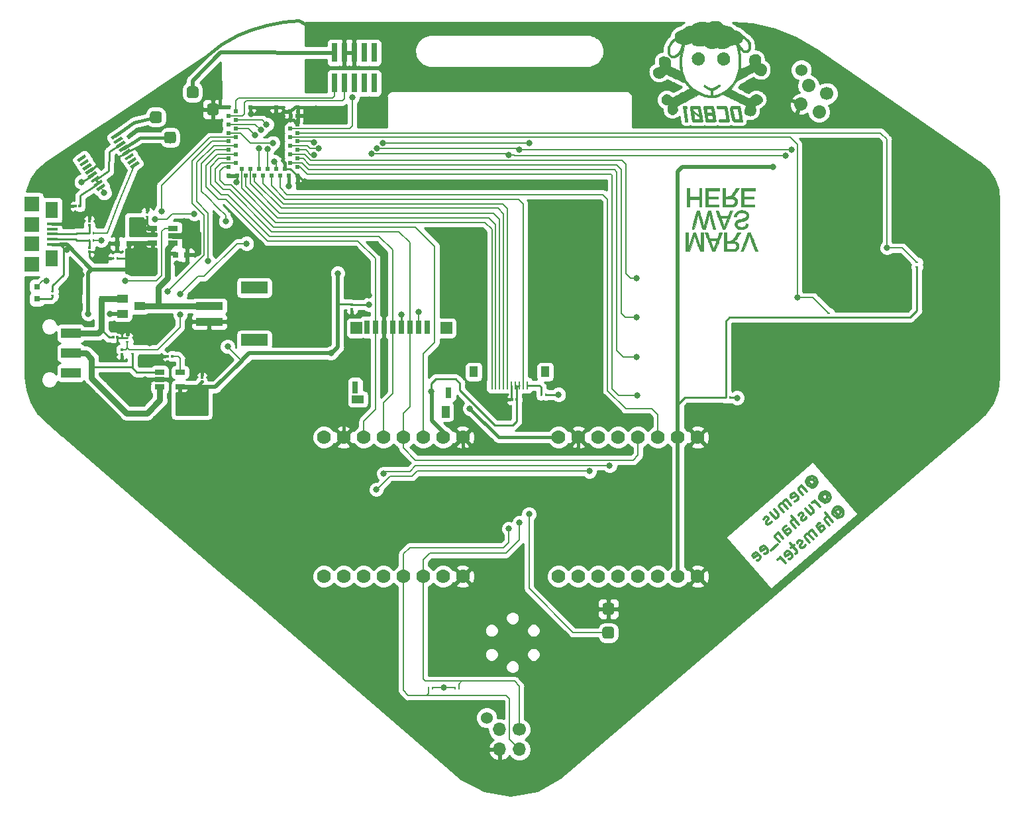
<source format=gbl>
G04 #@! TF.GenerationSoftware,KiCad,Pcbnew,(5.0.0-rc2-dev-321-g78161b592)*
G04 #@! TF.CreationDate,2018-06-20T02:06:45-06:00*
G04 #@! TF.ProjectId,dragon,647261676F6E2E6B696361645F706362,1.0*
G04 #@! TF.SameCoordinates,Original*
G04 #@! TF.FileFunction,Copper,L2,Bot,Signal*
G04 #@! TF.FilePolarity,Positive*
%FSLAX46Y46*%
G04 Gerber Fmt 4.6, Leading zero omitted, Abs format (unit mm)*
G04 Created by KiCad (PCBNEW (5.0.0-rc2-dev-321-g78161b592)) date 06/20/18 02:06:45*
%MOMM*%
%LPD*%
G01*
G04 APERTURE LIST*
%ADD10C,0.300000*%
%ADD11C,0.010000*%
%ADD12C,1.524000*%
%ADD13C,1.700000*%
%ADD14C,1.700000*%
%ADD15O,1.700000X1.700000*%
%ADD16C,1.778000*%
%ADD17R,0.350000X0.300000*%
%ADD18R,0.300000X0.350000*%
%ADD19R,0.800000X0.750000*%
%ADD20R,0.800000X0.800000*%
%ADD21R,0.600000X0.800000*%
%ADD22R,1.350000X0.400000*%
%ADD23R,1.900000X1.900000*%
%ADD24R,1.600000X2.100000*%
%ADD25R,0.700176X1.750440*%
%ADD26R,0.701191X1.752980*%
%ADD27R,0.700643X1.751610*%
%ADD28R,0.700871X1.752180*%
%ADD29R,0.700982X1.752460*%
%ADD30R,0.700174X1.750430*%
%ADD31R,0.700710X1.751770*%
%ADD32R,0.701055X1.752640*%
%ADD33R,1.500920X1.500920*%
%ADD34R,1.501800X1.501800*%
%ADD35R,0.800585X1.501100*%
%ADD36R,0.800364X1.400640*%
%ADD37R,1.500010X1.000010*%
%ADD38R,1.001290X1.501930*%
%ADD39R,3.400000X1.500000*%
%ADD40R,3.500000X1.000000*%
%ADD41R,0.740000X2.400000*%
%ADD42R,0.280000X0.430000*%
%ADD43R,0.430000X0.280000*%
%ADD44R,2.500000X1.250000*%
%ADD45C,0.400000*%
%ADD46C,0.100000*%
%ADD47R,1.220000X0.650000*%
%ADD48R,0.500000X0.500000*%
%ADD49R,0.254000X1.016000*%
%ADD50R,1.016000X1.346200*%
%ADD51C,1.500000*%
%ADD52R,1.400000X1.000000*%
%ADD53C,0.800000*%
%ADD54C,0.500000*%
%ADD55C,0.750000*%
%ADD56C,0.250000*%
%ADD57C,0.400000*%
%ADD58C,0.150000*%
%ADD59C,0.254000*%
G04 APERTURE END LIST*
D10*
X179286109Y-113819973D02*
X179293155Y-113719203D01*
X179354109Y-113571573D01*
X179461925Y-113477850D01*
X179616602Y-113438035D01*
X179717371Y-113445082D01*
X179865002Y-113506036D01*
X179958724Y-113613852D01*
X179998539Y-113768529D01*
X179991493Y-113869298D01*
X179930539Y-114016928D01*
X179822723Y-114110651D01*
X179668046Y-114150466D01*
X179567277Y-114143420D01*
X179192386Y-113712157D02*
X179567277Y-114143420D01*
X179560230Y-114244189D01*
X179506322Y-114291050D01*
X179351645Y-114330865D01*
X179204015Y-114269911D01*
X178969708Y-114000372D01*
X178936940Y-113744925D01*
X179004940Y-113496526D01*
X179173710Y-113255172D01*
X179436203Y-113121635D01*
X179691649Y-113088866D01*
X179940049Y-113156867D01*
X180181402Y-113325637D01*
X180314940Y-113588130D01*
X180347708Y-113843576D01*
X180279707Y-114091976D01*
X180110938Y-114333329D01*
X179848445Y-114466866D01*
X179592999Y-114499635D01*
X178343954Y-114260400D02*
X179000013Y-115015110D01*
X178437676Y-114368216D02*
X178336907Y-114361169D01*
X178182230Y-114400984D01*
X178020507Y-114541568D01*
X177959552Y-114689199D01*
X177999367Y-114843876D01*
X178514842Y-115436862D01*
X177497640Y-116226459D02*
X177652317Y-116186644D01*
X177867948Y-115999198D01*
X177928903Y-115851568D01*
X177889088Y-115696891D01*
X177514197Y-115265628D01*
X177366566Y-115204674D01*
X177211889Y-115244489D01*
X176996258Y-115431934D01*
X176935304Y-115579565D01*
X176975118Y-115734242D01*
X177068841Y-115842057D01*
X177701642Y-115481260D01*
X177005423Y-116748980D02*
X176349364Y-115994271D01*
X176443087Y-116102086D02*
X176342317Y-116095040D01*
X176187640Y-116134855D01*
X176025917Y-116275439D01*
X175964963Y-116423069D01*
X176004778Y-116577746D01*
X176520253Y-117170732D01*
X176004778Y-116577746D02*
X175857147Y-116516792D01*
X175702470Y-116556607D01*
X175540747Y-116697191D01*
X175479792Y-116844822D01*
X175519607Y-116999499D01*
X176035082Y-117592485D01*
X174354774Y-117728141D02*
X175010833Y-118482850D01*
X174839945Y-117306389D02*
X175355420Y-117899375D01*
X175395235Y-118054052D01*
X175334280Y-118201682D01*
X175172557Y-118342266D01*
X175017880Y-118382081D01*
X174917111Y-118375035D01*
X174478802Y-118850695D02*
X174417847Y-118998325D01*
X174202216Y-119185771D01*
X174047539Y-119225586D01*
X173899908Y-119164631D01*
X173853047Y-119110724D01*
X173813232Y-118956047D01*
X173874186Y-118808416D01*
X174035910Y-118667832D01*
X174096864Y-118520201D01*
X174057049Y-118365524D01*
X174010188Y-118311617D01*
X173862557Y-118250662D01*
X173707880Y-118290477D01*
X173546157Y-118431061D01*
X173485203Y-118578692D01*
X180959060Y-115744482D02*
X180966106Y-115643712D01*
X181027060Y-115496082D01*
X181134876Y-115402359D01*
X181289553Y-115362544D01*
X181390322Y-115369591D01*
X181537953Y-115430545D01*
X181631675Y-115538361D01*
X181671490Y-115693038D01*
X181664444Y-115793807D01*
X181603490Y-115941437D01*
X181495674Y-116035160D01*
X181340997Y-116074975D01*
X181240228Y-116067929D01*
X180865337Y-115636666D02*
X181240228Y-116067929D01*
X181233181Y-116168698D01*
X181179273Y-116215559D01*
X181024596Y-116255374D01*
X180876966Y-116194420D01*
X180642659Y-115924881D01*
X180609891Y-115669434D01*
X180677891Y-115421035D01*
X180846661Y-115179681D01*
X181109154Y-115046144D01*
X181364600Y-115013375D01*
X181613000Y-115081376D01*
X181854353Y-115250146D01*
X181987891Y-115512639D01*
X182020659Y-115768085D01*
X181952658Y-116016485D01*
X181783889Y-116257838D01*
X181521396Y-116391375D01*
X181265950Y-116424144D01*
X180672964Y-116939619D02*
X180016905Y-116184909D01*
X180204350Y-116400541D02*
X180056719Y-116339586D01*
X179955950Y-116332540D01*
X179801273Y-116372355D01*
X179693458Y-116466077D01*
X178830932Y-117215859D02*
X179486991Y-117970569D01*
X179316103Y-116794107D02*
X179831578Y-117387093D01*
X179871393Y-117541770D01*
X179810438Y-117689401D01*
X179648715Y-117829985D01*
X179494038Y-117869800D01*
X179393269Y-117862753D01*
X178954960Y-118338413D02*
X178894005Y-118486044D01*
X178678374Y-118673489D01*
X178523697Y-118713304D01*
X178376066Y-118652350D01*
X178329205Y-118598442D01*
X178289390Y-118443765D01*
X178350344Y-118296134D01*
X178512068Y-118155550D01*
X178573022Y-118007920D01*
X178533207Y-117853243D01*
X178486346Y-117799335D01*
X178338715Y-117738381D01*
X178184038Y-117778195D01*
X178022315Y-117918780D01*
X177961361Y-118066410D01*
X178031480Y-119235825D02*
X177047392Y-118103761D01*
X177546310Y-119657578D02*
X177030835Y-119064592D01*
X176991020Y-118909915D01*
X177051974Y-118762284D01*
X177213698Y-118621700D01*
X177368375Y-118581885D01*
X177469144Y-118588932D01*
X176522061Y-120547944D02*
X176006586Y-119954957D01*
X175966771Y-119800280D01*
X176027725Y-119652650D01*
X176243357Y-119465204D01*
X176398034Y-119425390D01*
X176475200Y-120494036D02*
X176629877Y-120454221D01*
X176899416Y-120219914D01*
X176960370Y-120072283D01*
X176920555Y-119917606D01*
X176826832Y-119809791D01*
X176679202Y-119748836D01*
X176524525Y-119788651D01*
X176254986Y-120022958D01*
X176100309Y-120062773D01*
X175326924Y-120261848D02*
X175982983Y-121016557D01*
X175420646Y-120369663D02*
X175319877Y-120362617D01*
X175165200Y-120402432D01*
X175003477Y-120543016D01*
X174942522Y-120690646D01*
X174982337Y-120845323D01*
X175497812Y-121438309D01*
X175321996Y-121780432D02*
X174459471Y-122530214D01*
X173618085Y-122977688D02*
X173772762Y-122937873D01*
X173988393Y-122750427D01*
X174049347Y-122602797D01*
X174009532Y-122448120D01*
X173634642Y-122016857D01*
X173487011Y-121955903D01*
X173332334Y-121995718D01*
X173116703Y-122183163D01*
X173055748Y-122330794D01*
X173095563Y-122485471D01*
X173189286Y-122593286D01*
X173822087Y-122232489D01*
X172647744Y-123821192D02*
X172802421Y-123781377D01*
X173018052Y-123593932D01*
X173079006Y-123446301D01*
X173039192Y-123291624D01*
X172664301Y-122860362D01*
X172516670Y-122799407D01*
X172361993Y-122839222D01*
X172146362Y-123026668D01*
X172085407Y-123174298D01*
X172125222Y-123328975D01*
X172218945Y-123436791D01*
X172851746Y-123075993D01*
X182632011Y-117668991D02*
X182639057Y-117568221D01*
X182700011Y-117420591D01*
X182807827Y-117326868D01*
X182962504Y-117287053D01*
X183063273Y-117294100D01*
X183210904Y-117355054D01*
X183304626Y-117462870D01*
X183344441Y-117617547D01*
X183337395Y-117718316D01*
X183276441Y-117865946D01*
X183168625Y-117959669D01*
X183013948Y-117999484D01*
X182913179Y-117992438D01*
X182538288Y-117561175D02*
X182913179Y-117992438D01*
X182906132Y-118093207D01*
X182852224Y-118140068D01*
X182697547Y-118179883D01*
X182549917Y-118118929D01*
X182315610Y-117849390D01*
X182282842Y-117593943D01*
X182350842Y-117345544D01*
X182519612Y-117104190D01*
X182782105Y-116970653D01*
X183037551Y-116937884D01*
X183285951Y-117005885D01*
X183527304Y-117174655D01*
X183660842Y-117437148D01*
X183693610Y-117692594D01*
X183625609Y-117940994D01*
X183456840Y-118182347D01*
X183194347Y-118315884D01*
X182938901Y-118348653D01*
X182345915Y-118864128D02*
X181361826Y-117732063D01*
X181860744Y-119285880D02*
X181345269Y-118692894D01*
X181305454Y-118538217D01*
X181366409Y-118390586D01*
X181528132Y-118250002D01*
X181682809Y-118210187D01*
X181783578Y-118217234D01*
X180836495Y-120176246D02*
X180321020Y-119583260D01*
X180281206Y-119428583D01*
X180342160Y-119280952D01*
X180557791Y-119093507D01*
X180712468Y-119053692D01*
X180789634Y-120122338D02*
X180944311Y-120082523D01*
X181213850Y-119848216D01*
X181274805Y-119700586D01*
X181234990Y-119545909D01*
X181141267Y-119438093D01*
X180993636Y-119377139D01*
X180838959Y-119416954D01*
X180569420Y-119651261D01*
X180414743Y-119691075D01*
X180297417Y-120644860D02*
X179641358Y-119890150D01*
X179735081Y-119997966D02*
X179634312Y-119990919D01*
X179479635Y-120030734D01*
X179317911Y-120171318D01*
X179256957Y-120318949D01*
X179296772Y-120473626D01*
X179812247Y-121066612D01*
X179296772Y-120473626D02*
X179149141Y-120412671D01*
X178994464Y-120452486D01*
X178832741Y-120593070D01*
X178771786Y-120740701D01*
X178811601Y-120895378D01*
X179327076Y-121488364D01*
X178795044Y-121856208D02*
X178734090Y-122003839D01*
X178518459Y-122191284D01*
X178363782Y-122231099D01*
X178216151Y-122170145D01*
X178169290Y-122116237D01*
X178129475Y-121961560D01*
X178190429Y-121813930D01*
X178352153Y-121673345D01*
X178413107Y-121525715D01*
X178373292Y-121371038D01*
X178326431Y-121317130D01*
X178178800Y-121256176D01*
X178024123Y-121295991D01*
X177862400Y-121436575D01*
X177801446Y-121584205D01*
X177377229Y-121858327D02*
X176945967Y-122233218D01*
X176887476Y-121621556D02*
X177730981Y-122591897D01*
X177770796Y-122746574D01*
X177709841Y-122894205D01*
X177602026Y-122987927D01*
X176746547Y-123636940D02*
X176901224Y-123597125D01*
X177116855Y-123409680D01*
X177177810Y-123262049D01*
X177137995Y-123107372D01*
X176763104Y-122676110D01*
X176615473Y-122615155D01*
X176460796Y-122654970D01*
X176245165Y-122842416D01*
X176184211Y-122990046D01*
X176224026Y-123144723D01*
X176317748Y-123252539D01*
X176950549Y-122891741D01*
X176254330Y-124159461D02*
X175598271Y-123404752D01*
X175785717Y-123620383D02*
X175638086Y-123559429D01*
X175537317Y-123552382D01*
X175382640Y-123592197D01*
X175274824Y-123685920D01*
D11*
G36*
X164957399Y-58880837D02*
X164812407Y-58923181D01*
X164681224Y-58990232D01*
X164566222Y-59079111D01*
X164469772Y-59186938D01*
X164394244Y-59310832D01*
X164342011Y-59447912D01*
X164315442Y-59595298D01*
X164316909Y-59750110D01*
X164327363Y-59821510D01*
X164369253Y-59961769D01*
X164437854Y-60092839D01*
X164529096Y-60210111D01*
X164638910Y-60308977D01*
X164763227Y-60384825D01*
X164857395Y-60421971D01*
X164940146Y-60442311D01*
X165032428Y-60456782D01*
X165121923Y-60464013D01*
X165196311Y-60462636D01*
X165209199Y-60461076D01*
X165365073Y-60423386D01*
X165505967Y-60360184D01*
X165629635Y-60274416D01*
X165733831Y-60169027D01*
X165816311Y-60046964D01*
X165874828Y-59911173D01*
X165907138Y-59764601D01*
X165910996Y-59610194D01*
X165904365Y-59548913D01*
X165870109Y-59401670D01*
X165811310Y-59271181D01*
X165725022Y-59151605D01*
X165679409Y-59102764D01*
X165559133Y-59000139D01*
X165431651Y-58927567D01*
X165293281Y-58883506D01*
X165140342Y-58866417D01*
X165113829Y-58866083D01*
X164957399Y-58880837D01*
X164957399Y-58880837D01*
G37*
X164957399Y-58880837D02*
X164812407Y-58923181D01*
X164681224Y-58990232D01*
X164566222Y-59079111D01*
X164469772Y-59186938D01*
X164394244Y-59310832D01*
X164342011Y-59447912D01*
X164315442Y-59595298D01*
X164316909Y-59750110D01*
X164327363Y-59821510D01*
X164369253Y-59961769D01*
X164437854Y-60092839D01*
X164529096Y-60210111D01*
X164638910Y-60308977D01*
X164763227Y-60384825D01*
X164857395Y-60421971D01*
X164940146Y-60442311D01*
X165032428Y-60456782D01*
X165121923Y-60464013D01*
X165196311Y-60462636D01*
X165209199Y-60461076D01*
X165365073Y-60423386D01*
X165505967Y-60360184D01*
X165629635Y-60274416D01*
X165733831Y-60169027D01*
X165816311Y-60046964D01*
X165874828Y-59911173D01*
X165907138Y-59764601D01*
X165910996Y-59610194D01*
X165904365Y-59548913D01*
X165870109Y-59401670D01*
X165811310Y-59271181D01*
X165725022Y-59151605D01*
X165679409Y-59102764D01*
X165559133Y-59000139D01*
X165431651Y-58927567D01*
X165293281Y-58883506D01*
X165140342Y-58866417D01*
X165113829Y-58866083D01*
X164957399Y-58880837D01*
G36*
X168190076Y-58878890D02*
X168048020Y-58918254D01*
X167918014Y-58985840D01*
X167796442Y-59083123D01*
X167782156Y-59096953D01*
X167684600Y-59214108D01*
X167612024Y-59345801D01*
X167565046Y-59487410D01*
X167544282Y-59634313D01*
X167550348Y-59781885D01*
X167583861Y-59925506D01*
X167645438Y-60060551D01*
X167652133Y-60071726D01*
X167702018Y-60140460D01*
X167768388Y-60214696D01*
X167840904Y-60283868D01*
X167909230Y-60337411D01*
X167917179Y-60342618D01*
X168038492Y-60403152D01*
X168176514Y-60443554D01*
X168321948Y-60461983D01*
X168465501Y-60456595D01*
X168481077Y-60454424D01*
X168599890Y-60423379D01*
X168721077Y-60368108D01*
X168834875Y-60293770D01*
X168910459Y-60227644D01*
X169007909Y-60109115D01*
X169078570Y-59978784D01*
X169122993Y-59840482D01*
X169141726Y-59698045D01*
X169135319Y-59555306D01*
X169104322Y-59416098D01*
X169049284Y-59284254D01*
X168970755Y-59163610D01*
X168869284Y-59057997D01*
X168745421Y-58971250D01*
X168729073Y-58962287D01*
X168606407Y-58907222D01*
X168485644Y-58876376D01*
X168353052Y-58866291D01*
X168347801Y-58866272D01*
X168190076Y-58878890D01*
X168190076Y-58878890D01*
G37*
X168190076Y-58878890D02*
X168048020Y-58918254D01*
X167918014Y-58985840D01*
X167796442Y-59083123D01*
X167782156Y-59096953D01*
X167684600Y-59214108D01*
X167612024Y-59345801D01*
X167565046Y-59487410D01*
X167544282Y-59634313D01*
X167550348Y-59781885D01*
X167583861Y-59925506D01*
X167645438Y-60060551D01*
X167652133Y-60071726D01*
X167702018Y-60140460D01*
X167768388Y-60214696D01*
X167840904Y-60283868D01*
X167909230Y-60337411D01*
X167917179Y-60342618D01*
X168038492Y-60403152D01*
X168176514Y-60443554D01*
X168321948Y-60461983D01*
X168465501Y-60456595D01*
X168481077Y-60454424D01*
X168599890Y-60423379D01*
X168721077Y-60368108D01*
X168834875Y-60293770D01*
X168910459Y-60227644D01*
X169007909Y-60109115D01*
X169078570Y-59978784D01*
X169122993Y-59840482D01*
X169141726Y-59698045D01*
X169135319Y-59555306D01*
X169104322Y-59416098D01*
X169049284Y-59284254D01*
X168970755Y-59163610D01*
X168869284Y-59057997D01*
X168745421Y-58971250D01*
X168729073Y-58962287D01*
X168606407Y-58907222D01*
X168485644Y-58876376D01*
X168353052Y-58866291D01*
X168347801Y-58866272D01*
X168190076Y-58878890D01*
G36*
X167125462Y-54849521D02*
X166919497Y-54879388D01*
X166714385Y-54934671D01*
X166515466Y-55014527D01*
X166475979Y-55033835D01*
X166376217Y-55084195D01*
X166225983Y-55036071D01*
X165984753Y-54974779D01*
X165743530Y-54944980D01*
X165503689Y-54946404D01*
X165266606Y-54978784D01*
X165033657Y-55041851D01*
X164806218Y-55135337D01*
X164585665Y-55258974D01*
X164398560Y-55392349D01*
X164367539Y-55414874D01*
X164336739Y-55430733D01*
X164298425Y-55442149D01*
X164244862Y-55451341D01*
X164168316Y-55460531D01*
X164156664Y-55461799D01*
X163934093Y-55500879D01*
X163722677Y-55568129D01*
X163525142Y-55662294D01*
X163344208Y-55782121D01*
X163212322Y-55896517D01*
X163162824Y-55940257D01*
X163117195Y-55966588D01*
X163060257Y-55983547D01*
X163040068Y-55987741D01*
X162838929Y-56039563D01*
X162658012Y-56111483D01*
X162499541Y-56202429D01*
X162365739Y-56311327D01*
X162362130Y-56314859D01*
X162260798Y-56429170D01*
X162188479Y-56546509D01*
X162142554Y-56673086D01*
X162120407Y-56815106D01*
X162117426Y-56895119D01*
X162116827Y-57030226D01*
X162033789Y-57085804D01*
X161971078Y-57133760D01*
X161895131Y-57201139D01*
X161811786Y-57281931D01*
X161726883Y-57370129D01*
X161646259Y-57459725D01*
X161575753Y-57544708D01*
X161534675Y-57599464D01*
X161446188Y-57737053D01*
X161363509Y-57888995D01*
X161292326Y-58043840D01*
X161238322Y-58190136D01*
X161233304Y-58206446D01*
X161216329Y-58266118D01*
X161204434Y-58318526D01*
X161196703Y-58371784D01*
X161192223Y-58434008D01*
X161190079Y-58513311D01*
X161189427Y-58595870D01*
X161191153Y-58728172D01*
X161198510Y-58837480D01*
X161213108Y-58932335D01*
X161236560Y-59021279D01*
X161270477Y-59112852D01*
X161299510Y-59179167D01*
X161373983Y-59308110D01*
X161466746Y-59411560D01*
X161575837Y-59488530D01*
X161699294Y-59538030D01*
X161835154Y-59559073D01*
X161981454Y-59550670D01*
X162022278Y-59543268D01*
X162119511Y-59515481D01*
X162230390Y-59471426D01*
X162344868Y-59416029D01*
X162452896Y-59354216D01*
X162544427Y-59290914D01*
X162556306Y-59281437D01*
X162614259Y-59228441D01*
X162676997Y-59162197D01*
X162731939Y-59096084D01*
X162737115Y-59089193D01*
X162774875Y-59039637D01*
X162805174Y-59002456D01*
X162823484Y-58983089D01*
X162826639Y-58981667D01*
X162826542Y-58998573D01*
X162822352Y-59040999D01*
X162814753Y-59103036D01*
X162804431Y-59178773D01*
X162801255Y-59200879D01*
X162757797Y-59580180D01*
X162736966Y-59959890D01*
X162738721Y-60334426D01*
X162763015Y-60698207D01*
X162809806Y-61045649D01*
X162816044Y-61081075D01*
X162827770Y-61148369D01*
X162836484Y-61202759D01*
X162841154Y-61237503D01*
X162841428Y-61246575D01*
X162825552Y-61242584D01*
X162784444Y-61227077D01*
X162721819Y-61201679D01*
X162641388Y-61168018D01*
X162546868Y-61127720D01*
X162441970Y-61082412D01*
X162330409Y-61033720D01*
X162215899Y-60983271D01*
X162102154Y-60932691D01*
X161992886Y-60883608D01*
X161891810Y-60837646D01*
X161802640Y-60796435D01*
X161729089Y-60761598D01*
X161687205Y-60741034D01*
X161611120Y-60698750D01*
X161561420Y-60662002D01*
X161542432Y-60638126D01*
X161535829Y-60611182D01*
X161532586Y-60564570D01*
X161532682Y-60495031D01*
X161536092Y-60399303D01*
X161540187Y-60319496D01*
X161544844Y-60215659D01*
X161547193Y-60117402D01*
X161547192Y-60032089D01*
X161544794Y-59967086D01*
X161542458Y-59942810D01*
X161509955Y-59809406D01*
X161451539Y-59694338D01*
X161367377Y-59597766D01*
X161257638Y-59519851D01*
X161122491Y-59460753D01*
X161003511Y-59428653D01*
X160918256Y-59415721D01*
X160818162Y-59408542D01*
X160710954Y-59406861D01*
X160604357Y-59410419D01*
X160506097Y-59418958D01*
X160423899Y-59432220D01*
X160365502Y-59449942D01*
X160269777Y-59502084D01*
X160198193Y-59563154D01*
X160143187Y-59639767D01*
X160138252Y-59648640D01*
X160108232Y-59720795D01*
X160090608Y-59806120D01*
X160085546Y-59907222D01*
X160093217Y-60026705D01*
X160113786Y-60167178D01*
X160147424Y-60331246D01*
X160194297Y-60521516D01*
X160194640Y-60522827D01*
X160212592Y-60593057D01*
X160226497Y-60650977D01*
X160234917Y-60690329D01*
X160236546Y-60704798D01*
X160220023Y-60709715D01*
X160179140Y-60719296D01*
X160120714Y-60731992D01*
X160074065Y-60741691D01*
X159916240Y-60777393D01*
X159786270Y-60814810D01*
X159680220Y-60855544D01*
X159594155Y-60901194D01*
X159524141Y-60953363D01*
X159501479Y-60974674D01*
X159428882Y-61068897D01*
X159382761Y-61178216D01*
X159363155Y-61300078D01*
X159370099Y-61431928D01*
X159403631Y-61571214D01*
X159463787Y-61715382D01*
X159490069Y-61764627D01*
X159568261Y-61889598D01*
X159647983Y-61985922D01*
X159734034Y-62056573D01*
X159831214Y-62104523D01*
X159944323Y-62132748D01*
X160078161Y-62144221D01*
X160103509Y-62144721D01*
X160192640Y-62143211D01*
X160263155Y-62135114D01*
X160327852Y-62118714D01*
X160348018Y-62111925D01*
X160508113Y-62039531D01*
X160663405Y-61937568D01*
X160810938Y-61808202D01*
X160910040Y-61700090D01*
X160992852Y-61601494D01*
X161074429Y-61649225D01*
X161147336Y-61689924D01*
X161245006Y-61741430D01*
X161363169Y-61801604D01*
X161497554Y-61868304D01*
X161643891Y-61939390D01*
X161797909Y-62012721D01*
X161823592Y-62024807D01*
X161939158Y-62079016D01*
X162074783Y-62142497D01*
X162225171Y-62212781D01*
X162385026Y-62287401D01*
X162549053Y-62363889D01*
X162711957Y-62439777D01*
X162868443Y-62512597D01*
X163013215Y-62579882D01*
X163140977Y-62639164D01*
X163246434Y-62687974D01*
X163266439Y-62697212D01*
X163485381Y-62798253D01*
X163584132Y-62926317D01*
X163631130Y-62983875D01*
X163693928Y-63055988D01*
X163765620Y-63134964D01*
X163839298Y-63213109D01*
X163869755Y-63244422D01*
X163930801Y-63307815D01*
X163982075Y-63363590D01*
X164020165Y-63407823D01*
X164041659Y-63436593D01*
X164044802Y-63445696D01*
X164027944Y-63456237D01*
X163985931Y-63480457D01*
X163921529Y-63516828D01*
X163837499Y-63563825D01*
X163736605Y-63619921D01*
X163621611Y-63683589D01*
X163495281Y-63753303D01*
X163360376Y-63827535D01*
X163219662Y-63904758D01*
X163075902Y-63983448D01*
X162931858Y-64062075D01*
X162790295Y-64139115D01*
X162753441Y-64159128D01*
X162595964Y-64244047D01*
X162446669Y-64323476D01*
X162308216Y-64396063D01*
X162183265Y-64460456D01*
X162074477Y-64515304D01*
X161984511Y-64559255D01*
X161916029Y-64590959D01*
X161871689Y-64609062D01*
X161861970Y-64612035D01*
X161831555Y-64611339D01*
X161791513Y-64594865D01*
X161738868Y-64560686D01*
X161670647Y-64506877D01*
X161585740Y-64433179D01*
X161475532Y-64351237D01*
X161351724Y-64287471D01*
X161221971Y-64244630D01*
X161093928Y-64225463D01*
X161012387Y-64227287D01*
X160895979Y-64253417D01*
X160784815Y-64308029D01*
X160676061Y-64392603D01*
X160651950Y-64415600D01*
X160552652Y-64533366D01*
X160481229Y-64661712D01*
X160438314Y-64797324D01*
X160424541Y-64936888D01*
X160440543Y-65077089D01*
X160486955Y-65214611D01*
X160495704Y-65233034D01*
X160549869Y-65327737D01*
X160611235Y-65401807D01*
X160684672Y-65458209D01*
X160775047Y-65499912D01*
X160887231Y-65529879D01*
X161015785Y-65549864D01*
X161118836Y-65562226D01*
X161194245Y-65571847D01*
X161245895Y-65580059D01*
X161277672Y-65588197D01*
X161293460Y-65597595D01*
X161297144Y-65609587D01*
X161292608Y-65625507D01*
X161285462Y-65642470D01*
X161241939Y-65775045D01*
X161215131Y-65925029D01*
X161204247Y-66097222D01*
X161203911Y-66137985D01*
X161207273Y-66259707D01*
X161218712Y-66357306D01*
X161240432Y-66437903D01*
X161274637Y-66508619D01*
X161323529Y-66576574D01*
X161348636Y-66605629D01*
X161443760Y-66689105D01*
X161553258Y-66747680D01*
X161672744Y-66782117D01*
X161797833Y-66793179D01*
X161924137Y-66781628D01*
X162047271Y-66748228D01*
X162162849Y-66693742D01*
X162266484Y-66618932D01*
X162353790Y-66524561D01*
X162416494Y-66419893D01*
X162437365Y-66370877D01*
X162450065Y-66326206D01*
X162456463Y-66275076D01*
X162458432Y-66206677D01*
X162458426Y-66177722D01*
X162455976Y-66091800D01*
X162447956Y-66023484D01*
X162432113Y-65958762D01*
X162414951Y-65907510D01*
X162394330Y-65849974D01*
X162378006Y-65804134D01*
X162368869Y-65778113D01*
X162368062Y-65775708D01*
X162380576Y-65765471D01*
X162417972Y-65741866D01*
X162477184Y-65706664D01*
X162555141Y-65661637D01*
X162648774Y-65608558D01*
X162755016Y-65549199D01*
X162870797Y-65485332D01*
X162872653Y-65484315D01*
X163009097Y-65409527D01*
X163154166Y-65330018D01*
X163301175Y-65249450D01*
X163443439Y-65171487D01*
X163574275Y-65099792D01*
X163686998Y-65038028D01*
X163730976Y-65013933D01*
X163976667Y-64879314D01*
X164239094Y-64735496D01*
X164507127Y-64588580D01*
X164769637Y-64444666D01*
X164967578Y-64336131D01*
X165202803Y-64207141D01*
X165309318Y-64260660D01*
X165594264Y-64389900D01*
X165886130Y-64495519D01*
X166178727Y-64575553D01*
X166465868Y-64628044D01*
X166470673Y-64628688D01*
X166734005Y-64648073D01*
X167004840Y-64637067D01*
X167283404Y-64595624D01*
X167569926Y-64523702D01*
X167864635Y-64421255D01*
X168114911Y-64313346D01*
X168286706Y-64233021D01*
X168361281Y-64265770D01*
X168394789Y-64281066D01*
X168452520Y-64308060D01*
X168530054Y-64344659D01*
X168622971Y-64388769D01*
X168726853Y-64438296D01*
X168837279Y-64491147D01*
X168857071Y-64500641D01*
X168985789Y-64562347D01*
X169124663Y-64628818D01*
X169265520Y-64696150D01*
X169400188Y-64760437D01*
X169520491Y-64817774D01*
X169596182Y-64853775D01*
X169728325Y-64916858D01*
X169868736Y-64984450D01*
X170014618Y-65055160D01*
X170163171Y-65127595D01*
X170311596Y-65200364D01*
X170457094Y-65272076D01*
X170596866Y-65341338D01*
X170728113Y-65406758D01*
X170848036Y-65466946D01*
X170953836Y-65520509D01*
X171042713Y-65566055D01*
X171111870Y-65602194D01*
X171158505Y-65627532D01*
X171179822Y-65640679D01*
X171180754Y-65641643D01*
X171201030Y-65687939D01*
X171203386Y-65739811D01*
X171187026Y-65803432D01*
X171151153Y-65884974D01*
X171148702Y-65889892D01*
X171092021Y-66025295D01*
X171054456Y-66163676D01*
X171036514Y-66299303D01*
X171038701Y-66426450D01*
X171061524Y-66539386D01*
X171086000Y-66599251D01*
X171155669Y-66701691D01*
X171250886Y-66790494D01*
X171367117Y-66862294D01*
X171499825Y-66913725D01*
X171515582Y-66918087D01*
X171584943Y-66931826D01*
X171670725Y-66942008D01*
X171762423Y-66948072D01*
X171849528Y-66949460D01*
X171921535Y-66945610D01*
X171950100Y-66941231D01*
X172076608Y-66898475D01*
X172191784Y-66829212D01*
X172292273Y-66737708D01*
X172374725Y-66628228D01*
X172435786Y-66505039D01*
X172472105Y-66372403D01*
X172481101Y-66265602D01*
X172472688Y-66165434D01*
X172449606Y-66051612D01*
X172415092Y-65936752D01*
X172372380Y-65833468D01*
X172368003Y-65824695D01*
X172349027Y-65782424D01*
X172338686Y-65749834D01*
X172338047Y-65744150D01*
X172352202Y-65727698D01*
X172389452Y-65708227D01*
X172426350Y-65694742D01*
X172496355Y-65668597D01*
X172585155Y-65629380D01*
X172684748Y-65581124D01*
X172787132Y-65527861D01*
X172884307Y-65473624D01*
X172968269Y-65422447D01*
X172974023Y-65418705D01*
X173077575Y-65341482D01*
X173170682Y-65253825D01*
X173246510Y-65162859D01*
X173293618Y-65085525D01*
X173324098Y-64990853D01*
X173332700Y-64884800D01*
X173319615Y-64778870D01*
X173287091Y-64688486D01*
X173223271Y-64591977D01*
X173134299Y-64496191D01*
X173026485Y-64406438D01*
X172906135Y-64328027D01*
X172791184Y-64271066D01*
X172736619Y-64250640D01*
X172684771Y-64238369D01*
X172624107Y-64232369D01*
X172544681Y-64230754D01*
X172469734Y-64231713D01*
X172415229Y-64236249D01*
X172369847Y-64246577D01*
X172322267Y-64264915D01*
X172286714Y-64281272D01*
X172217170Y-64316172D01*
X172152372Y-64353633D01*
X172086114Y-64397940D01*
X172012187Y-64453377D01*
X171924386Y-64524229D01*
X171874246Y-64566016D01*
X171794964Y-64630279D01*
X171731803Y-64674485D01*
X171678414Y-64701070D01*
X171628453Y-64712469D01*
X171575572Y-64711116D01*
X171521587Y-64701311D01*
X171472168Y-64685590D01*
X171396314Y-64654910D01*
X171295291Y-64609900D01*
X171170368Y-64551194D01*
X171022811Y-64479421D01*
X170853888Y-64395215D01*
X170664867Y-64299207D01*
X170457015Y-64192027D01*
X170231601Y-64074307D01*
X169989890Y-63946680D01*
X169747184Y-63817291D01*
X169639821Y-63759813D01*
X169540363Y-63706582D01*
X169452595Y-63659623D01*
X169380302Y-63620961D01*
X169327270Y-63592619D01*
X169297283Y-63576623D01*
X169293213Y-63574464D01*
X169281309Y-63565961D01*
X169278790Y-63554363D01*
X169288363Y-63535674D01*
X169312732Y-63505896D01*
X169354606Y-63461034D01*
X169405680Y-63408364D01*
X169617875Y-63172860D01*
X169807123Y-62923531D01*
X169979429Y-62652447D01*
X169984123Y-62644371D01*
X170057134Y-62518468D01*
X170271714Y-62404256D01*
X170395056Y-62338438D01*
X170541024Y-62260262D01*
X170704329Y-62172580D01*
X170879684Y-62078244D01*
X171061798Y-61980104D01*
X171245383Y-61881012D01*
X171425150Y-61783820D01*
X171595810Y-61691379D01*
X171752074Y-61606540D01*
X171827575Y-61565455D01*
X171931185Y-61509260D01*
X172025854Y-61458372D01*
X172107963Y-61414701D01*
X172173893Y-61380155D01*
X172220021Y-61356646D01*
X172242730Y-61346081D01*
X172244257Y-61345682D01*
X172259743Y-61356308D01*
X172293114Y-61385463D01*
X172339912Y-61429065D01*
X172395679Y-61483029D01*
X172413937Y-61501072D01*
X172527664Y-61606491D01*
X172633754Y-61686628D01*
X172739200Y-61744425D01*
X172850994Y-61782824D01*
X172976129Y-61804766D01*
X173121599Y-61813194D01*
X173156633Y-61813525D01*
X173242821Y-61812939D01*
X173305212Y-61809975D01*
X173351770Y-61803603D01*
X173390460Y-61792791D01*
X173424136Y-61778869D01*
X173540050Y-61708687D01*
X173639501Y-61613212D01*
X173720641Y-61495381D01*
X173781622Y-61358130D01*
X173820594Y-61204398D01*
X173830152Y-61133692D01*
X173835451Y-60965646D01*
X173815289Y-60816394D01*
X173769571Y-60685566D01*
X173698200Y-60572794D01*
X173679015Y-60550336D01*
X173620032Y-60492178D01*
X173554093Y-60443609D01*
X173474380Y-60400727D01*
X173374075Y-60359630D01*
X173301639Y-60334361D01*
X173191659Y-60293209D01*
X173111508Y-60253114D01*
X173061710Y-60214439D01*
X173042788Y-60177545D01*
X173046130Y-60157196D01*
X173076294Y-60059758D01*
X173094165Y-59942263D01*
X173099914Y-59813900D01*
X173093707Y-59683857D01*
X173075714Y-59561322D01*
X173046104Y-59455485D01*
X173032646Y-59423267D01*
X172985772Y-59348659D01*
X172918021Y-59273452D01*
X172838813Y-59206676D01*
X172757569Y-59157358D01*
X172752970Y-59155213D01*
X172663292Y-59126707D01*
X172552634Y-59110998D01*
X172428928Y-59107670D01*
X172300109Y-59116308D01*
X172174110Y-59136498D01*
X172058865Y-59167824D01*
X171991135Y-59195063D01*
X171910459Y-59243524D01*
X171832601Y-59308334D01*
X171766430Y-59380932D01*
X171720818Y-59452760D01*
X171718236Y-59458412D01*
X171689457Y-59547128D01*
X171669215Y-59658206D01*
X171657692Y-59783334D01*
X171655070Y-59914203D01*
X171661532Y-60042502D01*
X171677259Y-60159919D01*
X171700798Y-60253370D01*
X171719249Y-60310540D01*
X171727472Y-60346897D01*
X171726115Y-60371499D01*
X171715825Y-60393404D01*
X171711325Y-60400452D01*
X171690853Y-60425635D01*
X171660106Y-60452275D01*
X171615683Y-60482399D01*
X171554184Y-60518036D01*
X171472212Y-60561214D01*
X171366365Y-60613961D01*
X171296933Y-60647694D01*
X171211700Y-60688138D01*
X171117142Y-60731822D01*
X171017504Y-60776910D01*
X170917033Y-60821566D01*
X170819974Y-60863951D01*
X170730572Y-60902230D01*
X170653075Y-60934565D01*
X170591727Y-60959120D01*
X170550774Y-60974058D01*
X170534467Y-60977547D01*
X170534251Y-60960231D01*
X170539174Y-60921843D01*
X170544154Y-60892679D01*
X170550064Y-60843923D01*
X170555316Y-60768157D01*
X170559858Y-60670153D01*
X170563638Y-60554686D01*
X170566605Y-60426528D01*
X170568603Y-60297111D01*
X170316616Y-60297111D01*
X170313281Y-60464263D01*
X170305130Y-60606571D01*
X170268618Y-60939478D01*
X170215806Y-61250805D01*
X170145176Y-61547115D01*
X170055211Y-61834973D01*
X169968439Y-62063239D01*
X169848635Y-62330532D01*
X169716986Y-62573487D01*
X169569142Y-62798659D01*
X169400754Y-63012604D01*
X169207471Y-63221876D01*
X169184139Y-63245255D01*
X168937171Y-63472641D01*
X168678637Y-63675575D01*
X168412333Y-63851211D01*
X168261013Y-63936696D01*
X168200222Y-63969264D01*
X168147133Y-63998211D01*
X168110276Y-64018867D01*
X168102065Y-64023715D01*
X168046478Y-64053430D01*
X167967267Y-64089907D01*
X167871175Y-64130499D01*
X167764944Y-64172560D01*
X167655315Y-64213445D01*
X167549032Y-64250507D01*
X167452836Y-64281101D01*
X167427190Y-64288556D01*
X167370261Y-64303118D01*
X167294565Y-64320395D01*
X167209419Y-64338487D01*
X167124139Y-64355496D01*
X167048042Y-64369523D01*
X166990446Y-64378669D01*
X166977004Y-64380302D01*
X166960936Y-64369182D01*
X166956634Y-64360885D01*
X166954809Y-64339288D01*
X166954333Y-64291060D01*
X166955140Y-64221327D01*
X166957163Y-64135216D01*
X166960334Y-64037853D01*
X166961106Y-64017335D01*
X166973529Y-63694503D01*
X167100006Y-63658059D01*
X167239097Y-63608304D01*
X167387472Y-63536042D01*
X167548196Y-63439669D01*
X167652959Y-63368815D01*
X167739950Y-63307270D01*
X167804112Y-63260066D01*
X167848898Y-63223658D01*
X167877764Y-63194505D01*
X167894162Y-63169064D01*
X167901546Y-63143790D01*
X167903369Y-63115142D01*
X167903379Y-63111925D01*
X167897384Y-63062062D01*
X167875083Y-63027566D01*
X167861498Y-63015797D01*
X167824655Y-62992591D01*
X167787501Y-62984372D01*
X167744823Y-62992561D01*
X167691403Y-63018579D01*
X167622027Y-63063847D01*
X167583243Y-63091580D01*
X167462677Y-63177395D01*
X167360836Y-63245304D01*
X167272533Y-63298350D01*
X167192582Y-63339573D01*
X167115796Y-63372014D01*
X167087358Y-63382328D01*
X166953443Y-63417564D01*
X166820599Y-63428543D01*
X166685994Y-63414563D01*
X166546793Y-63374922D01*
X166400161Y-63308918D01*
X166243265Y-63215852D01*
X166146996Y-63149592D01*
X166065907Y-63094737D01*
X166002783Y-63060967D01*
X165953095Y-63046903D01*
X165912312Y-63051168D01*
X165880686Y-63068611D01*
X165845466Y-63112224D01*
X165829839Y-63167520D01*
X165837154Y-63221156D01*
X165840568Y-63228483D01*
X165875143Y-63272842D01*
X165934177Y-63325308D01*
X166012370Y-63382802D01*
X166104424Y-63442246D01*
X166205039Y-63500560D01*
X166308916Y-63554667D01*
X166410758Y-63601488D01*
X166505264Y-63637943D01*
X166583649Y-63660219D01*
X166705820Y-63686472D01*
X166698854Y-64022116D01*
X166696186Y-64122613D01*
X166692696Y-64212430D01*
X166688663Y-64286675D01*
X166684369Y-64340455D01*
X166680093Y-64368878D01*
X166678797Y-64371796D01*
X166656503Y-64376577D01*
X166608770Y-64374901D01*
X166541090Y-64367656D01*
X166458953Y-64355729D01*
X166367851Y-64340006D01*
X166273275Y-64321374D01*
X166180716Y-64300720D01*
X166095666Y-64278930D01*
X166084796Y-64275875D01*
X165770252Y-64171439D01*
X165455519Y-64037947D01*
X165144723Y-63877840D01*
X164841992Y-63693557D01*
X164551454Y-63487538D01*
X164277235Y-63262223D01*
X164114329Y-63111089D01*
X163973471Y-62968684D01*
X163854596Y-62836257D01*
X163752456Y-62707386D01*
X163661803Y-62575645D01*
X163615275Y-62500203D01*
X163459789Y-62209882D01*
X163324580Y-61896789D01*
X163210389Y-61563231D01*
X163117958Y-61211515D01*
X163048030Y-60843950D01*
X163021652Y-60654256D01*
X163014236Y-60571674D01*
X163008600Y-60464086D01*
X163004750Y-60338224D01*
X163002693Y-60200822D01*
X163002435Y-60058613D01*
X163003983Y-59918331D01*
X163007342Y-59786708D01*
X163012519Y-59670479D01*
X163019521Y-59576377D01*
X163020636Y-59565457D01*
X163070721Y-59193404D01*
X163143130Y-58804995D01*
X163236768Y-58405377D01*
X163350544Y-57999696D01*
X163358991Y-57971997D01*
X163406496Y-57817022D01*
X163481314Y-57816971D01*
X163609847Y-57807719D01*
X163035545Y-57807719D01*
X163035047Y-57826568D01*
X163024933Y-57869762D01*
X163006966Y-57931962D01*
X162982906Y-58007828D01*
X162954515Y-58092020D01*
X162923555Y-58179200D01*
X162891789Y-58264028D01*
X162860976Y-58341165D01*
X162854275Y-58357103D01*
X162793956Y-58487136D01*
X162722477Y-58622051D01*
X162645190Y-58752732D01*
X162567445Y-58870067D01*
X162504047Y-58953654D01*
X162411490Y-59050295D01*
X162306535Y-59133417D01*
X162193979Y-59201093D01*
X162078620Y-59251392D01*
X161965255Y-59282387D01*
X161858682Y-59292149D01*
X161763698Y-59278749D01*
X161728086Y-59265601D01*
X161646081Y-59211301D01*
X161576489Y-59130055D01*
X161520487Y-59024650D01*
X161479251Y-58897879D01*
X161453956Y-58752530D01*
X161445766Y-58595870D01*
X161450301Y-58474057D01*
X161464507Y-58369299D01*
X161479816Y-58303367D01*
X161520857Y-58180810D01*
X161579662Y-58046428D01*
X161651074Y-57910422D01*
X161729937Y-57782995D01*
X161774259Y-57720742D01*
X161813796Y-57671650D01*
X161865058Y-57612886D01*
X161923809Y-57548766D01*
X161985812Y-57483605D01*
X162046832Y-57421720D01*
X162102634Y-57367426D01*
X162148980Y-57325038D01*
X162181636Y-57298873D01*
X162194594Y-57292491D01*
X162209033Y-57304559D01*
X162235803Y-57336380D01*
X162269419Y-57381376D01*
X162273429Y-57387030D01*
X162353467Y-57478308D01*
X162459190Y-57564870D01*
X162584507Y-57643025D01*
X162723332Y-57709086D01*
X162869574Y-57759362D01*
X162902006Y-57767905D01*
X162961162Y-57783376D01*
X163007560Y-57796949D01*
X163033202Y-57806239D01*
X163035545Y-57807719D01*
X163609847Y-57807719D01*
X163613571Y-57807451D01*
X163759887Y-57780912D01*
X163909453Y-57740140D01*
X164051460Y-57687921D01*
X164136720Y-57648060D01*
X164240461Y-57594286D01*
X164351301Y-57702424D01*
X164483869Y-57813969D01*
X164628664Y-57900401D01*
X164790115Y-57963856D01*
X164972651Y-58006473D01*
X164985744Y-58008636D01*
X165064461Y-58016875D01*
X165166202Y-58020997D01*
X165282501Y-58021267D01*
X165404895Y-58017950D01*
X165524921Y-58011311D01*
X165634114Y-58001615D01*
X165724012Y-57989128D01*
X165746302Y-57984803D01*
X165870138Y-57958520D01*
X165942974Y-58022633D01*
X166097166Y-58139701D01*
X166266639Y-58234698D01*
X166444215Y-58303993D01*
X166555619Y-58332534D01*
X166719238Y-58354093D01*
X166897994Y-58357225D01*
X167081714Y-58342742D01*
X167260228Y-58311454D01*
X167423364Y-58264173D01*
X167426375Y-58263079D01*
X167554276Y-58216401D01*
X167637432Y-58253006D01*
X167827273Y-58319466D01*
X168025077Y-58356096D01*
X168227982Y-58362955D01*
X168433132Y-58340106D01*
X168637664Y-58287609D01*
X168789573Y-58228532D01*
X168852619Y-58196916D01*
X168928103Y-58153959D01*
X169008927Y-58104270D01*
X169087996Y-58052455D01*
X169158214Y-58003121D01*
X169212483Y-57960875D01*
X169237345Y-57937814D01*
X169256296Y-57919374D01*
X169276510Y-57907426D01*
X169305019Y-57900562D01*
X169348853Y-57897374D01*
X169415046Y-57896451D01*
X169443978Y-57896402D01*
X169537796Y-57893744D01*
X169642330Y-57886738D01*
X169739604Y-57876701D01*
X169769641Y-57872560D01*
X169837260Y-57862530D01*
X169892791Y-57854595D01*
X169928938Y-57849781D01*
X169938581Y-57848811D01*
X169948488Y-57863233D01*
X169965138Y-57902921D01*
X169986773Y-57962512D01*
X170011632Y-58036639D01*
X170037957Y-58119939D01*
X170063988Y-58207047D01*
X170087965Y-58292598D01*
X170102788Y-58349500D01*
X170122671Y-58434392D01*
X170145755Y-58541843D01*
X170170287Y-58663013D01*
X170194510Y-58789060D01*
X170216668Y-58911142D01*
X170230623Y-58993242D01*
X170252473Y-59147296D01*
X170271646Y-59323171D01*
X170287835Y-59514216D01*
X170300734Y-59713783D01*
X170310035Y-59915221D01*
X170315432Y-60111881D01*
X170316616Y-60297111D01*
X170568603Y-60297111D01*
X170568706Y-60290454D01*
X170569889Y-60151235D01*
X170570103Y-60013647D01*
X170569296Y-59882461D01*
X170567414Y-59762452D01*
X170564408Y-59658393D01*
X170560224Y-59575057D01*
X170558717Y-59554627D01*
X170538954Y-59340581D01*
X170514852Y-59127290D01*
X170487522Y-58923300D01*
X170458074Y-58737152D01*
X170438866Y-58632541D01*
X170423966Y-58555588D01*
X170411589Y-58489994D01*
X170402890Y-58442012D01*
X170399027Y-58417895D01*
X170398935Y-58416619D01*
X170408059Y-58422815D01*
X170432729Y-58449351D01*
X170468806Y-58491601D01*
X170498497Y-58527883D01*
X170595518Y-58634429D01*
X170702827Y-58728299D01*
X170813076Y-58803741D01*
X170914281Y-58853270D01*
X170974542Y-58872857D01*
X171035477Y-58884264D01*
X171109074Y-58889263D01*
X171162161Y-58889925D01*
X171236582Y-58888961D01*
X171290210Y-58884602D01*
X171334021Y-58874648D01*
X171378990Y-58856897D01*
X171416479Y-58838929D01*
X171547463Y-58757909D01*
X171653842Y-58656952D01*
X171735478Y-58536416D01*
X171792233Y-58396661D01*
X171823968Y-58238046D01*
X171827522Y-58142328D01*
X171561961Y-58142328D01*
X171554168Y-58244275D01*
X171538297Y-58326084D01*
X171493211Y-58429469D01*
X171426573Y-58513384D01*
X171343015Y-58575684D01*
X171247166Y-58614226D01*
X171143658Y-58626864D01*
X171037119Y-58611454D01*
X170973361Y-58587711D01*
X170904194Y-58547313D01*
X170831395Y-58488016D01*
X170753059Y-58407714D01*
X170667279Y-58304301D01*
X170572148Y-58175673D01*
X170484218Y-58047497D01*
X170427459Y-57962400D01*
X170376431Y-57885704D01*
X170333867Y-57821532D01*
X170302502Y-57774011D01*
X170285069Y-57747264D01*
X170282699Y-57743463D01*
X170290193Y-57726533D01*
X170322620Y-57699336D01*
X170376123Y-57665086D01*
X170378004Y-57663988D01*
X170442370Y-57621164D01*
X170513324Y-57565729D01*
X170576506Y-57508978D01*
X170581876Y-57503632D01*
X170671546Y-57400488D01*
X170737508Y-57292777D01*
X170783659Y-57172407D01*
X170813892Y-57031285D01*
X170815957Y-57017352D01*
X170829219Y-57010933D01*
X170861784Y-57024039D01*
X170910168Y-57054028D01*
X170970890Y-57098257D01*
X171040465Y-57154085D01*
X171115411Y-57218867D01*
X171192245Y-57289963D01*
X171249249Y-57346076D01*
X171343332Y-57447173D01*
X171414834Y-57538947D01*
X171468199Y-57628817D01*
X171507870Y-57724198D01*
X171536761Y-57825996D01*
X171553224Y-57922310D01*
X171561635Y-58031380D01*
X171561961Y-58142328D01*
X171827522Y-58142328D01*
X171830546Y-58060930D01*
X171811828Y-57865672D01*
X171805477Y-57826987D01*
X171769290Y-57671460D01*
X171716001Y-57530638D01*
X171642252Y-57398456D01*
X171544681Y-57268847D01*
X171425841Y-57141564D01*
X171251815Y-56982529D01*
X171078932Y-56851082D01*
X170902372Y-56743583D01*
X170890299Y-56737151D01*
X170818709Y-56697466D01*
X170768897Y-56664240D01*
X170733357Y-56631556D01*
X170704584Y-56593496D01*
X170700973Y-56587882D01*
X170601804Y-56460183D01*
X170475788Y-56345633D01*
X170325668Y-56245756D01*
X170154183Y-56162076D01*
X169964075Y-56096117D01*
X169758085Y-56049403D01*
X169721642Y-56043479D01*
X169685927Y-56035539D01*
X169658320Y-56020425D01*
X169631192Y-55991718D01*
X169596915Y-55942995D01*
X169590226Y-55932866D01*
X169507736Y-55832810D01*
X169398456Y-55739457D01*
X169267039Y-55654820D01*
X169118137Y-55580913D01*
X168956403Y-55519751D01*
X168786490Y-55473347D01*
X168613049Y-55443715D01*
X168440734Y-55432870D01*
X168435149Y-55432855D01*
X168323178Y-55432791D01*
X168262500Y-55353225D01*
X168223333Y-55306546D01*
X168169389Y-55248344D01*
X168109683Y-55188178D01*
X168081647Y-55161429D01*
X167960786Y-55065036D01*
X167820814Y-54980826D01*
X167672315Y-54914285D01*
X167525870Y-54870902D01*
X167518598Y-54869401D01*
X167326942Y-54845911D01*
X167125462Y-54849521D01*
X167125462Y-54849521D01*
G37*
X167125462Y-54849521D02*
X166919497Y-54879388D01*
X166714385Y-54934671D01*
X166515466Y-55014527D01*
X166475979Y-55033835D01*
X166376217Y-55084195D01*
X166225983Y-55036071D01*
X165984753Y-54974779D01*
X165743530Y-54944980D01*
X165503689Y-54946404D01*
X165266606Y-54978784D01*
X165033657Y-55041851D01*
X164806218Y-55135337D01*
X164585665Y-55258974D01*
X164398560Y-55392349D01*
X164367539Y-55414874D01*
X164336739Y-55430733D01*
X164298425Y-55442149D01*
X164244862Y-55451341D01*
X164168316Y-55460531D01*
X164156664Y-55461799D01*
X163934093Y-55500879D01*
X163722677Y-55568129D01*
X163525142Y-55662294D01*
X163344208Y-55782121D01*
X163212322Y-55896517D01*
X163162824Y-55940257D01*
X163117195Y-55966588D01*
X163060257Y-55983547D01*
X163040068Y-55987741D01*
X162838929Y-56039563D01*
X162658012Y-56111483D01*
X162499541Y-56202429D01*
X162365739Y-56311327D01*
X162362130Y-56314859D01*
X162260798Y-56429170D01*
X162188479Y-56546509D01*
X162142554Y-56673086D01*
X162120407Y-56815106D01*
X162117426Y-56895119D01*
X162116827Y-57030226D01*
X162033789Y-57085804D01*
X161971078Y-57133760D01*
X161895131Y-57201139D01*
X161811786Y-57281931D01*
X161726883Y-57370129D01*
X161646259Y-57459725D01*
X161575753Y-57544708D01*
X161534675Y-57599464D01*
X161446188Y-57737053D01*
X161363509Y-57888995D01*
X161292326Y-58043840D01*
X161238322Y-58190136D01*
X161233304Y-58206446D01*
X161216329Y-58266118D01*
X161204434Y-58318526D01*
X161196703Y-58371784D01*
X161192223Y-58434008D01*
X161190079Y-58513311D01*
X161189427Y-58595870D01*
X161191153Y-58728172D01*
X161198510Y-58837480D01*
X161213108Y-58932335D01*
X161236560Y-59021279D01*
X161270477Y-59112852D01*
X161299510Y-59179167D01*
X161373983Y-59308110D01*
X161466746Y-59411560D01*
X161575837Y-59488530D01*
X161699294Y-59538030D01*
X161835154Y-59559073D01*
X161981454Y-59550670D01*
X162022278Y-59543268D01*
X162119511Y-59515481D01*
X162230390Y-59471426D01*
X162344868Y-59416029D01*
X162452896Y-59354216D01*
X162544427Y-59290914D01*
X162556306Y-59281437D01*
X162614259Y-59228441D01*
X162676997Y-59162197D01*
X162731939Y-59096084D01*
X162737115Y-59089193D01*
X162774875Y-59039637D01*
X162805174Y-59002456D01*
X162823484Y-58983089D01*
X162826639Y-58981667D01*
X162826542Y-58998573D01*
X162822352Y-59040999D01*
X162814753Y-59103036D01*
X162804431Y-59178773D01*
X162801255Y-59200879D01*
X162757797Y-59580180D01*
X162736966Y-59959890D01*
X162738721Y-60334426D01*
X162763015Y-60698207D01*
X162809806Y-61045649D01*
X162816044Y-61081075D01*
X162827770Y-61148369D01*
X162836484Y-61202759D01*
X162841154Y-61237503D01*
X162841428Y-61246575D01*
X162825552Y-61242584D01*
X162784444Y-61227077D01*
X162721819Y-61201679D01*
X162641388Y-61168018D01*
X162546868Y-61127720D01*
X162441970Y-61082412D01*
X162330409Y-61033720D01*
X162215899Y-60983271D01*
X162102154Y-60932691D01*
X161992886Y-60883608D01*
X161891810Y-60837646D01*
X161802640Y-60796435D01*
X161729089Y-60761598D01*
X161687205Y-60741034D01*
X161611120Y-60698750D01*
X161561420Y-60662002D01*
X161542432Y-60638126D01*
X161535829Y-60611182D01*
X161532586Y-60564570D01*
X161532682Y-60495031D01*
X161536092Y-60399303D01*
X161540187Y-60319496D01*
X161544844Y-60215659D01*
X161547193Y-60117402D01*
X161547192Y-60032089D01*
X161544794Y-59967086D01*
X161542458Y-59942810D01*
X161509955Y-59809406D01*
X161451539Y-59694338D01*
X161367377Y-59597766D01*
X161257638Y-59519851D01*
X161122491Y-59460753D01*
X161003511Y-59428653D01*
X160918256Y-59415721D01*
X160818162Y-59408542D01*
X160710954Y-59406861D01*
X160604357Y-59410419D01*
X160506097Y-59418958D01*
X160423899Y-59432220D01*
X160365502Y-59449942D01*
X160269777Y-59502084D01*
X160198193Y-59563154D01*
X160143187Y-59639767D01*
X160138252Y-59648640D01*
X160108232Y-59720795D01*
X160090608Y-59806120D01*
X160085546Y-59907222D01*
X160093217Y-60026705D01*
X160113786Y-60167178D01*
X160147424Y-60331246D01*
X160194297Y-60521516D01*
X160194640Y-60522827D01*
X160212592Y-60593057D01*
X160226497Y-60650977D01*
X160234917Y-60690329D01*
X160236546Y-60704798D01*
X160220023Y-60709715D01*
X160179140Y-60719296D01*
X160120714Y-60731992D01*
X160074065Y-60741691D01*
X159916240Y-60777393D01*
X159786270Y-60814810D01*
X159680220Y-60855544D01*
X159594155Y-60901194D01*
X159524141Y-60953363D01*
X159501479Y-60974674D01*
X159428882Y-61068897D01*
X159382761Y-61178216D01*
X159363155Y-61300078D01*
X159370099Y-61431928D01*
X159403631Y-61571214D01*
X159463787Y-61715382D01*
X159490069Y-61764627D01*
X159568261Y-61889598D01*
X159647983Y-61985922D01*
X159734034Y-62056573D01*
X159831214Y-62104523D01*
X159944323Y-62132748D01*
X160078161Y-62144221D01*
X160103509Y-62144721D01*
X160192640Y-62143211D01*
X160263155Y-62135114D01*
X160327852Y-62118714D01*
X160348018Y-62111925D01*
X160508113Y-62039531D01*
X160663405Y-61937568D01*
X160810938Y-61808202D01*
X160910040Y-61700090D01*
X160992852Y-61601494D01*
X161074429Y-61649225D01*
X161147336Y-61689924D01*
X161245006Y-61741430D01*
X161363169Y-61801604D01*
X161497554Y-61868304D01*
X161643891Y-61939390D01*
X161797909Y-62012721D01*
X161823592Y-62024807D01*
X161939158Y-62079016D01*
X162074783Y-62142497D01*
X162225171Y-62212781D01*
X162385026Y-62287401D01*
X162549053Y-62363889D01*
X162711957Y-62439777D01*
X162868443Y-62512597D01*
X163013215Y-62579882D01*
X163140977Y-62639164D01*
X163246434Y-62687974D01*
X163266439Y-62697212D01*
X163485381Y-62798253D01*
X163584132Y-62926317D01*
X163631130Y-62983875D01*
X163693928Y-63055988D01*
X163765620Y-63134964D01*
X163839298Y-63213109D01*
X163869755Y-63244422D01*
X163930801Y-63307815D01*
X163982075Y-63363590D01*
X164020165Y-63407823D01*
X164041659Y-63436593D01*
X164044802Y-63445696D01*
X164027944Y-63456237D01*
X163985931Y-63480457D01*
X163921529Y-63516828D01*
X163837499Y-63563825D01*
X163736605Y-63619921D01*
X163621611Y-63683589D01*
X163495281Y-63753303D01*
X163360376Y-63827535D01*
X163219662Y-63904758D01*
X163075902Y-63983448D01*
X162931858Y-64062075D01*
X162790295Y-64139115D01*
X162753441Y-64159128D01*
X162595964Y-64244047D01*
X162446669Y-64323476D01*
X162308216Y-64396063D01*
X162183265Y-64460456D01*
X162074477Y-64515304D01*
X161984511Y-64559255D01*
X161916029Y-64590959D01*
X161871689Y-64609062D01*
X161861970Y-64612035D01*
X161831555Y-64611339D01*
X161791513Y-64594865D01*
X161738868Y-64560686D01*
X161670647Y-64506877D01*
X161585740Y-64433179D01*
X161475532Y-64351237D01*
X161351724Y-64287471D01*
X161221971Y-64244630D01*
X161093928Y-64225463D01*
X161012387Y-64227287D01*
X160895979Y-64253417D01*
X160784815Y-64308029D01*
X160676061Y-64392603D01*
X160651950Y-64415600D01*
X160552652Y-64533366D01*
X160481229Y-64661712D01*
X160438314Y-64797324D01*
X160424541Y-64936888D01*
X160440543Y-65077089D01*
X160486955Y-65214611D01*
X160495704Y-65233034D01*
X160549869Y-65327737D01*
X160611235Y-65401807D01*
X160684672Y-65458209D01*
X160775047Y-65499912D01*
X160887231Y-65529879D01*
X161015785Y-65549864D01*
X161118836Y-65562226D01*
X161194245Y-65571847D01*
X161245895Y-65580059D01*
X161277672Y-65588197D01*
X161293460Y-65597595D01*
X161297144Y-65609587D01*
X161292608Y-65625507D01*
X161285462Y-65642470D01*
X161241939Y-65775045D01*
X161215131Y-65925029D01*
X161204247Y-66097222D01*
X161203911Y-66137985D01*
X161207273Y-66259707D01*
X161218712Y-66357306D01*
X161240432Y-66437903D01*
X161274637Y-66508619D01*
X161323529Y-66576574D01*
X161348636Y-66605629D01*
X161443760Y-66689105D01*
X161553258Y-66747680D01*
X161672744Y-66782117D01*
X161797833Y-66793179D01*
X161924137Y-66781628D01*
X162047271Y-66748228D01*
X162162849Y-66693742D01*
X162266484Y-66618932D01*
X162353790Y-66524561D01*
X162416494Y-66419893D01*
X162437365Y-66370877D01*
X162450065Y-66326206D01*
X162456463Y-66275076D01*
X162458432Y-66206677D01*
X162458426Y-66177722D01*
X162455976Y-66091800D01*
X162447956Y-66023484D01*
X162432113Y-65958762D01*
X162414951Y-65907510D01*
X162394330Y-65849974D01*
X162378006Y-65804134D01*
X162368869Y-65778113D01*
X162368062Y-65775708D01*
X162380576Y-65765471D01*
X162417972Y-65741866D01*
X162477184Y-65706664D01*
X162555141Y-65661637D01*
X162648774Y-65608558D01*
X162755016Y-65549199D01*
X162870797Y-65485332D01*
X162872653Y-65484315D01*
X163009097Y-65409527D01*
X163154166Y-65330018D01*
X163301175Y-65249450D01*
X163443439Y-65171487D01*
X163574275Y-65099792D01*
X163686998Y-65038028D01*
X163730976Y-65013933D01*
X163976667Y-64879314D01*
X164239094Y-64735496D01*
X164507127Y-64588580D01*
X164769637Y-64444666D01*
X164967578Y-64336131D01*
X165202803Y-64207141D01*
X165309318Y-64260660D01*
X165594264Y-64389900D01*
X165886130Y-64495519D01*
X166178727Y-64575553D01*
X166465868Y-64628044D01*
X166470673Y-64628688D01*
X166734005Y-64648073D01*
X167004840Y-64637067D01*
X167283404Y-64595624D01*
X167569926Y-64523702D01*
X167864635Y-64421255D01*
X168114911Y-64313346D01*
X168286706Y-64233021D01*
X168361281Y-64265770D01*
X168394789Y-64281066D01*
X168452520Y-64308060D01*
X168530054Y-64344659D01*
X168622971Y-64388769D01*
X168726853Y-64438296D01*
X168837279Y-64491147D01*
X168857071Y-64500641D01*
X168985789Y-64562347D01*
X169124663Y-64628818D01*
X169265520Y-64696150D01*
X169400188Y-64760437D01*
X169520491Y-64817774D01*
X169596182Y-64853775D01*
X169728325Y-64916858D01*
X169868736Y-64984450D01*
X170014618Y-65055160D01*
X170163171Y-65127595D01*
X170311596Y-65200364D01*
X170457094Y-65272076D01*
X170596866Y-65341338D01*
X170728113Y-65406758D01*
X170848036Y-65466946D01*
X170953836Y-65520509D01*
X171042713Y-65566055D01*
X171111870Y-65602194D01*
X171158505Y-65627532D01*
X171179822Y-65640679D01*
X171180754Y-65641643D01*
X171201030Y-65687939D01*
X171203386Y-65739811D01*
X171187026Y-65803432D01*
X171151153Y-65884974D01*
X171148702Y-65889892D01*
X171092021Y-66025295D01*
X171054456Y-66163676D01*
X171036514Y-66299303D01*
X171038701Y-66426450D01*
X171061524Y-66539386D01*
X171086000Y-66599251D01*
X171155669Y-66701691D01*
X171250886Y-66790494D01*
X171367117Y-66862294D01*
X171499825Y-66913725D01*
X171515582Y-66918087D01*
X171584943Y-66931826D01*
X171670725Y-66942008D01*
X171762423Y-66948072D01*
X171849528Y-66949460D01*
X171921535Y-66945610D01*
X171950100Y-66941231D01*
X172076608Y-66898475D01*
X172191784Y-66829212D01*
X172292273Y-66737708D01*
X172374725Y-66628228D01*
X172435786Y-66505039D01*
X172472105Y-66372403D01*
X172481101Y-66265602D01*
X172472688Y-66165434D01*
X172449606Y-66051612D01*
X172415092Y-65936752D01*
X172372380Y-65833468D01*
X172368003Y-65824695D01*
X172349027Y-65782424D01*
X172338686Y-65749834D01*
X172338047Y-65744150D01*
X172352202Y-65727698D01*
X172389452Y-65708227D01*
X172426350Y-65694742D01*
X172496355Y-65668597D01*
X172585155Y-65629380D01*
X172684748Y-65581124D01*
X172787132Y-65527861D01*
X172884307Y-65473624D01*
X172968269Y-65422447D01*
X172974023Y-65418705D01*
X173077575Y-65341482D01*
X173170682Y-65253825D01*
X173246510Y-65162859D01*
X173293618Y-65085525D01*
X173324098Y-64990853D01*
X173332700Y-64884800D01*
X173319615Y-64778870D01*
X173287091Y-64688486D01*
X173223271Y-64591977D01*
X173134299Y-64496191D01*
X173026485Y-64406438D01*
X172906135Y-64328027D01*
X172791184Y-64271066D01*
X172736619Y-64250640D01*
X172684771Y-64238369D01*
X172624107Y-64232369D01*
X172544681Y-64230754D01*
X172469734Y-64231713D01*
X172415229Y-64236249D01*
X172369847Y-64246577D01*
X172322267Y-64264915D01*
X172286714Y-64281272D01*
X172217170Y-64316172D01*
X172152372Y-64353633D01*
X172086114Y-64397940D01*
X172012187Y-64453377D01*
X171924386Y-64524229D01*
X171874246Y-64566016D01*
X171794964Y-64630279D01*
X171731803Y-64674485D01*
X171678414Y-64701070D01*
X171628453Y-64712469D01*
X171575572Y-64711116D01*
X171521587Y-64701311D01*
X171472168Y-64685590D01*
X171396314Y-64654910D01*
X171295291Y-64609900D01*
X171170368Y-64551194D01*
X171022811Y-64479421D01*
X170853888Y-64395215D01*
X170664867Y-64299207D01*
X170457015Y-64192027D01*
X170231601Y-64074307D01*
X169989890Y-63946680D01*
X169747184Y-63817291D01*
X169639821Y-63759813D01*
X169540363Y-63706582D01*
X169452595Y-63659623D01*
X169380302Y-63620961D01*
X169327270Y-63592619D01*
X169297283Y-63576623D01*
X169293213Y-63574464D01*
X169281309Y-63565961D01*
X169278790Y-63554363D01*
X169288363Y-63535674D01*
X169312732Y-63505896D01*
X169354606Y-63461034D01*
X169405680Y-63408364D01*
X169617875Y-63172860D01*
X169807123Y-62923531D01*
X169979429Y-62652447D01*
X169984123Y-62644371D01*
X170057134Y-62518468D01*
X170271714Y-62404256D01*
X170395056Y-62338438D01*
X170541024Y-62260262D01*
X170704329Y-62172580D01*
X170879684Y-62078244D01*
X171061798Y-61980104D01*
X171245383Y-61881012D01*
X171425150Y-61783820D01*
X171595810Y-61691379D01*
X171752074Y-61606540D01*
X171827575Y-61565455D01*
X171931185Y-61509260D01*
X172025854Y-61458372D01*
X172107963Y-61414701D01*
X172173893Y-61380155D01*
X172220021Y-61356646D01*
X172242730Y-61346081D01*
X172244257Y-61345682D01*
X172259743Y-61356308D01*
X172293114Y-61385463D01*
X172339912Y-61429065D01*
X172395679Y-61483029D01*
X172413937Y-61501072D01*
X172527664Y-61606491D01*
X172633754Y-61686628D01*
X172739200Y-61744425D01*
X172850994Y-61782824D01*
X172976129Y-61804766D01*
X173121599Y-61813194D01*
X173156633Y-61813525D01*
X173242821Y-61812939D01*
X173305212Y-61809975D01*
X173351770Y-61803603D01*
X173390460Y-61792791D01*
X173424136Y-61778869D01*
X173540050Y-61708687D01*
X173639501Y-61613212D01*
X173720641Y-61495381D01*
X173781622Y-61358130D01*
X173820594Y-61204398D01*
X173830152Y-61133692D01*
X173835451Y-60965646D01*
X173815289Y-60816394D01*
X173769571Y-60685566D01*
X173698200Y-60572794D01*
X173679015Y-60550336D01*
X173620032Y-60492178D01*
X173554093Y-60443609D01*
X173474380Y-60400727D01*
X173374075Y-60359630D01*
X173301639Y-60334361D01*
X173191659Y-60293209D01*
X173111508Y-60253114D01*
X173061710Y-60214439D01*
X173042788Y-60177545D01*
X173046130Y-60157196D01*
X173076294Y-60059758D01*
X173094165Y-59942263D01*
X173099914Y-59813900D01*
X173093707Y-59683857D01*
X173075714Y-59561322D01*
X173046104Y-59455485D01*
X173032646Y-59423267D01*
X172985772Y-59348659D01*
X172918021Y-59273452D01*
X172838813Y-59206676D01*
X172757569Y-59157358D01*
X172752970Y-59155213D01*
X172663292Y-59126707D01*
X172552634Y-59110998D01*
X172428928Y-59107670D01*
X172300109Y-59116308D01*
X172174110Y-59136498D01*
X172058865Y-59167824D01*
X171991135Y-59195063D01*
X171910459Y-59243524D01*
X171832601Y-59308334D01*
X171766430Y-59380932D01*
X171720818Y-59452760D01*
X171718236Y-59458412D01*
X171689457Y-59547128D01*
X171669215Y-59658206D01*
X171657692Y-59783334D01*
X171655070Y-59914203D01*
X171661532Y-60042502D01*
X171677259Y-60159919D01*
X171700798Y-60253370D01*
X171719249Y-60310540D01*
X171727472Y-60346897D01*
X171726115Y-60371499D01*
X171715825Y-60393404D01*
X171711325Y-60400452D01*
X171690853Y-60425635D01*
X171660106Y-60452275D01*
X171615683Y-60482399D01*
X171554184Y-60518036D01*
X171472212Y-60561214D01*
X171366365Y-60613961D01*
X171296933Y-60647694D01*
X171211700Y-60688138D01*
X171117142Y-60731822D01*
X171017504Y-60776910D01*
X170917033Y-60821566D01*
X170819974Y-60863951D01*
X170730572Y-60902230D01*
X170653075Y-60934565D01*
X170591727Y-60959120D01*
X170550774Y-60974058D01*
X170534467Y-60977547D01*
X170534251Y-60960231D01*
X170539174Y-60921843D01*
X170544154Y-60892679D01*
X170550064Y-60843923D01*
X170555316Y-60768157D01*
X170559858Y-60670153D01*
X170563638Y-60554686D01*
X170566605Y-60426528D01*
X170568603Y-60297111D01*
X170316616Y-60297111D01*
X170313281Y-60464263D01*
X170305130Y-60606571D01*
X170268618Y-60939478D01*
X170215806Y-61250805D01*
X170145176Y-61547115D01*
X170055211Y-61834973D01*
X169968439Y-62063239D01*
X169848635Y-62330532D01*
X169716986Y-62573487D01*
X169569142Y-62798659D01*
X169400754Y-63012604D01*
X169207471Y-63221876D01*
X169184139Y-63245255D01*
X168937171Y-63472641D01*
X168678637Y-63675575D01*
X168412333Y-63851211D01*
X168261013Y-63936696D01*
X168200222Y-63969264D01*
X168147133Y-63998211D01*
X168110276Y-64018867D01*
X168102065Y-64023715D01*
X168046478Y-64053430D01*
X167967267Y-64089907D01*
X167871175Y-64130499D01*
X167764944Y-64172560D01*
X167655315Y-64213445D01*
X167549032Y-64250507D01*
X167452836Y-64281101D01*
X167427190Y-64288556D01*
X167370261Y-64303118D01*
X167294565Y-64320395D01*
X167209419Y-64338487D01*
X167124139Y-64355496D01*
X167048042Y-64369523D01*
X166990446Y-64378669D01*
X166977004Y-64380302D01*
X166960936Y-64369182D01*
X166956634Y-64360885D01*
X166954809Y-64339288D01*
X166954333Y-64291060D01*
X166955140Y-64221327D01*
X166957163Y-64135216D01*
X166960334Y-64037853D01*
X166961106Y-64017335D01*
X166973529Y-63694503D01*
X167100006Y-63658059D01*
X167239097Y-63608304D01*
X167387472Y-63536042D01*
X167548196Y-63439669D01*
X167652959Y-63368815D01*
X167739950Y-63307270D01*
X167804112Y-63260066D01*
X167848898Y-63223658D01*
X167877764Y-63194505D01*
X167894162Y-63169064D01*
X167901546Y-63143790D01*
X167903369Y-63115142D01*
X167903379Y-63111925D01*
X167897384Y-63062062D01*
X167875083Y-63027566D01*
X167861498Y-63015797D01*
X167824655Y-62992591D01*
X167787501Y-62984372D01*
X167744823Y-62992561D01*
X167691403Y-63018579D01*
X167622027Y-63063847D01*
X167583243Y-63091580D01*
X167462677Y-63177395D01*
X167360836Y-63245304D01*
X167272533Y-63298350D01*
X167192582Y-63339573D01*
X167115796Y-63372014D01*
X167087358Y-63382328D01*
X166953443Y-63417564D01*
X166820599Y-63428543D01*
X166685994Y-63414563D01*
X166546793Y-63374922D01*
X166400161Y-63308918D01*
X166243265Y-63215852D01*
X166146996Y-63149592D01*
X166065907Y-63094737D01*
X166002783Y-63060967D01*
X165953095Y-63046903D01*
X165912312Y-63051168D01*
X165880686Y-63068611D01*
X165845466Y-63112224D01*
X165829839Y-63167520D01*
X165837154Y-63221156D01*
X165840568Y-63228483D01*
X165875143Y-63272842D01*
X165934177Y-63325308D01*
X166012370Y-63382802D01*
X166104424Y-63442246D01*
X166205039Y-63500560D01*
X166308916Y-63554667D01*
X166410758Y-63601488D01*
X166505264Y-63637943D01*
X166583649Y-63660219D01*
X166705820Y-63686472D01*
X166698854Y-64022116D01*
X166696186Y-64122613D01*
X166692696Y-64212430D01*
X166688663Y-64286675D01*
X166684369Y-64340455D01*
X166680093Y-64368878D01*
X166678797Y-64371796D01*
X166656503Y-64376577D01*
X166608770Y-64374901D01*
X166541090Y-64367656D01*
X166458953Y-64355729D01*
X166367851Y-64340006D01*
X166273275Y-64321374D01*
X166180716Y-64300720D01*
X166095666Y-64278930D01*
X166084796Y-64275875D01*
X165770252Y-64171439D01*
X165455519Y-64037947D01*
X165144723Y-63877840D01*
X164841992Y-63693557D01*
X164551454Y-63487538D01*
X164277235Y-63262223D01*
X164114329Y-63111089D01*
X163973471Y-62968684D01*
X163854596Y-62836257D01*
X163752456Y-62707386D01*
X163661803Y-62575645D01*
X163615275Y-62500203D01*
X163459789Y-62209882D01*
X163324580Y-61896789D01*
X163210389Y-61563231D01*
X163117958Y-61211515D01*
X163048030Y-60843950D01*
X163021652Y-60654256D01*
X163014236Y-60571674D01*
X163008600Y-60464086D01*
X163004750Y-60338224D01*
X163002693Y-60200822D01*
X163002435Y-60058613D01*
X163003983Y-59918331D01*
X163007342Y-59786708D01*
X163012519Y-59670479D01*
X163019521Y-59576377D01*
X163020636Y-59565457D01*
X163070721Y-59193404D01*
X163143130Y-58804995D01*
X163236768Y-58405377D01*
X163350544Y-57999696D01*
X163358991Y-57971997D01*
X163406496Y-57817022D01*
X163481314Y-57816971D01*
X163609847Y-57807719D01*
X163035545Y-57807719D01*
X163035047Y-57826568D01*
X163024933Y-57869762D01*
X163006966Y-57931962D01*
X162982906Y-58007828D01*
X162954515Y-58092020D01*
X162923555Y-58179200D01*
X162891789Y-58264028D01*
X162860976Y-58341165D01*
X162854275Y-58357103D01*
X162793956Y-58487136D01*
X162722477Y-58622051D01*
X162645190Y-58752732D01*
X162567445Y-58870067D01*
X162504047Y-58953654D01*
X162411490Y-59050295D01*
X162306535Y-59133417D01*
X162193979Y-59201093D01*
X162078620Y-59251392D01*
X161965255Y-59282387D01*
X161858682Y-59292149D01*
X161763698Y-59278749D01*
X161728086Y-59265601D01*
X161646081Y-59211301D01*
X161576489Y-59130055D01*
X161520487Y-59024650D01*
X161479251Y-58897879D01*
X161453956Y-58752530D01*
X161445766Y-58595870D01*
X161450301Y-58474057D01*
X161464507Y-58369299D01*
X161479816Y-58303367D01*
X161520857Y-58180810D01*
X161579662Y-58046428D01*
X161651074Y-57910422D01*
X161729937Y-57782995D01*
X161774259Y-57720742D01*
X161813796Y-57671650D01*
X161865058Y-57612886D01*
X161923809Y-57548766D01*
X161985812Y-57483605D01*
X162046832Y-57421720D01*
X162102634Y-57367426D01*
X162148980Y-57325038D01*
X162181636Y-57298873D01*
X162194594Y-57292491D01*
X162209033Y-57304559D01*
X162235803Y-57336380D01*
X162269419Y-57381376D01*
X162273429Y-57387030D01*
X162353467Y-57478308D01*
X162459190Y-57564870D01*
X162584507Y-57643025D01*
X162723332Y-57709086D01*
X162869574Y-57759362D01*
X162902006Y-57767905D01*
X162961162Y-57783376D01*
X163007560Y-57796949D01*
X163033202Y-57806239D01*
X163035545Y-57807719D01*
X163609847Y-57807719D01*
X163613571Y-57807451D01*
X163759887Y-57780912D01*
X163909453Y-57740140D01*
X164051460Y-57687921D01*
X164136720Y-57648060D01*
X164240461Y-57594286D01*
X164351301Y-57702424D01*
X164483869Y-57813969D01*
X164628664Y-57900401D01*
X164790115Y-57963856D01*
X164972651Y-58006473D01*
X164985744Y-58008636D01*
X165064461Y-58016875D01*
X165166202Y-58020997D01*
X165282501Y-58021267D01*
X165404895Y-58017950D01*
X165524921Y-58011311D01*
X165634114Y-58001615D01*
X165724012Y-57989128D01*
X165746302Y-57984803D01*
X165870138Y-57958520D01*
X165942974Y-58022633D01*
X166097166Y-58139701D01*
X166266639Y-58234698D01*
X166444215Y-58303993D01*
X166555619Y-58332534D01*
X166719238Y-58354093D01*
X166897994Y-58357225D01*
X167081714Y-58342742D01*
X167260228Y-58311454D01*
X167423364Y-58264173D01*
X167426375Y-58263079D01*
X167554276Y-58216401D01*
X167637432Y-58253006D01*
X167827273Y-58319466D01*
X168025077Y-58356096D01*
X168227982Y-58362955D01*
X168433132Y-58340106D01*
X168637664Y-58287609D01*
X168789573Y-58228532D01*
X168852619Y-58196916D01*
X168928103Y-58153959D01*
X169008927Y-58104270D01*
X169087996Y-58052455D01*
X169158214Y-58003121D01*
X169212483Y-57960875D01*
X169237345Y-57937814D01*
X169256296Y-57919374D01*
X169276510Y-57907426D01*
X169305019Y-57900562D01*
X169348853Y-57897374D01*
X169415046Y-57896451D01*
X169443978Y-57896402D01*
X169537796Y-57893744D01*
X169642330Y-57886738D01*
X169739604Y-57876701D01*
X169769641Y-57872560D01*
X169837260Y-57862530D01*
X169892791Y-57854595D01*
X169928938Y-57849781D01*
X169938581Y-57848811D01*
X169948488Y-57863233D01*
X169965138Y-57902921D01*
X169986773Y-57962512D01*
X170011632Y-58036639D01*
X170037957Y-58119939D01*
X170063988Y-58207047D01*
X170087965Y-58292598D01*
X170102788Y-58349500D01*
X170122671Y-58434392D01*
X170145755Y-58541843D01*
X170170287Y-58663013D01*
X170194510Y-58789060D01*
X170216668Y-58911142D01*
X170230623Y-58993242D01*
X170252473Y-59147296D01*
X170271646Y-59323171D01*
X170287835Y-59514216D01*
X170300734Y-59713783D01*
X170310035Y-59915221D01*
X170315432Y-60111881D01*
X170316616Y-60297111D01*
X170568603Y-60297111D01*
X170568706Y-60290454D01*
X170569889Y-60151235D01*
X170570103Y-60013647D01*
X170569296Y-59882461D01*
X170567414Y-59762452D01*
X170564408Y-59658393D01*
X170560224Y-59575057D01*
X170558717Y-59554627D01*
X170538954Y-59340581D01*
X170514852Y-59127290D01*
X170487522Y-58923300D01*
X170458074Y-58737152D01*
X170438866Y-58632541D01*
X170423966Y-58555588D01*
X170411589Y-58489994D01*
X170402890Y-58442012D01*
X170399027Y-58417895D01*
X170398935Y-58416619D01*
X170408059Y-58422815D01*
X170432729Y-58449351D01*
X170468806Y-58491601D01*
X170498497Y-58527883D01*
X170595518Y-58634429D01*
X170702827Y-58728299D01*
X170813076Y-58803741D01*
X170914281Y-58853270D01*
X170974542Y-58872857D01*
X171035477Y-58884264D01*
X171109074Y-58889263D01*
X171162161Y-58889925D01*
X171236582Y-58888961D01*
X171290210Y-58884602D01*
X171334021Y-58874648D01*
X171378990Y-58856897D01*
X171416479Y-58838929D01*
X171547463Y-58757909D01*
X171653842Y-58656952D01*
X171735478Y-58536416D01*
X171792233Y-58396661D01*
X171823968Y-58238046D01*
X171827522Y-58142328D01*
X171561961Y-58142328D01*
X171554168Y-58244275D01*
X171538297Y-58326084D01*
X171493211Y-58429469D01*
X171426573Y-58513384D01*
X171343015Y-58575684D01*
X171247166Y-58614226D01*
X171143658Y-58626864D01*
X171037119Y-58611454D01*
X170973361Y-58587711D01*
X170904194Y-58547313D01*
X170831395Y-58488016D01*
X170753059Y-58407714D01*
X170667279Y-58304301D01*
X170572148Y-58175673D01*
X170484218Y-58047497D01*
X170427459Y-57962400D01*
X170376431Y-57885704D01*
X170333867Y-57821532D01*
X170302502Y-57774011D01*
X170285069Y-57747264D01*
X170282699Y-57743463D01*
X170290193Y-57726533D01*
X170322620Y-57699336D01*
X170376123Y-57665086D01*
X170378004Y-57663988D01*
X170442370Y-57621164D01*
X170513324Y-57565729D01*
X170576506Y-57508978D01*
X170581876Y-57503632D01*
X170671546Y-57400488D01*
X170737508Y-57292777D01*
X170783659Y-57172407D01*
X170813892Y-57031285D01*
X170815957Y-57017352D01*
X170829219Y-57010933D01*
X170861784Y-57024039D01*
X170910168Y-57054028D01*
X170970890Y-57098257D01*
X171040465Y-57154085D01*
X171115411Y-57218867D01*
X171192245Y-57289963D01*
X171249249Y-57346076D01*
X171343332Y-57447173D01*
X171414834Y-57538947D01*
X171468199Y-57628817D01*
X171507870Y-57724198D01*
X171536761Y-57825996D01*
X171553224Y-57922310D01*
X171561635Y-58031380D01*
X171561961Y-58142328D01*
X171827522Y-58142328D01*
X171830546Y-58060930D01*
X171811828Y-57865672D01*
X171805477Y-57826987D01*
X171769290Y-57671460D01*
X171716001Y-57530638D01*
X171642252Y-57398456D01*
X171544681Y-57268847D01*
X171425841Y-57141564D01*
X171251815Y-56982529D01*
X171078932Y-56851082D01*
X170902372Y-56743583D01*
X170890299Y-56737151D01*
X170818709Y-56697466D01*
X170768897Y-56664240D01*
X170733357Y-56631556D01*
X170704584Y-56593496D01*
X170700973Y-56587882D01*
X170601804Y-56460183D01*
X170475788Y-56345633D01*
X170325668Y-56245756D01*
X170154183Y-56162076D01*
X169964075Y-56096117D01*
X169758085Y-56049403D01*
X169721642Y-56043479D01*
X169685927Y-56035539D01*
X169658320Y-56020425D01*
X169631192Y-55991718D01*
X169596915Y-55942995D01*
X169590226Y-55932866D01*
X169507736Y-55832810D01*
X169398456Y-55739457D01*
X169267039Y-55654820D01*
X169118137Y-55580913D01*
X168956403Y-55519751D01*
X168786490Y-55473347D01*
X168613049Y-55443715D01*
X168440734Y-55432870D01*
X168435149Y-55432855D01*
X168323178Y-55432791D01*
X168262500Y-55353225D01*
X168223333Y-55306546D01*
X168169389Y-55248344D01*
X168109683Y-55188178D01*
X168081647Y-55161429D01*
X167960786Y-55065036D01*
X167820814Y-54980826D01*
X167672315Y-54914285D01*
X167525870Y-54870902D01*
X167518598Y-54869401D01*
X167326942Y-54845911D01*
X167125462Y-54849521D01*
G36*
X163326812Y-65748940D02*
X163261313Y-65750447D01*
X163217649Y-65753636D01*
X163190847Y-65759059D01*
X163175932Y-65767270D01*
X163169133Y-65776377D01*
X163167990Y-65797144D01*
X163172024Y-65845642D01*
X163181309Y-65922373D01*
X163195917Y-66027842D01*
X163215920Y-66162551D01*
X163241391Y-66327004D01*
X163272403Y-66521705D01*
X163309028Y-66747157D01*
X163310785Y-66757885D01*
X163338621Y-66927781D01*
X163364898Y-67088122D01*
X163389171Y-67236198D01*
X163410996Y-67369303D01*
X163429929Y-67484728D01*
X163445525Y-67579765D01*
X163457340Y-67651705D01*
X163464930Y-67697840D01*
X163467851Y-67715462D01*
X163467868Y-67715551D01*
X163483031Y-67717182D01*
X163523378Y-67718488D01*
X163582303Y-67719314D01*
X163635909Y-67719525D01*
X163710181Y-67719282D01*
X163758040Y-67717747D01*
X163784862Y-67713712D01*
X163796024Y-67705967D01*
X163796902Y-67693303D01*
X163794941Y-67683761D01*
X163790716Y-67660739D01*
X163782183Y-67610509D01*
X163769922Y-67536688D01*
X163754514Y-67442894D01*
X163736541Y-67332740D01*
X163716584Y-67209845D01*
X163695225Y-67077824D01*
X163673044Y-66940294D01*
X163650624Y-66800870D01*
X163628545Y-66663169D01*
X163607389Y-66530808D01*
X163587738Y-66407401D01*
X163570172Y-66296567D01*
X163555273Y-66201920D01*
X163543622Y-66127078D01*
X163535802Y-66075656D01*
X163532392Y-66051271D01*
X163532290Y-66049956D01*
X163546546Y-66040997D01*
X163582812Y-66035371D01*
X163607791Y-66034425D01*
X163668376Y-66031561D01*
X163703838Y-66019273D01*
X163719677Y-65991295D01*
X163721394Y-65941358D01*
X163718833Y-65907918D01*
X163712612Y-65851200D01*
X163702737Y-65809836D01*
X163684651Y-65781406D01*
X163653800Y-65763487D01*
X163605628Y-65753656D01*
X163535578Y-65749491D01*
X163439095Y-65748569D01*
X163419122Y-65748561D01*
X163326812Y-65748940D01*
X163326812Y-65748940D01*
G37*
X163326812Y-65748940D02*
X163261313Y-65750447D01*
X163217649Y-65753636D01*
X163190847Y-65759059D01*
X163175932Y-65767270D01*
X163169133Y-65776377D01*
X163167990Y-65797144D01*
X163172024Y-65845642D01*
X163181309Y-65922373D01*
X163195917Y-66027842D01*
X163215920Y-66162551D01*
X163241391Y-66327004D01*
X163272403Y-66521705D01*
X163309028Y-66747157D01*
X163310785Y-66757885D01*
X163338621Y-66927781D01*
X163364898Y-67088122D01*
X163389171Y-67236198D01*
X163410996Y-67369303D01*
X163429929Y-67484728D01*
X163445525Y-67579765D01*
X163457340Y-67651705D01*
X163464930Y-67697840D01*
X163467851Y-67715462D01*
X163467868Y-67715551D01*
X163483031Y-67717182D01*
X163523378Y-67718488D01*
X163582303Y-67719314D01*
X163635909Y-67719525D01*
X163710181Y-67719282D01*
X163758040Y-67717747D01*
X163784862Y-67713712D01*
X163796024Y-67705967D01*
X163796902Y-67693303D01*
X163794941Y-67683761D01*
X163790716Y-67660739D01*
X163782183Y-67610509D01*
X163769922Y-67536688D01*
X163754514Y-67442894D01*
X163736541Y-67332740D01*
X163716584Y-67209845D01*
X163695225Y-67077824D01*
X163673044Y-66940294D01*
X163650624Y-66800870D01*
X163628545Y-66663169D01*
X163607389Y-66530808D01*
X163587738Y-66407401D01*
X163570172Y-66296567D01*
X163555273Y-66201920D01*
X163543622Y-66127078D01*
X163535802Y-66075656D01*
X163532392Y-66051271D01*
X163532290Y-66049956D01*
X163546546Y-66040997D01*
X163582812Y-66035371D01*
X163607791Y-66034425D01*
X163668376Y-66031561D01*
X163703838Y-66019273D01*
X163719677Y-65991295D01*
X163721394Y-65941358D01*
X163718833Y-65907918D01*
X163712612Y-65851200D01*
X163702737Y-65809836D01*
X163684651Y-65781406D01*
X163653800Y-65763487D01*
X163605628Y-65753656D01*
X163535578Y-65749491D01*
X163439095Y-65748569D01*
X163419122Y-65748561D01*
X163326812Y-65748940D01*
G36*
X164127625Y-65787576D02*
X164100695Y-65824719D01*
X164088771Y-65861391D01*
X164088737Y-65863076D01*
X164091269Y-65885268D01*
X164098504Y-65935839D01*
X164109972Y-66011803D01*
X164125205Y-66110173D01*
X164143736Y-66227961D01*
X164165094Y-66362182D01*
X164188812Y-66509848D01*
X164214421Y-66667972D01*
X164230295Y-66765376D01*
X164371725Y-67631190D01*
X164421157Y-67675357D01*
X164470589Y-67719525D01*
X165615963Y-67719525D01*
X165654977Y-67680510D01*
X165681295Y-67650411D01*
X165693823Y-67628646D01*
X165693992Y-67627141D01*
X165691506Y-67609205D01*
X165684352Y-67562761D01*
X165672991Y-67490671D01*
X165663239Y-67429443D01*
X165328388Y-67429443D01*
X165320968Y-67436483D01*
X165296601Y-67441775D01*
X165252155Y-67445509D01*
X165184497Y-67447878D01*
X165090493Y-67449072D01*
X165002868Y-67449312D01*
X164893474Y-67449233D01*
X164811715Y-67448699D01*
X164753440Y-67447265D01*
X164714493Y-67444485D01*
X164690722Y-67439913D01*
X164677974Y-67433104D01*
X164672093Y-67423612D01*
X164669491Y-67413549D01*
X164662338Y-67376640D01*
X164651922Y-67317276D01*
X164639032Y-67240488D01*
X164624456Y-67151305D01*
X164608981Y-67054756D01*
X164593397Y-66955873D01*
X164578491Y-66859684D01*
X164565051Y-66771219D01*
X164553866Y-66695508D01*
X164545724Y-66637581D01*
X164541412Y-66602468D01*
X164541096Y-66594156D01*
X164554240Y-66602129D01*
X164588918Y-66626270D01*
X164641216Y-66663693D01*
X164707220Y-66711515D01*
X164783016Y-66766851D01*
X164864690Y-66826815D01*
X164948328Y-66888525D01*
X165030016Y-66949094D01*
X165105840Y-67005639D01*
X165171886Y-67055274D01*
X165224239Y-67095115D01*
X165258987Y-67122278D01*
X165269027Y-67130637D01*
X165276240Y-67149317D01*
X165286730Y-67190716D01*
X165298775Y-67246157D01*
X165310652Y-67306965D01*
X165320635Y-67364464D01*
X165327003Y-67409978D01*
X165328388Y-67429443D01*
X165663239Y-67429443D01*
X165657880Y-67395802D01*
X165639479Y-67281017D01*
X165618246Y-67149181D01*
X165594641Y-67003159D01*
X165571540Y-66860727D01*
X165231203Y-66860727D01*
X165230580Y-66872180D01*
X165228027Y-66876480D01*
X165224728Y-66877097D01*
X165210342Y-66867940D01*
X165173885Y-66842093D01*
X165118684Y-66801987D01*
X165048062Y-66750058D01*
X164965344Y-66688737D01*
X164873854Y-66620459D01*
X164863120Y-66612420D01*
X164770845Y-66543269D01*
X164687067Y-66480443D01*
X164615105Y-66426433D01*
X164558275Y-66383732D01*
X164519895Y-66354830D01*
X164503282Y-66342218D01*
X164502928Y-66341934D01*
X164497364Y-66324775D01*
X164488037Y-66283389D01*
X164476478Y-66224894D01*
X164469259Y-66185396D01*
X164442486Y-66034669D01*
X164774184Y-66034669D01*
X164872989Y-66035037D01*
X164960071Y-66036067D01*
X165030772Y-66037645D01*
X165080434Y-66039657D01*
X165104399Y-66041989D01*
X165105882Y-66042754D01*
X165108294Y-66060020D01*
X165115081Y-66104381D01*
X165125569Y-66171547D01*
X165139085Y-66257227D01*
X165154957Y-66357129D01*
X165169461Y-66447935D01*
X165189776Y-66575005D01*
X165205487Y-66674150D01*
X165217039Y-66748833D01*
X165224879Y-66802516D01*
X165229451Y-66838660D01*
X165231203Y-66860727D01*
X165571540Y-66860727D01*
X165569121Y-66845815D01*
X165550667Y-66732332D01*
X165407342Y-65851878D01*
X165352215Y-65800219D01*
X165297087Y-65748561D01*
X164166640Y-65748561D01*
X164127625Y-65787576D01*
X164127625Y-65787576D01*
G37*
X164127625Y-65787576D02*
X164100695Y-65824719D01*
X164088771Y-65861391D01*
X164088737Y-65863076D01*
X164091269Y-65885268D01*
X164098504Y-65935839D01*
X164109972Y-66011803D01*
X164125205Y-66110173D01*
X164143736Y-66227961D01*
X164165094Y-66362182D01*
X164188812Y-66509848D01*
X164214421Y-66667972D01*
X164230295Y-66765376D01*
X164371725Y-67631190D01*
X164421157Y-67675357D01*
X164470589Y-67719525D01*
X165615963Y-67719525D01*
X165654977Y-67680510D01*
X165681295Y-67650411D01*
X165693823Y-67628646D01*
X165693992Y-67627141D01*
X165691506Y-67609205D01*
X165684352Y-67562761D01*
X165672991Y-67490671D01*
X165663239Y-67429443D01*
X165328388Y-67429443D01*
X165320968Y-67436483D01*
X165296601Y-67441775D01*
X165252155Y-67445509D01*
X165184497Y-67447878D01*
X165090493Y-67449072D01*
X165002868Y-67449312D01*
X164893474Y-67449233D01*
X164811715Y-67448699D01*
X164753440Y-67447265D01*
X164714493Y-67444485D01*
X164690722Y-67439913D01*
X164677974Y-67433104D01*
X164672093Y-67423612D01*
X164669491Y-67413549D01*
X164662338Y-67376640D01*
X164651922Y-67317276D01*
X164639032Y-67240488D01*
X164624456Y-67151305D01*
X164608981Y-67054756D01*
X164593397Y-66955873D01*
X164578491Y-66859684D01*
X164565051Y-66771219D01*
X164553866Y-66695508D01*
X164545724Y-66637581D01*
X164541412Y-66602468D01*
X164541096Y-66594156D01*
X164554240Y-66602129D01*
X164588918Y-66626270D01*
X164641216Y-66663693D01*
X164707220Y-66711515D01*
X164783016Y-66766851D01*
X164864690Y-66826815D01*
X164948328Y-66888525D01*
X165030016Y-66949094D01*
X165105840Y-67005639D01*
X165171886Y-67055274D01*
X165224239Y-67095115D01*
X165258987Y-67122278D01*
X165269027Y-67130637D01*
X165276240Y-67149317D01*
X165286730Y-67190716D01*
X165298775Y-67246157D01*
X165310652Y-67306965D01*
X165320635Y-67364464D01*
X165327003Y-67409978D01*
X165328388Y-67429443D01*
X165663239Y-67429443D01*
X165657880Y-67395802D01*
X165639479Y-67281017D01*
X165618246Y-67149181D01*
X165594641Y-67003159D01*
X165571540Y-66860727D01*
X165231203Y-66860727D01*
X165230580Y-66872180D01*
X165228027Y-66876480D01*
X165224728Y-66877097D01*
X165210342Y-66867940D01*
X165173885Y-66842093D01*
X165118684Y-66801987D01*
X165048062Y-66750058D01*
X164965344Y-66688737D01*
X164873854Y-66620459D01*
X164863120Y-66612420D01*
X164770845Y-66543269D01*
X164687067Y-66480443D01*
X164615105Y-66426433D01*
X164558275Y-66383732D01*
X164519895Y-66354830D01*
X164503282Y-66342218D01*
X164502928Y-66341934D01*
X164497364Y-66324775D01*
X164488037Y-66283389D01*
X164476478Y-66224894D01*
X164469259Y-66185396D01*
X164442486Y-66034669D01*
X164774184Y-66034669D01*
X164872989Y-66035037D01*
X164960071Y-66036067D01*
X165030772Y-66037645D01*
X165080434Y-66039657D01*
X165104399Y-66041989D01*
X165105882Y-66042754D01*
X165108294Y-66060020D01*
X165115081Y-66104381D01*
X165125569Y-66171547D01*
X165139085Y-66257227D01*
X165154957Y-66357129D01*
X165169461Y-66447935D01*
X165189776Y-66575005D01*
X165205487Y-66674150D01*
X165217039Y-66748833D01*
X165224879Y-66802516D01*
X165229451Y-66838660D01*
X165231203Y-66860727D01*
X165571540Y-66860727D01*
X165569121Y-66845815D01*
X165550667Y-66732332D01*
X165407342Y-65851878D01*
X165352215Y-65800219D01*
X165297087Y-65748561D01*
X164166640Y-65748561D01*
X164127625Y-65787576D01*
G36*
X165828376Y-65787576D02*
X165798290Y-65832628D01*
X165789862Y-65871024D01*
X165792472Y-65894784D01*
X165799793Y-65946869D01*
X165811350Y-66024239D01*
X165826669Y-66123854D01*
X165845275Y-66242675D01*
X165866695Y-66377662D01*
X165890454Y-66525775D01*
X165916078Y-66683975D01*
X165930522Y-66772522D01*
X166070681Y-67629587D01*
X166121011Y-67674556D01*
X166171340Y-67719525D01*
X166739331Y-67719041D01*
X166898606Y-67718450D01*
X167036234Y-67717001D01*
X167150287Y-67714747D01*
X167238839Y-67711743D01*
X167299961Y-67708041D01*
X167331728Y-67703695D01*
X167334942Y-67702466D01*
X167348888Y-67693820D01*
X167360317Y-67683876D01*
X167369019Y-67670174D01*
X167374780Y-67650254D01*
X167377386Y-67621659D01*
X167376625Y-67581929D01*
X167372284Y-67528605D01*
X167364150Y-67459227D01*
X167358939Y-67421496D01*
X167028170Y-67421496D01*
X167026346Y-67430879D01*
X167017452Y-67437888D01*
X166997498Y-67442866D01*
X166962491Y-67446155D01*
X166908442Y-67448097D01*
X166831360Y-67449033D01*
X166727253Y-67449307D01*
X166703619Y-67449312D01*
X166594223Y-67449233D01*
X166512460Y-67448698D01*
X166454173Y-67447261D01*
X166415205Y-67444478D01*
X166391398Y-67439902D01*
X166378596Y-67433088D01*
X166372642Y-67423591D01*
X166369968Y-67413549D01*
X166364747Y-67386529D01*
X166355866Y-67336524D01*
X166344410Y-67270045D01*
X166331464Y-67193606D01*
X166318116Y-67113718D01*
X166305451Y-67036894D01*
X166294553Y-66969648D01*
X166286510Y-66918491D01*
X166282407Y-66889936D01*
X166282102Y-66886533D01*
X166297215Y-66883717D01*
X166339438Y-66881614D01*
X166404096Y-66880307D01*
X166486517Y-66879876D01*
X166582027Y-66880405D01*
X166611429Y-66880748D01*
X166940757Y-66885044D01*
X166983968Y-67139362D01*
X166998685Y-67227286D01*
X167011376Y-67305597D01*
X167021103Y-67368306D01*
X167026928Y-67409424D01*
X167028170Y-67421496D01*
X167358939Y-67421496D01*
X167352011Y-67371337D01*
X167335652Y-67262476D01*
X167314861Y-67130184D01*
X167289426Y-66972003D01*
X167259133Y-66785473D01*
X167251435Y-66738174D01*
X167224399Y-66572070D01*
X166886107Y-66572070D01*
X166877097Y-66578905D01*
X166848268Y-66584048D01*
X166796927Y-66587655D01*
X166720377Y-66589885D01*
X166615922Y-66590892D01*
X166560983Y-66590989D01*
X166235858Y-66590989D01*
X166226266Y-66539331D01*
X166220295Y-66505035D01*
X166210552Y-66446689D01*
X166198247Y-66371639D01*
X166184592Y-66287231D01*
X166180411Y-66261171D01*
X166144148Y-66034669D01*
X166802342Y-66034669D01*
X166844225Y-66293910D01*
X166858260Y-66381881D01*
X166870295Y-66459414D01*
X166879474Y-66520828D01*
X166884944Y-66560445D01*
X166886107Y-66572070D01*
X167224399Y-66572070D01*
X167107176Y-65851878D01*
X167052507Y-65800219D01*
X166997838Y-65748561D01*
X165867391Y-65748561D01*
X165828376Y-65787576D01*
X165828376Y-65787576D01*
G37*
X165828376Y-65787576D02*
X165798290Y-65832628D01*
X165789862Y-65871024D01*
X165792472Y-65894784D01*
X165799793Y-65946869D01*
X165811350Y-66024239D01*
X165826669Y-66123854D01*
X165845275Y-66242675D01*
X165866695Y-66377662D01*
X165890454Y-66525775D01*
X165916078Y-66683975D01*
X165930522Y-66772522D01*
X166070681Y-67629587D01*
X166121011Y-67674556D01*
X166171340Y-67719525D01*
X166739331Y-67719041D01*
X166898606Y-67718450D01*
X167036234Y-67717001D01*
X167150287Y-67714747D01*
X167238839Y-67711743D01*
X167299961Y-67708041D01*
X167331728Y-67703695D01*
X167334942Y-67702466D01*
X167348888Y-67693820D01*
X167360317Y-67683876D01*
X167369019Y-67670174D01*
X167374780Y-67650254D01*
X167377386Y-67621659D01*
X167376625Y-67581929D01*
X167372284Y-67528605D01*
X167364150Y-67459227D01*
X167358939Y-67421496D01*
X167028170Y-67421496D01*
X167026346Y-67430879D01*
X167017452Y-67437888D01*
X166997498Y-67442866D01*
X166962491Y-67446155D01*
X166908442Y-67448097D01*
X166831360Y-67449033D01*
X166727253Y-67449307D01*
X166703619Y-67449312D01*
X166594223Y-67449233D01*
X166512460Y-67448698D01*
X166454173Y-67447261D01*
X166415205Y-67444478D01*
X166391398Y-67439902D01*
X166378596Y-67433088D01*
X166372642Y-67423591D01*
X166369968Y-67413549D01*
X166364747Y-67386529D01*
X166355866Y-67336524D01*
X166344410Y-67270045D01*
X166331464Y-67193606D01*
X166318116Y-67113718D01*
X166305451Y-67036894D01*
X166294553Y-66969648D01*
X166286510Y-66918491D01*
X166282407Y-66889936D01*
X166282102Y-66886533D01*
X166297215Y-66883717D01*
X166339438Y-66881614D01*
X166404096Y-66880307D01*
X166486517Y-66879876D01*
X166582027Y-66880405D01*
X166611429Y-66880748D01*
X166940757Y-66885044D01*
X166983968Y-67139362D01*
X166998685Y-67227286D01*
X167011376Y-67305597D01*
X167021103Y-67368306D01*
X167026928Y-67409424D01*
X167028170Y-67421496D01*
X167358939Y-67421496D01*
X167352011Y-67371337D01*
X167335652Y-67262476D01*
X167314861Y-67130184D01*
X167289426Y-66972003D01*
X167259133Y-66785473D01*
X167251435Y-66738174D01*
X167224399Y-66572070D01*
X166886107Y-66572070D01*
X166877097Y-66578905D01*
X166848268Y-66584048D01*
X166796927Y-66587655D01*
X166720377Y-66589885D01*
X166615922Y-66590892D01*
X166560983Y-66590989D01*
X166235858Y-66590989D01*
X166226266Y-66539331D01*
X166220295Y-66505035D01*
X166210552Y-66446689D01*
X166198247Y-66371639D01*
X166184592Y-66287231D01*
X166180411Y-66261171D01*
X166144148Y-66034669D01*
X166802342Y-66034669D01*
X166844225Y-66293910D01*
X166858260Y-66381881D01*
X166870295Y-66459414D01*
X166879474Y-66520828D01*
X166884944Y-66560445D01*
X166886107Y-66572070D01*
X167224399Y-66572070D01*
X167107176Y-65851878D01*
X167052507Y-65800219D01*
X166997838Y-65748561D01*
X165867391Y-65748561D01*
X165828376Y-65787576D01*
G36*
X167960730Y-65749280D02*
X167836943Y-65750384D01*
X167726462Y-65752088D01*
X167632992Y-65754305D01*
X167560235Y-65756946D01*
X167511897Y-65759924D01*
X167491735Y-65763117D01*
X167479487Y-65779986D01*
X167475213Y-65814159D01*
X167478150Y-65872305D01*
X167478639Y-65877809D01*
X167482476Y-65920280D01*
X167487628Y-65954307D01*
X167497344Y-65980824D01*
X167514874Y-66000767D01*
X167543467Y-66015069D01*
X167586373Y-66024666D01*
X167646841Y-66030491D01*
X167728121Y-66033479D01*
X167833461Y-66034565D01*
X167966111Y-66034683D01*
X168024048Y-66034669D01*
X168490883Y-66034669D01*
X168499320Y-66070432D01*
X168504791Y-66098621D01*
X168514334Y-66153182D01*
X168527301Y-66230052D01*
X168543042Y-66325168D01*
X168560909Y-66434467D01*
X168580255Y-66553887D01*
X168600430Y-66679364D01*
X168620787Y-66806836D01*
X168640677Y-66932240D01*
X168659452Y-67051513D01*
X168676463Y-67160592D01*
X168691061Y-67255415D01*
X168702600Y-67331918D01*
X168710430Y-67386039D01*
X168713902Y-67413716D01*
X168714017Y-67415803D01*
X168713375Y-67425331D01*
X168709213Y-67432856D01*
X168698177Y-67438615D01*
X168676912Y-67442844D01*
X168642065Y-67445779D01*
X168590281Y-67447657D01*
X168518207Y-67448714D01*
X168422488Y-67449185D01*
X168299771Y-67449308D01*
X168238109Y-67449312D01*
X168079089Y-67449882D01*
X167951292Y-67451590D01*
X167854842Y-67454432D01*
X167789863Y-67458403D01*
X167756478Y-67463499D01*
X167751853Y-67466055D01*
X167746614Y-67494694D01*
X167748633Y-67542495D01*
X167756184Y-67598125D01*
X167767540Y-67650254D01*
X167780973Y-67687549D01*
X167786919Y-67696164D01*
X167797115Y-67702274D01*
X167816227Y-67707251D01*
X167847180Y-67711203D01*
X167892901Y-67714241D01*
X167956316Y-67716472D01*
X168040352Y-67718006D01*
X168147934Y-67718953D01*
X168281988Y-67719421D01*
X168413150Y-67719525D01*
X168567612Y-67719467D01*
X168693424Y-67719188D01*
X168793726Y-67718531D01*
X168871660Y-67717339D01*
X168930364Y-67715454D01*
X168972979Y-67712719D01*
X169002646Y-67708977D01*
X169022504Y-67704070D01*
X169035693Y-67697842D01*
X169045354Y-67690135D01*
X169047809Y-67687735D01*
X169071811Y-67651500D01*
X169079783Y-67620182D01*
X169077282Y-67594381D01*
X169070056Y-67541059D01*
X169058690Y-67463780D01*
X169043770Y-67366108D01*
X169025879Y-67251609D01*
X169005603Y-67123846D01*
X168983526Y-66986385D01*
X168960234Y-66842790D01*
X168936310Y-66696625D01*
X168912341Y-66551457D01*
X168888910Y-66410848D01*
X168866602Y-66278364D01*
X168846003Y-66157570D01*
X168827697Y-66052030D01*
X168812269Y-65965309D01*
X168800303Y-65900971D01*
X168792385Y-65862581D01*
X168790028Y-65853972D01*
X168763798Y-65813859D01*
X168724915Y-65779577D01*
X168723231Y-65778530D01*
X168708618Y-65770717D01*
X168690822Y-65764396D01*
X168666546Y-65759411D01*
X168632494Y-65755608D01*
X168585367Y-65752831D01*
X168521869Y-65750924D01*
X168438703Y-65749731D01*
X168332571Y-65749098D01*
X168200176Y-65748869D01*
X168094117Y-65748864D01*
X167960730Y-65749280D01*
X167960730Y-65749280D01*
G37*
X167960730Y-65749280D02*
X167836943Y-65750384D01*
X167726462Y-65752088D01*
X167632992Y-65754305D01*
X167560235Y-65756946D01*
X167511897Y-65759924D01*
X167491735Y-65763117D01*
X167479487Y-65779986D01*
X167475213Y-65814159D01*
X167478150Y-65872305D01*
X167478639Y-65877809D01*
X167482476Y-65920280D01*
X167487628Y-65954307D01*
X167497344Y-65980824D01*
X167514874Y-66000767D01*
X167543467Y-66015069D01*
X167586373Y-66024666D01*
X167646841Y-66030491D01*
X167728121Y-66033479D01*
X167833461Y-66034565D01*
X167966111Y-66034683D01*
X168024048Y-66034669D01*
X168490883Y-66034669D01*
X168499320Y-66070432D01*
X168504791Y-66098621D01*
X168514334Y-66153182D01*
X168527301Y-66230052D01*
X168543042Y-66325168D01*
X168560909Y-66434467D01*
X168580255Y-66553887D01*
X168600430Y-66679364D01*
X168620787Y-66806836D01*
X168640677Y-66932240D01*
X168659452Y-67051513D01*
X168676463Y-67160592D01*
X168691061Y-67255415D01*
X168702600Y-67331918D01*
X168710430Y-67386039D01*
X168713902Y-67413716D01*
X168714017Y-67415803D01*
X168713375Y-67425331D01*
X168709213Y-67432856D01*
X168698177Y-67438615D01*
X168676912Y-67442844D01*
X168642065Y-67445779D01*
X168590281Y-67447657D01*
X168518207Y-67448714D01*
X168422488Y-67449185D01*
X168299771Y-67449308D01*
X168238109Y-67449312D01*
X168079089Y-67449882D01*
X167951292Y-67451590D01*
X167854842Y-67454432D01*
X167789863Y-67458403D01*
X167756478Y-67463499D01*
X167751853Y-67466055D01*
X167746614Y-67494694D01*
X167748633Y-67542495D01*
X167756184Y-67598125D01*
X167767540Y-67650254D01*
X167780973Y-67687549D01*
X167786919Y-67696164D01*
X167797115Y-67702274D01*
X167816227Y-67707251D01*
X167847180Y-67711203D01*
X167892901Y-67714241D01*
X167956316Y-67716472D01*
X168040352Y-67718006D01*
X168147934Y-67718953D01*
X168281988Y-67719421D01*
X168413150Y-67719525D01*
X168567612Y-67719467D01*
X168693424Y-67719188D01*
X168793726Y-67718531D01*
X168871660Y-67717339D01*
X168930364Y-67715454D01*
X168972979Y-67712719D01*
X169002646Y-67708977D01*
X169022504Y-67704070D01*
X169035693Y-67697842D01*
X169045354Y-67690135D01*
X169047809Y-67687735D01*
X169071811Y-67651500D01*
X169079783Y-67620182D01*
X169077282Y-67594381D01*
X169070056Y-67541059D01*
X169058690Y-67463780D01*
X169043770Y-67366108D01*
X169025879Y-67251609D01*
X169005603Y-67123846D01*
X168983526Y-66986385D01*
X168960234Y-66842790D01*
X168936310Y-66696625D01*
X168912341Y-66551457D01*
X168888910Y-66410848D01*
X168866602Y-66278364D01*
X168846003Y-66157570D01*
X168827697Y-66052030D01*
X168812269Y-65965309D01*
X168800303Y-65900971D01*
X168792385Y-65862581D01*
X168790028Y-65853972D01*
X168763798Y-65813859D01*
X168724915Y-65779577D01*
X168723231Y-65778530D01*
X168708618Y-65770717D01*
X168690822Y-65764396D01*
X168666546Y-65759411D01*
X168632494Y-65755608D01*
X168585367Y-65752831D01*
X168521869Y-65750924D01*
X168438703Y-65749731D01*
X168332571Y-65749098D01*
X168200176Y-65748869D01*
X168094117Y-65748864D01*
X167960730Y-65749280D01*
G36*
X169287083Y-65851020D02*
X169185535Y-65953478D01*
X169308411Y-66713316D01*
X169333069Y-66865422D01*
X169356361Y-67008374D01*
X169377763Y-67139022D01*
X169396756Y-67254214D01*
X169412816Y-67350799D01*
X169425423Y-67425626D01*
X169434055Y-67475544D01*
X169438190Y-67497403D01*
X169438277Y-67497732D01*
X169453400Y-67517024D01*
X169488661Y-67549578D01*
X169538254Y-67590287D01*
X169578406Y-67620917D01*
X169711544Y-67719525D01*
X170235350Y-67719525D01*
X170361360Y-67719214D01*
X170477112Y-67718333D01*
X170578799Y-67716957D01*
X170662613Y-67715162D01*
X170724746Y-67713023D01*
X170761392Y-67710615D01*
X170769754Y-67708928D01*
X170777899Y-67686447D01*
X170780623Y-67657270D01*
X170778138Y-67628024D01*
X170770869Y-67571787D01*
X170759385Y-67491971D01*
X170749436Y-67426220D01*
X170414768Y-67426220D01*
X170410274Y-67434644D01*
X170394109Y-67440778D01*
X170362248Y-67444945D01*
X170310666Y-67447470D01*
X170235337Y-67448675D01*
X170132634Y-67448884D01*
X169850500Y-67448457D01*
X169799021Y-67405174D01*
X169747541Y-67361890D01*
X169542977Y-66106196D01*
X169576324Y-66070432D01*
X169589423Y-66057771D01*
X169604812Y-66048515D01*
X169627302Y-66042130D01*
X169661704Y-66038086D01*
X169712831Y-66035849D01*
X169785494Y-66034888D01*
X169884503Y-66034670D01*
X169899693Y-66034669D01*
X170189714Y-66034669D01*
X170198654Y-66078380D01*
X170204241Y-66109007D01*
X170213872Y-66165444D01*
X170226904Y-66243682D01*
X170242693Y-66339713D01*
X170260598Y-66449529D01*
X170279976Y-66569120D01*
X170300183Y-66694478D01*
X170320578Y-66821595D01*
X170340517Y-66946462D01*
X170359358Y-67065070D01*
X170376457Y-67173411D01*
X170391173Y-67267476D01*
X170402862Y-67343256D01*
X170410882Y-67396744D01*
X170414590Y-67423930D01*
X170414768Y-67426220D01*
X170749436Y-67426220D01*
X170744256Y-67391988D01*
X170726050Y-67275248D01*
X170705338Y-67145165D01*
X170682688Y-67005150D01*
X170658670Y-66858613D01*
X170633853Y-66708968D01*
X170608806Y-66559625D01*
X170584100Y-66413996D01*
X170560302Y-66275494D01*
X170537983Y-66147528D01*
X170517713Y-66033512D01*
X170500059Y-65936857D01*
X170485592Y-65860975D01*
X170474881Y-65809276D01*
X170468495Y-65785174D01*
X170468063Y-65784324D01*
X170445825Y-65748561D01*
X169388631Y-65748561D01*
X169287083Y-65851020D01*
X169287083Y-65851020D01*
G37*
X169287083Y-65851020D02*
X169185535Y-65953478D01*
X169308411Y-66713316D01*
X169333069Y-66865422D01*
X169356361Y-67008374D01*
X169377763Y-67139022D01*
X169396756Y-67254214D01*
X169412816Y-67350799D01*
X169425423Y-67425626D01*
X169434055Y-67475544D01*
X169438190Y-67497403D01*
X169438277Y-67497732D01*
X169453400Y-67517024D01*
X169488661Y-67549578D01*
X169538254Y-67590287D01*
X169578406Y-67620917D01*
X169711544Y-67719525D01*
X170235350Y-67719525D01*
X170361360Y-67719214D01*
X170477112Y-67718333D01*
X170578799Y-67716957D01*
X170662613Y-67715162D01*
X170724746Y-67713023D01*
X170761392Y-67710615D01*
X170769754Y-67708928D01*
X170777899Y-67686447D01*
X170780623Y-67657270D01*
X170778138Y-67628024D01*
X170770869Y-67571787D01*
X170759385Y-67491971D01*
X170749436Y-67426220D01*
X170414768Y-67426220D01*
X170410274Y-67434644D01*
X170394109Y-67440778D01*
X170362248Y-67444945D01*
X170310666Y-67447470D01*
X170235337Y-67448675D01*
X170132634Y-67448884D01*
X169850500Y-67448457D01*
X169799021Y-67405174D01*
X169747541Y-67361890D01*
X169542977Y-66106196D01*
X169576324Y-66070432D01*
X169589423Y-66057771D01*
X169604812Y-66048515D01*
X169627302Y-66042130D01*
X169661704Y-66038086D01*
X169712831Y-66035849D01*
X169785494Y-66034888D01*
X169884503Y-66034670D01*
X169899693Y-66034669D01*
X170189714Y-66034669D01*
X170198654Y-66078380D01*
X170204241Y-66109007D01*
X170213872Y-66165444D01*
X170226904Y-66243682D01*
X170242693Y-66339713D01*
X170260598Y-66449529D01*
X170279976Y-66569120D01*
X170300183Y-66694478D01*
X170320578Y-66821595D01*
X170340517Y-66946462D01*
X170359358Y-67065070D01*
X170376457Y-67173411D01*
X170391173Y-67267476D01*
X170402862Y-67343256D01*
X170410882Y-67396744D01*
X170414590Y-67423930D01*
X170414768Y-67426220D01*
X170749436Y-67426220D01*
X170744256Y-67391988D01*
X170726050Y-67275248D01*
X170705338Y-67145165D01*
X170682688Y-67005150D01*
X170658670Y-66858613D01*
X170633853Y-66708968D01*
X170608806Y-66559625D01*
X170584100Y-66413996D01*
X170560302Y-66275494D01*
X170537983Y-66147528D01*
X170517713Y-66033512D01*
X170500059Y-65936857D01*
X170485592Y-65860975D01*
X170474881Y-65809276D01*
X170468495Y-65785174D01*
X170468063Y-65784324D01*
X170445825Y-65748561D01*
X169388631Y-65748561D01*
X169287083Y-65851020D01*
G36*
X172629880Y-84275103D02*
X172682381Y-84273442D01*
X172714287Y-84271019D01*
X172720776Y-84269156D01*
X172715133Y-84253306D01*
X172698922Y-84210623D01*
X172673219Y-84143855D01*
X172639101Y-84055750D01*
X172597644Y-83949055D01*
X172549925Y-83826517D01*
X172497020Y-83690886D01*
X172440006Y-83544906D01*
X172379958Y-83391328D01*
X172317955Y-83232898D01*
X172255071Y-83072363D01*
X172192384Y-82912472D01*
X172130970Y-82755971D01*
X172071906Y-82605610D01*
X172016268Y-82464134D01*
X171965132Y-82334292D01*
X171919575Y-82218831D01*
X171880673Y-82120499D01*
X171849504Y-82042044D01*
X171827142Y-81986212D01*
X171814666Y-81955753D01*
X171812585Y-81951095D01*
X171801098Y-81937993D01*
X171779385Y-81929694D01*
X171741229Y-81925180D01*
X171680414Y-81923433D01*
X171642716Y-81923279D01*
X171487677Y-81923279D01*
X171052382Y-83047841D01*
X170982204Y-83229097D01*
X170914977Y-83402652D01*
X170851638Y-83566086D01*
X170793128Y-83716979D01*
X170740386Y-83852909D01*
X170694351Y-83971457D01*
X170655963Y-84070202D01*
X170626162Y-84146724D01*
X170605887Y-84198603D01*
X170596078Y-84223417D01*
X170595814Y-84224061D01*
X170574542Y-84275719D01*
X170745626Y-84275650D01*
X170916709Y-84275580D01*
X171201553Y-83476933D01*
X171257598Y-83319975D01*
X171311976Y-83168036D01*
X171363459Y-83024522D01*
X171410819Y-82892837D01*
X171452832Y-82776385D01*
X171488268Y-82678573D01*
X171515901Y-82602803D01*
X171534505Y-82552482D01*
X171538380Y-82542235D01*
X171566364Y-82464500D01*
X171593428Y-82381768D01*
X171614518Y-82309639D01*
X171617649Y-82297561D01*
X171644934Y-82188938D01*
X171703243Y-82370032D01*
X171719775Y-82418936D01*
X171746264Y-82494192D01*
X171781472Y-82592398D01*
X171824155Y-82710155D01*
X171873075Y-82844062D01*
X171926991Y-82990718D01*
X171984660Y-83146723D01*
X172044844Y-83308676D01*
X172083938Y-83413423D01*
X172406323Y-84275719D01*
X172563550Y-84275719D01*
X172629880Y-84275103D01*
X172629880Y-84275103D01*
G37*
X172629880Y-84275103D02*
X172682381Y-84273442D01*
X172714287Y-84271019D01*
X172720776Y-84269156D01*
X172715133Y-84253306D01*
X172698922Y-84210623D01*
X172673219Y-84143855D01*
X172639101Y-84055750D01*
X172597644Y-83949055D01*
X172549925Y-83826517D01*
X172497020Y-83690886D01*
X172440006Y-83544906D01*
X172379958Y-83391328D01*
X172317955Y-83232898D01*
X172255071Y-83072363D01*
X172192384Y-82912472D01*
X172130970Y-82755971D01*
X172071906Y-82605610D01*
X172016268Y-82464134D01*
X171965132Y-82334292D01*
X171919575Y-82218831D01*
X171880673Y-82120499D01*
X171849504Y-82042044D01*
X171827142Y-81986212D01*
X171814666Y-81955753D01*
X171812585Y-81951095D01*
X171801098Y-81937993D01*
X171779385Y-81929694D01*
X171741229Y-81925180D01*
X171680414Y-81923433D01*
X171642716Y-81923279D01*
X171487677Y-81923279D01*
X171052382Y-83047841D01*
X170982204Y-83229097D01*
X170914977Y-83402652D01*
X170851638Y-83566086D01*
X170793128Y-83716979D01*
X170740386Y-83852909D01*
X170694351Y-83971457D01*
X170655963Y-84070202D01*
X170626162Y-84146724D01*
X170605887Y-84198603D01*
X170596078Y-84223417D01*
X170595814Y-84224061D01*
X170574542Y-84275719D01*
X170745626Y-84275650D01*
X170916709Y-84275580D01*
X171201553Y-83476933D01*
X171257598Y-83319975D01*
X171311976Y-83168036D01*
X171363459Y-83024522D01*
X171410819Y-82892837D01*
X171452832Y-82776385D01*
X171488268Y-82678573D01*
X171515901Y-82602803D01*
X171534505Y-82552482D01*
X171538380Y-82542235D01*
X171566364Y-82464500D01*
X171593428Y-82381768D01*
X171614518Y-82309639D01*
X171617649Y-82297561D01*
X171644934Y-82188938D01*
X171703243Y-82370032D01*
X171719775Y-82418936D01*
X171746264Y-82494192D01*
X171781472Y-82592398D01*
X171824155Y-82710155D01*
X171873075Y-82844062D01*
X171926991Y-82990718D01*
X171984660Y-83146723D01*
X172044844Y-83308676D01*
X172083938Y-83413423D01*
X172406323Y-84275719D01*
X172563550Y-84275719D01*
X172629880Y-84275103D01*
G36*
X169068930Y-84275404D02*
X169210020Y-84274916D01*
X169345419Y-84273663D01*
X169470808Y-84271742D01*
X169581864Y-84269253D01*
X169674268Y-84266291D01*
X169743698Y-84262955D01*
X169785833Y-84259342D01*
X169786891Y-84259193D01*
X169929203Y-84224571D01*
X170052506Y-84164958D01*
X170155833Y-84081045D01*
X170238222Y-83973521D01*
X170270105Y-83913603D01*
X170288550Y-83871483D01*
X170300768Y-83833351D01*
X170308020Y-83790879D01*
X170311565Y-83735737D01*
X170312663Y-83659597D01*
X170312704Y-83631977D01*
X170312045Y-83547671D01*
X170309298Y-83487165D01*
X170303312Y-83442481D01*
X170292933Y-83405644D01*
X170277009Y-83368678D01*
X170273646Y-83361764D01*
X170206518Y-83256927D01*
X170116076Y-83169589D01*
X170000700Y-83098593D01*
X169858767Y-83042780D01*
X169805702Y-83027464D01*
X169680176Y-82993998D01*
X169756465Y-82949290D01*
X169814189Y-82910670D01*
X169872426Y-82861188D01*
X169933537Y-82797996D01*
X169999884Y-82718244D01*
X170073828Y-82619083D01*
X170157730Y-82497664D01*
X170253952Y-82351138D01*
X170260037Y-82341690D01*
X170322217Y-82244656D01*
X170378950Y-82155355D01*
X170427870Y-82077571D01*
X170466613Y-82015087D01*
X170492815Y-81971686D01*
X170504112Y-81951153D01*
X170504134Y-81951095D01*
X170506221Y-81939357D01*
X170498561Y-81931468D01*
X170476263Y-81926673D01*
X170434436Y-81924220D01*
X170368192Y-81923353D01*
X170323749Y-81923279D01*
X170132708Y-81923279D01*
X169912756Y-82268858D01*
X169823033Y-82408575D01*
X169746986Y-82523931D01*
X169682286Y-82618031D01*
X169626605Y-82693980D01*
X169577612Y-82754883D01*
X169532978Y-82803845D01*
X169490374Y-82843970D01*
X169466437Y-82863816D01*
X169417357Y-82898732D01*
X169366773Y-82924619D01*
X169308849Y-82942750D01*
X169237750Y-82954399D01*
X169147640Y-82960839D01*
X169032682Y-82963344D01*
X169009772Y-82963472D01*
X168770901Y-82964393D01*
X168766711Y-82443836D01*
X168762520Y-81923279D01*
X168460952Y-81923279D01*
X168460952Y-83239656D01*
X168762954Y-83239656D01*
X169219932Y-83245933D01*
X169353709Y-83247900D01*
X169459859Y-83249922D01*
X169542547Y-83252321D01*
X169605933Y-83255415D01*
X169654180Y-83259526D01*
X169691451Y-83264975D01*
X169721908Y-83272081D01*
X169749714Y-83281164D01*
X169767920Y-83288117D01*
X169863452Y-83341149D01*
X169935013Y-83414590D01*
X169981516Y-83506784D01*
X170001876Y-83616075D01*
X170002754Y-83646253D01*
X169987772Y-83747786D01*
X169944587Y-83837923D01*
X169875840Y-83912959D01*
X169784174Y-83969191D01*
X169767346Y-83976280D01*
X169739276Y-83986786D01*
X169711240Y-83995105D01*
X169679080Y-84001553D01*
X169638640Y-84006450D01*
X169585763Y-84010111D01*
X169516292Y-84012854D01*
X169426072Y-84014998D01*
X169310945Y-84016858D01*
X169219932Y-84018076D01*
X168762954Y-84023953D01*
X168762954Y-83239656D01*
X168460952Y-83239656D01*
X168460952Y-84275719D01*
X169068930Y-84275404D01*
X169068930Y-84275404D01*
G37*
X169068930Y-84275404D02*
X169210020Y-84274916D01*
X169345419Y-84273663D01*
X169470808Y-84271742D01*
X169581864Y-84269253D01*
X169674268Y-84266291D01*
X169743698Y-84262955D01*
X169785833Y-84259342D01*
X169786891Y-84259193D01*
X169929203Y-84224571D01*
X170052506Y-84164958D01*
X170155833Y-84081045D01*
X170238222Y-83973521D01*
X170270105Y-83913603D01*
X170288550Y-83871483D01*
X170300768Y-83833351D01*
X170308020Y-83790879D01*
X170311565Y-83735737D01*
X170312663Y-83659597D01*
X170312704Y-83631977D01*
X170312045Y-83547671D01*
X170309298Y-83487165D01*
X170303312Y-83442481D01*
X170292933Y-83405644D01*
X170277009Y-83368678D01*
X170273646Y-83361764D01*
X170206518Y-83256927D01*
X170116076Y-83169589D01*
X170000700Y-83098593D01*
X169858767Y-83042780D01*
X169805702Y-83027464D01*
X169680176Y-82993998D01*
X169756465Y-82949290D01*
X169814189Y-82910670D01*
X169872426Y-82861188D01*
X169933537Y-82797996D01*
X169999884Y-82718244D01*
X170073828Y-82619083D01*
X170157730Y-82497664D01*
X170253952Y-82351138D01*
X170260037Y-82341690D01*
X170322217Y-82244656D01*
X170378950Y-82155355D01*
X170427870Y-82077571D01*
X170466613Y-82015087D01*
X170492815Y-81971686D01*
X170504112Y-81951153D01*
X170504134Y-81951095D01*
X170506221Y-81939357D01*
X170498561Y-81931468D01*
X170476263Y-81926673D01*
X170434436Y-81924220D01*
X170368192Y-81923353D01*
X170323749Y-81923279D01*
X170132708Y-81923279D01*
X169912756Y-82268858D01*
X169823033Y-82408575D01*
X169746986Y-82523931D01*
X169682286Y-82618031D01*
X169626605Y-82693980D01*
X169577612Y-82754883D01*
X169532978Y-82803845D01*
X169490374Y-82843970D01*
X169466437Y-82863816D01*
X169417357Y-82898732D01*
X169366773Y-82924619D01*
X169308849Y-82942750D01*
X169237750Y-82954399D01*
X169147640Y-82960839D01*
X169032682Y-82963344D01*
X169009772Y-82963472D01*
X168770901Y-82964393D01*
X168766711Y-82443836D01*
X168762520Y-81923279D01*
X168460952Y-81923279D01*
X168460952Y-83239656D01*
X168762954Y-83239656D01*
X169219932Y-83245933D01*
X169353709Y-83247900D01*
X169459859Y-83249922D01*
X169542547Y-83252321D01*
X169605933Y-83255415D01*
X169654180Y-83259526D01*
X169691451Y-83264975D01*
X169721908Y-83272081D01*
X169749714Y-83281164D01*
X169767920Y-83288117D01*
X169863452Y-83341149D01*
X169935013Y-83414590D01*
X169981516Y-83506784D01*
X170001876Y-83616075D01*
X170002754Y-83646253D01*
X169987772Y-83747786D01*
X169944587Y-83837923D01*
X169875840Y-83912959D01*
X169784174Y-83969191D01*
X169767346Y-83976280D01*
X169739276Y-83986786D01*
X169711240Y-83995105D01*
X169679080Y-84001553D01*
X169638640Y-84006450D01*
X169585763Y-84010111D01*
X169516292Y-84012854D01*
X169426072Y-84014998D01*
X169310945Y-84016858D01*
X169219932Y-84018076D01*
X168762954Y-84023953D01*
X168762954Y-83239656D01*
X168460952Y-83239656D01*
X168460952Y-84275719D01*
X169068930Y-84275404D01*
G36*
X167708450Y-83123341D02*
X167782429Y-82941866D01*
X167853019Y-82768553D01*
X167919285Y-82605712D01*
X167980289Y-82455647D01*
X168035097Y-82320667D01*
X168082773Y-82203079D01*
X168122380Y-82105188D01*
X168152982Y-82029304D01*
X168173645Y-81977731D01*
X168183431Y-81952778D01*
X168184029Y-81951095D01*
X168185297Y-81938909D01*
X168176419Y-81930896D01*
X168152270Y-81926195D01*
X168107725Y-81923947D01*
X168037660Y-81923294D01*
X168018088Y-81923279D01*
X167843296Y-81923279D01*
X167762385Y-82130904D01*
X167726313Y-82223680D01*
X167688126Y-82322249D01*
X167652408Y-82414759D01*
X167624056Y-82488538D01*
X167566638Y-82638548D01*
X166588756Y-82638548D01*
X166514803Y-82435888D01*
X166480712Y-82342494D01*
X166444103Y-82242245D01*
X166409601Y-82147804D01*
X166384179Y-82078254D01*
X166327508Y-81923279D01*
X166162378Y-81923279D01*
X166094292Y-81923635D01*
X166039907Y-81924596D01*
X166005811Y-81926005D01*
X165997516Y-81927252D01*
X166003120Y-81942350D01*
X166019272Y-81984871D01*
X166045109Y-82052567D01*
X166079770Y-82143189D01*
X166122393Y-82254490D01*
X166172117Y-82384220D01*
X166228081Y-82530131D01*
X166289423Y-82689975D01*
X166355280Y-82861503D01*
X166374699Y-82912059D01*
X166686731Y-82912059D01*
X166691835Y-82905424D01*
X166707252Y-82900517D01*
X166736530Y-82897081D01*
X166783220Y-82894856D01*
X166850868Y-82893584D01*
X166943025Y-82893007D01*
X167063238Y-82892866D01*
X167070304Y-82892866D01*
X167192150Y-82892996D01*
X167285787Y-82893559D01*
X167354797Y-82894814D01*
X167402760Y-82897019D01*
X167433256Y-82900431D01*
X167449866Y-82905311D01*
X167456171Y-82911916D01*
X167455752Y-82920504D01*
X167455704Y-82920682D01*
X167448358Y-82942168D01*
X167431256Y-82989450D01*
X167405856Y-83058579D01*
X167373619Y-83145604D01*
X167336004Y-83246577D01*
X167294470Y-83357549D01*
X167280956Y-83393554D01*
X167237495Y-83510192D01*
X167196805Y-83621156D01*
X167160522Y-83721848D01*
X167130282Y-83807668D01*
X167107721Y-83874019D01*
X167094474Y-83916303D01*
X167092937Y-83922058D01*
X167079887Y-83968203D01*
X167068398Y-83998508D01*
X167063027Y-84005506D01*
X167055726Y-83991137D01*
X167044083Y-83952816D01*
X167030187Y-83897722D01*
X167024859Y-83874374D01*
X167012629Y-83829430D01*
X166990803Y-83759659D01*
X166961105Y-83669938D01*
X166925255Y-83565147D01*
X166884974Y-83450166D01*
X166841984Y-83329873D01*
X166798007Y-83209147D01*
X166754763Y-83092868D01*
X166713974Y-82985915D01*
X166688391Y-82920682D01*
X166686731Y-82912059D01*
X166374699Y-82912059D01*
X166424792Y-83042466D01*
X166446706Y-83099499D01*
X166895627Y-84267772D01*
X167241723Y-84267772D01*
X167708450Y-83123341D01*
X167708450Y-83123341D01*
G37*
X167708450Y-83123341D02*
X167782429Y-82941866D01*
X167853019Y-82768553D01*
X167919285Y-82605712D01*
X167980289Y-82455647D01*
X168035097Y-82320667D01*
X168082773Y-82203079D01*
X168122380Y-82105188D01*
X168152982Y-82029304D01*
X168173645Y-81977731D01*
X168183431Y-81952778D01*
X168184029Y-81951095D01*
X168185297Y-81938909D01*
X168176419Y-81930896D01*
X168152270Y-81926195D01*
X168107725Y-81923947D01*
X168037660Y-81923294D01*
X168018088Y-81923279D01*
X167843296Y-81923279D01*
X167762385Y-82130904D01*
X167726313Y-82223680D01*
X167688126Y-82322249D01*
X167652408Y-82414759D01*
X167624056Y-82488538D01*
X167566638Y-82638548D01*
X166588756Y-82638548D01*
X166514803Y-82435888D01*
X166480712Y-82342494D01*
X166444103Y-82242245D01*
X166409601Y-82147804D01*
X166384179Y-82078254D01*
X166327508Y-81923279D01*
X166162378Y-81923279D01*
X166094292Y-81923635D01*
X166039907Y-81924596D01*
X166005811Y-81926005D01*
X165997516Y-81927252D01*
X166003120Y-81942350D01*
X166019272Y-81984871D01*
X166045109Y-82052567D01*
X166079770Y-82143189D01*
X166122393Y-82254490D01*
X166172117Y-82384220D01*
X166228081Y-82530131D01*
X166289423Y-82689975D01*
X166355280Y-82861503D01*
X166374699Y-82912059D01*
X166686731Y-82912059D01*
X166691835Y-82905424D01*
X166707252Y-82900517D01*
X166736530Y-82897081D01*
X166783220Y-82894856D01*
X166850868Y-82893584D01*
X166943025Y-82893007D01*
X167063238Y-82892866D01*
X167070304Y-82892866D01*
X167192150Y-82892996D01*
X167285787Y-82893559D01*
X167354797Y-82894814D01*
X167402760Y-82897019D01*
X167433256Y-82900431D01*
X167449866Y-82905311D01*
X167456171Y-82911916D01*
X167455752Y-82920504D01*
X167455704Y-82920682D01*
X167448358Y-82942168D01*
X167431256Y-82989450D01*
X167405856Y-83058579D01*
X167373619Y-83145604D01*
X167336004Y-83246577D01*
X167294470Y-83357549D01*
X167280956Y-83393554D01*
X167237495Y-83510192D01*
X167196805Y-83621156D01*
X167160522Y-83721848D01*
X167130282Y-83807668D01*
X167107721Y-83874019D01*
X167094474Y-83916303D01*
X167092937Y-83922058D01*
X167079887Y-83968203D01*
X167068398Y-83998508D01*
X167063027Y-84005506D01*
X167055726Y-83991137D01*
X167044083Y-83952816D01*
X167030187Y-83897722D01*
X167024859Y-83874374D01*
X167012629Y-83829430D01*
X166990803Y-83759659D01*
X166961105Y-83669938D01*
X166925255Y-83565147D01*
X166884974Y-83450166D01*
X166841984Y-83329873D01*
X166798007Y-83209147D01*
X166754763Y-83092868D01*
X166713974Y-82985915D01*
X166688391Y-82920682D01*
X166686731Y-82912059D01*
X166374699Y-82912059D01*
X166424792Y-83042466D01*
X166446706Y-83099499D01*
X166895627Y-84267772D01*
X167241723Y-84267772D01*
X167708450Y-83123341D01*
G36*
X165758824Y-81923279D02*
X165457064Y-81923279D01*
X165448874Y-83878177D01*
X165113761Y-82904702D01*
X164778648Y-81931226D01*
X164495182Y-81931226D01*
X164161390Y-82919606D01*
X163827597Y-83907985D01*
X163819411Y-81923279D01*
X163517647Y-81923279D01*
X163517647Y-84275719D01*
X163752097Y-84275708D01*
X163986546Y-84275696D01*
X164320121Y-83276243D01*
X164653697Y-82276789D01*
X164837989Y-82819277D01*
X164889836Y-82971705D01*
X164946735Y-83138664D01*
X165005802Y-83311712D01*
X165064154Y-83482409D01*
X165118907Y-83642311D01*
X165167175Y-83782978D01*
X165179471Y-83818742D01*
X165336659Y-84275719D01*
X165758824Y-84275719D01*
X165758824Y-81923279D01*
X165758824Y-81923279D01*
G37*
X165758824Y-81923279D02*
X165457064Y-81923279D01*
X165448874Y-83878177D01*
X165113761Y-82904702D01*
X164778648Y-81931226D01*
X164495182Y-81931226D01*
X164161390Y-82919606D01*
X163827597Y-83907985D01*
X163819411Y-81923279D01*
X163517647Y-81923279D01*
X163517647Y-84275719D01*
X163752097Y-84275708D01*
X163986546Y-84275696D01*
X164320121Y-83276243D01*
X164653697Y-82276789D01*
X164837989Y-82819277D01*
X164889836Y-82971705D01*
X164946735Y-83138664D01*
X165005802Y-83311712D01*
X165064154Y-83482409D01*
X165118907Y-83642311D01*
X165167175Y-83782978D01*
X165179471Y-83818742D01*
X165336659Y-84275719D01*
X165758824Y-84275719D01*
X165758824Y-81923279D01*
G36*
X168435573Y-81426729D02*
X168608881Y-81422590D01*
X169555345Y-79101940D01*
X169394673Y-79097378D01*
X169325160Y-79096088D01*
X169267010Y-79096278D01*
X169227923Y-79097854D01*
X169216383Y-79099577D01*
X169205866Y-79115745D01*
X169185969Y-79157408D01*
X169158516Y-79220314D01*
X169125335Y-79300208D01*
X169088250Y-79392839D01*
X169066010Y-79449852D01*
X168933255Y-79793366D01*
X167954945Y-79793366D01*
X167929618Y-79725813D01*
X167916006Y-79689057D01*
X167893838Y-79628681D01*
X167865405Y-79550947D01*
X167832997Y-79462116D01*
X167803141Y-79380100D01*
X167701990Y-79101940D01*
X167533412Y-79097431D01*
X167458846Y-79095768D01*
X167410865Y-79096128D01*
X167384286Y-79099351D01*
X167373928Y-79106276D01*
X167374608Y-79117742D01*
X167376441Y-79122846D01*
X167383872Y-79142159D01*
X167401791Y-79188804D01*
X167429296Y-79260433D01*
X167465486Y-79354698D01*
X167509460Y-79469251D01*
X167560317Y-79601745D01*
X167617155Y-79749832D01*
X167679074Y-79911163D01*
X167733593Y-80053224D01*
X168047685Y-80053224D01*
X168062863Y-80051695D01*
X168105532Y-80050328D01*
X168171392Y-80049183D01*
X168256143Y-80048323D01*
X168355488Y-80047807D01*
X168437109Y-80047684D01*
X168544586Y-80048208D01*
X168640699Y-80049681D01*
X168721150Y-80051955D01*
X168781639Y-80054881D01*
X168817869Y-80058311D01*
X168826534Y-80061129D01*
X168821105Y-80078865D01*
X168805751Y-80122506D01*
X168781868Y-80188252D01*
X168750850Y-80272304D01*
X168714094Y-80370860D01*
X168672997Y-80480122D01*
X168659675Y-80515355D01*
X168615680Y-80632603D01*
X168574122Y-80745287D01*
X168536738Y-80848549D01*
X168505265Y-80937531D01*
X168481439Y-81007375D01*
X168466996Y-81053223D01*
X168465613Y-81058231D01*
X168448000Y-81115364D01*
X168432254Y-81150516D01*
X168420244Y-81161103D01*
X168413841Y-81144540D01*
X168413267Y-81130588D01*
X168407466Y-81090515D01*
X168390733Y-81024083D01*
X168364068Y-80934397D01*
X168328475Y-80824561D01*
X168284956Y-80697681D01*
X168234512Y-80556861D01*
X168184779Y-80422780D01*
X168146867Y-80321900D01*
X168112976Y-80231302D01*
X168084628Y-80155091D01*
X168063346Y-80097372D01*
X168050653Y-80062251D01*
X168047685Y-80053224D01*
X167733593Y-80053224D01*
X167745171Y-80083392D01*
X167814546Y-80264169D01*
X167825157Y-80291818D01*
X168262266Y-81430867D01*
X168435573Y-81426729D01*
X168435573Y-81426729D01*
G37*
X168435573Y-81426729D02*
X168608881Y-81422590D01*
X169555345Y-79101940D01*
X169394673Y-79097378D01*
X169325160Y-79096088D01*
X169267010Y-79096278D01*
X169227923Y-79097854D01*
X169216383Y-79099577D01*
X169205866Y-79115745D01*
X169185969Y-79157408D01*
X169158516Y-79220314D01*
X169125335Y-79300208D01*
X169088250Y-79392839D01*
X169066010Y-79449852D01*
X168933255Y-79793366D01*
X167954945Y-79793366D01*
X167929618Y-79725813D01*
X167916006Y-79689057D01*
X167893838Y-79628681D01*
X167865405Y-79550947D01*
X167832997Y-79462116D01*
X167803141Y-79380100D01*
X167701990Y-79101940D01*
X167533412Y-79097431D01*
X167458846Y-79095768D01*
X167410865Y-79096128D01*
X167384286Y-79099351D01*
X167373928Y-79106276D01*
X167374608Y-79117742D01*
X167376441Y-79122846D01*
X167383872Y-79142159D01*
X167401791Y-79188804D01*
X167429296Y-79260433D01*
X167465486Y-79354698D01*
X167509460Y-79469251D01*
X167560317Y-79601745D01*
X167617155Y-79749832D01*
X167679074Y-79911163D01*
X167733593Y-80053224D01*
X168047685Y-80053224D01*
X168062863Y-80051695D01*
X168105532Y-80050328D01*
X168171392Y-80049183D01*
X168256143Y-80048323D01*
X168355488Y-80047807D01*
X168437109Y-80047684D01*
X168544586Y-80048208D01*
X168640699Y-80049681D01*
X168721150Y-80051955D01*
X168781639Y-80054881D01*
X168817869Y-80058311D01*
X168826534Y-80061129D01*
X168821105Y-80078865D01*
X168805751Y-80122506D01*
X168781868Y-80188252D01*
X168750850Y-80272304D01*
X168714094Y-80370860D01*
X168672997Y-80480122D01*
X168659675Y-80515355D01*
X168615680Y-80632603D01*
X168574122Y-80745287D01*
X168536738Y-80848549D01*
X168505265Y-80937531D01*
X168481439Y-81007375D01*
X168466996Y-81053223D01*
X168465613Y-81058231D01*
X168448000Y-81115364D01*
X168432254Y-81150516D01*
X168420244Y-81161103D01*
X168413841Y-81144540D01*
X168413267Y-81130588D01*
X168407466Y-81090515D01*
X168390733Y-81024083D01*
X168364068Y-80934397D01*
X168328475Y-80824561D01*
X168284956Y-80697681D01*
X168234512Y-80556861D01*
X168184779Y-80422780D01*
X168146867Y-80321900D01*
X168112976Y-80231302D01*
X168084628Y-80155091D01*
X168063346Y-80097372D01*
X168050653Y-80062251D01*
X168047685Y-80053224D01*
X167733593Y-80053224D01*
X167745171Y-80083392D01*
X167814546Y-80264169D01*
X167825157Y-80291818D01*
X168262266Y-81430867D01*
X168435573Y-81426729D01*
G36*
X166216472Y-80735137D02*
X166274013Y-80528345D01*
X166323326Y-80349026D01*
X166365168Y-80194156D01*
X166400293Y-80060713D01*
X166429457Y-79945675D01*
X166453414Y-79846019D01*
X166472919Y-79758724D01*
X166488728Y-79680766D01*
X166501595Y-79609124D01*
X166508436Y-79566492D01*
X166518437Y-79510565D01*
X166528265Y-79471124D01*
X166536182Y-79454736D01*
X166537869Y-79455228D01*
X166545627Y-79475502D01*
X166557303Y-79519004D01*
X166570827Y-79577744D01*
X166576066Y-79602628D01*
X166585160Y-79643976D01*
X166601025Y-79712760D01*
X166622840Y-79805546D01*
X166649785Y-79918898D01*
X166681039Y-80049384D01*
X166715781Y-80193568D01*
X166753189Y-80348017D01*
X166792443Y-80509297D01*
X166809153Y-80577713D01*
X166847770Y-80735777D01*
X166884019Y-80884374D01*
X166917215Y-81020672D01*
X166946669Y-81141841D01*
X166971696Y-81245050D01*
X166991608Y-81327468D01*
X167005718Y-81386264D01*
X167013340Y-81418608D01*
X167014518Y-81424115D01*
X167029297Y-81426798D01*
X167069171Y-81428931D01*
X167127447Y-81430247D01*
X167175168Y-81430538D01*
X167251337Y-81429546D01*
X167299704Y-81426233D01*
X167324203Y-81420089D01*
X167328794Y-81410669D01*
X167323542Y-81392480D01*
X167310544Y-81346061D01*
X167290469Y-81273838D01*
X167263987Y-81178238D01*
X167231769Y-81061685D01*
X167194483Y-80926605D01*
X167152801Y-80775425D01*
X167107392Y-80610569D01*
X167058926Y-80434464D01*
X167008073Y-80249536D01*
X167006110Y-80242396D01*
X166690450Y-79093992D01*
X166382591Y-79093992D01*
X166367038Y-79153598D01*
X166358842Y-79184160D01*
X166343415Y-79240863D01*
X166321635Y-79320516D01*
X166294383Y-79419929D01*
X166262538Y-79535911D01*
X166226979Y-79665272D01*
X166188586Y-79804822D01*
X166148237Y-79951369D01*
X166106814Y-80101725D01*
X166065194Y-80252698D01*
X166024258Y-80401099D01*
X165984885Y-80543735D01*
X165947955Y-80677418D01*
X165914346Y-80798957D01*
X165884939Y-80905162D01*
X165860612Y-80992841D01*
X165842246Y-81058805D01*
X165830720Y-81099864D01*
X165827012Y-81112640D01*
X165820482Y-81107312D01*
X165808245Y-81075938D01*
X165791926Y-81023406D01*
X165773150Y-80954602D01*
X165768858Y-80937797D01*
X165754741Y-80883567D01*
X165733043Y-80802505D01*
X165704799Y-80698378D01*
X165671043Y-80574955D01*
X165632811Y-80436002D01*
X165591137Y-80285289D01*
X165547055Y-80126581D01*
X165501601Y-79963648D01*
X165488428Y-79916567D01*
X165258136Y-79094023D01*
X165095213Y-79094007D01*
X165027588Y-79094564D01*
X164973673Y-79096080D01*
X164940116Y-79098302D01*
X164932291Y-79100198D01*
X164928316Y-79116086D01*
X164916908Y-79159777D01*
X164898841Y-79228362D01*
X164874892Y-79318932D01*
X164845834Y-79428578D01*
X164812443Y-79554391D01*
X164775494Y-79693462D01*
X164735761Y-79842883D01*
X164694021Y-79999744D01*
X164651047Y-80161136D01*
X164607615Y-80324152D01*
X164564500Y-80485881D01*
X164522477Y-80643414D01*
X164482320Y-80793844D01*
X164444806Y-80934260D01*
X164410708Y-81061754D01*
X164380802Y-81173418D01*
X164355863Y-81266341D01*
X164336666Y-81337616D01*
X164323986Y-81384333D01*
X164318691Y-81403292D01*
X164317123Y-81416007D01*
X164325500Y-81423952D01*
X164349133Y-81427948D01*
X164393335Y-81428819D01*
X164463419Y-81427388D01*
X164472617Y-81427134D01*
X164635347Y-81422590D01*
X164831300Y-80588110D01*
X164869408Y-80425331D01*
X164906033Y-80267949D01*
X164940383Y-80119424D01*
X164971667Y-79983218D01*
X164999097Y-79862792D01*
X165021880Y-79761607D01*
X165039227Y-79683123D01*
X165050347Y-79630803D01*
X165052771Y-79618523D01*
X165065336Y-79554160D01*
X165076621Y-79500183D01*
X165084739Y-79465488D01*
X165086473Y-79459574D01*
X165092885Y-79464325D01*
X165104205Y-79495057D01*
X165118809Y-79546641D01*
X165134309Y-79610575D01*
X165146554Y-79660797D01*
X165166476Y-79737823D01*
X165193051Y-79837879D01*
X165225254Y-79957194D01*
X165262059Y-80091996D01*
X165302441Y-80238513D01*
X165345375Y-80392971D01*
X165389837Y-80551600D01*
X165394871Y-80569476D01*
X165438013Y-80722673D01*
X165478744Y-80867463D01*
X165516208Y-81000797D01*
X165549551Y-81119622D01*
X165577918Y-81220887D01*
X165600452Y-81301542D01*
X165616300Y-81358535D01*
X165624604Y-81388815D01*
X165625448Y-81392036D01*
X165630542Y-81408165D01*
X165639911Y-81419012D01*
X165659082Y-81425626D01*
X165693581Y-81429054D01*
X165748934Y-81430342D01*
X165828630Y-81430538D01*
X166022149Y-81430538D01*
X166216472Y-80735137D01*
X166216472Y-80735137D01*
G37*
X166216472Y-80735137D02*
X166274013Y-80528345D01*
X166323326Y-80349026D01*
X166365168Y-80194156D01*
X166400293Y-80060713D01*
X166429457Y-79945675D01*
X166453414Y-79846019D01*
X166472919Y-79758724D01*
X166488728Y-79680766D01*
X166501595Y-79609124D01*
X166508436Y-79566492D01*
X166518437Y-79510565D01*
X166528265Y-79471124D01*
X166536182Y-79454736D01*
X166537869Y-79455228D01*
X166545627Y-79475502D01*
X166557303Y-79519004D01*
X166570827Y-79577744D01*
X166576066Y-79602628D01*
X166585160Y-79643976D01*
X166601025Y-79712760D01*
X166622840Y-79805546D01*
X166649785Y-79918898D01*
X166681039Y-80049384D01*
X166715781Y-80193568D01*
X166753189Y-80348017D01*
X166792443Y-80509297D01*
X166809153Y-80577713D01*
X166847770Y-80735777D01*
X166884019Y-80884374D01*
X166917215Y-81020672D01*
X166946669Y-81141841D01*
X166971696Y-81245050D01*
X166991608Y-81327468D01*
X167005718Y-81386264D01*
X167013340Y-81418608D01*
X167014518Y-81424115D01*
X167029297Y-81426798D01*
X167069171Y-81428931D01*
X167127447Y-81430247D01*
X167175168Y-81430538D01*
X167251337Y-81429546D01*
X167299704Y-81426233D01*
X167324203Y-81420089D01*
X167328794Y-81410669D01*
X167323542Y-81392480D01*
X167310544Y-81346061D01*
X167290469Y-81273838D01*
X167263987Y-81178238D01*
X167231769Y-81061685D01*
X167194483Y-80926605D01*
X167152801Y-80775425D01*
X167107392Y-80610569D01*
X167058926Y-80434464D01*
X167008073Y-80249536D01*
X167006110Y-80242396D01*
X166690450Y-79093992D01*
X166382591Y-79093992D01*
X166367038Y-79153598D01*
X166358842Y-79184160D01*
X166343415Y-79240863D01*
X166321635Y-79320516D01*
X166294383Y-79419929D01*
X166262538Y-79535911D01*
X166226979Y-79665272D01*
X166188586Y-79804822D01*
X166148237Y-79951369D01*
X166106814Y-80101725D01*
X166065194Y-80252698D01*
X166024258Y-80401099D01*
X165984885Y-80543735D01*
X165947955Y-80677418D01*
X165914346Y-80798957D01*
X165884939Y-80905162D01*
X165860612Y-80992841D01*
X165842246Y-81058805D01*
X165830720Y-81099864D01*
X165827012Y-81112640D01*
X165820482Y-81107312D01*
X165808245Y-81075938D01*
X165791926Y-81023406D01*
X165773150Y-80954602D01*
X165768858Y-80937797D01*
X165754741Y-80883567D01*
X165733043Y-80802505D01*
X165704799Y-80698378D01*
X165671043Y-80574955D01*
X165632811Y-80436002D01*
X165591137Y-80285289D01*
X165547055Y-80126581D01*
X165501601Y-79963648D01*
X165488428Y-79916567D01*
X165258136Y-79094023D01*
X165095213Y-79094007D01*
X165027588Y-79094564D01*
X164973673Y-79096080D01*
X164940116Y-79098302D01*
X164932291Y-79100198D01*
X164928316Y-79116086D01*
X164916908Y-79159777D01*
X164898841Y-79228362D01*
X164874892Y-79318932D01*
X164845834Y-79428578D01*
X164812443Y-79554391D01*
X164775494Y-79693462D01*
X164735761Y-79842883D01*
X164694021Y-79999744D01*
X164651047Y-80161136D01*
X164607615Y-80324152D01*
X164564500Y-80485881D01*
X164522477Y-80643414D01*
X164482320Y-80793844D01*
X164444806Y-80934260D01*
X164410708Y-81061754D01*
X164380802Y-81173418D01*
X164355863Y-81266341D01*
X164336666Y-81337616D01*
X164323986Y-81384333D01*
X164318691Y-81403292D01*
X164317123Y-81416007D01*
X164325500Y-81423952D01*
X164349133Y-81427948D01*
X164393335Y-81428819D01*
X164463419Y-81427388D01*
X164472617Y-81427134D01*
X164635347Y-81422590D01*
X164831300Y-80588110D01*
X164869408Y-80425331D01*
X164906033Y-80267949D01*
X164940383Y-80119424D01*
X164971667Y-79983218D01*
X164999097Y-79862792D01*
X165021880Y-79761607D01*
X165039227Y-79683123D01*
X165050347Y-79630803D01*
X165052771Y-79618523D01*
X165065336Y-79554160D01*
X165076621Y-79500183D01*
X165084739Y-79465488D01*
X165086473Y-79459574D01*
X165092885Y-79464325D01*
X165104205Y-79495057D01*
X165118809Y-79546641D01*
X165134309Y-79610575D01*
X165146554Y-79660797D01*
X165166476Y-79737823D01*
X165193051Y-79837879D01*
X165225254Y-79957194D01*
X165262059Y-80091996D01*
X165302441Y-80238513D01*
X165345375Y-80392971D01*
X165389837Y-80551600D01*
X165394871Y-80569476D01*
X165438013Y-80722673D01*
X165478744Y-80867463D01*
X165516208Y-81000797D01*
X165549551Y-81119622D01*
X165577918Y-81220887D01*
X165600452Y-81301542D01*
X165616300Y-81358535D01*
X165624604Y-81388815D01*
X165625448Y-81392036D01*
X165630542Y-81408165D01*
X165639911Y-81419012D01*
X165659082Y-81425626D01*
X165693581Y-81429054D01*
X165748934Y-81430342D01*
X165828630Y-81430538D01*
X166022149Y-81430538D01*
X166216472Y-80735137D01*
G36*
X170713252Y-81466933D02*
X170814861Y-81460443D01*
X170898125Y-81448556D01*
X170900814Y-81447992D01*
X171028493Y-81409507D01*
X171149759Y-81351710D01*
X171258438Y-81278811D01*
X171348353Y-81195018D01*
X171413328Y-81104539D01*
X171418133Y-81095448D01*
X171452522Y-81015271D01*
X171479231Y-80928355D01*
X171494505Y-80848117D01*
X171496683Y-80814612D01*
X171493469Y-80778896D01*
X171477982Y-80764929D01*
X171453161Y-80762840D01*
X171414561Y-80761287D01*
X171357527Y-80757353D01*
X171302159Y-80752594D01*
X171245450Y-80747726D01*
X171213366Y-80747866D01*
X171198894Y-80754914D01*
X171195022Y-80770771D01*
X171194869Y-80781666D01*
X171184289Y-80848611D01*
X171156148Y-80924624D01*
X171115841Y-80996782D01*
X171091695Y-81028691D01*
X171012668Y-81098387D01*
X170911370Y-81148170D01*
X170786502Y-81178541D01*
X170678185Y-81188813D01*
X170531418Y-81186205D01*
X170401288Y-81165261D01*
X170290670Y-81127018D01*
X170202442Y-81072510D01*
X170139481Y-81002773D01*
X170133432Y-80992867D01*
X170108911Y-80926847D01*
X170100142Y-80848689D01*
X170106897Y-80770487D01*
X170128944Y-80704336D01*
X170139239Y-80687624D01*
X170173756Y-80651890D01*
X170226147Y-80617220D01*
X170298952Y-80582599D01*
X170394712Y-80547013D01*
X170515969Y-80509448D01*
X170665263Y-80468889D01*
X170725970Y-80453458D01*
X170887169Y-80411223D01*
X171020891Y-80371671D01*
X171131146Y-80333103D01*
X171221942Y-80293819D01*
X171297288Y-80252116D01*
X171361195Y-80206296D01*
X171408355Y-80163983D01*
X171489743Y-80062358D01*
X171544696Y-79945580D01*
X171572233Y-79817538D01*
X171571370Y-79682127D01*
X171553916Y-79587262D01*
X171504592Y-79455607D01*
X171429507Y-79340598D01*
X171330530Y-79243154D01*
X171209528Y-79164197D01*
X171068370Y-79104646D01*
X170908924Y-79065424D01*
X170733057Y-79047451D01*
X170542638Y-79051647D01*
X170479600Y-79057746D01*
X170310799Y-79090350D01*
X170158387Y-79146684D01*
X170024496Y-79224904D01*
X169911260Y-79323170D01*
X169820811Y-79439639D01*
X169755281Y-79572469D01*
X169717392Y-79716137D01*
X169708902Y-79769892D01*
X169702933Y-79810424D01*
X169700871Y-79827865D01*
X169715305Y-79834518D01*
X169753303Y-79841807D01*
X169806716Y-79848178D01*
X169808042Y-79848300D01*
X169870003Y-79854356D01*
X169924773Y-79860412D01*
X169956993Y-79864653D01*
X169982999Y-79865959D01*
X169997075Y-79854045D01*
X170005313Y-79821253D01*
X170008413Y-79800026D01*
X170039668Y-79681313D01*
X170097615Y-79577640D01*
X170180241Y-79490377D01*
X170285538Y-79420897D01*
X170411493Y-79370570D01*
X170556097Y-79340770D01*
X170693546Y-79332604D01*
X170839712Y-79342676D01*
X170967902Y-79371385D01*
X171076224Y-79417076D01*
X171162786Y-79478096D01*
X171225698Y-79552790D01*
X171263069Y-79639505D01*
X171273006Y-79736587D01*
X171258338Y-79826502D01*
X171235108Y-79881793D01*
X171196226Y-79931587D01*
X171139180Y-79977183D01*
X171061456Y-80019881D01*
X170960539Y-80060980D01*
X170833916Y-80101779D01*
X170679074Y-80143578D01*
X170613827Y-80159630D01*
X170455788Y-80199664D01*
X170325001Y-80237660D01*
X170217174Y-80275495D01*
X170128010Y-80315049D01*
X170053217Y-80358199D01*
X169988499Y-80406825D01*
X169935985Y-80456136D01*
X169874841Y-80530436D01*
X169834398Y-80609738D01*
X169811848Y-80701945D01*
X169804383Y-80814960D01*
X169804355Y-80826533D01*
X169805798Y-80903960D01*
X169811059Y-80960544D01*
X169822054Y-81007175D01*
X169840703Y-81054744D01*
X169846954Y-81068422D01*
X169918880Y-81185937D01*
X170016124Y-81286374D01*
X170135936Y-81367575D01*
X170275564Y-81427383D01*
X170322446Y-81441244D01*
X170397896Y-81455181D01*
X170494817Y-81464186D01*
X170603253Y-81468142D01*
X170713252Y-81466933D01*
X170713252Y-81466933D01*
G37*
X170713252Y-81466933D02*
X170814861Y-81460443D01*
X170898125Y-81448556D01*
X170900814Y-81447992D01*
X171028493Y-81409507D01*
X171149759Y-81351710D01*
X171258438Y-81278811D01*
X171348353Y-81195018D01*
X171413328Y-81104539D01*
X171418133Y-81095448D01*
X171452522Y-81015271D01*
X171479231Y-80928355D01*
X171494505Y-80848117D01*
X171496683Y-80814612D01*
X171493469Y-80778896D01*
X171477982Y-80764929D01*
X171453161Y-80762840D01*
X171414561Y-80761287D01*
X171357527Y-80757353D01*
X171302159Y-80752594D01*
X171245450Y-80747726D01*
X171213366Y-80747866D01*
X171198894Y-80754914D01*
X171195022Y-80770771D01*
X171194869Y-80781666D01*
X171184289Y-80848611D01*
X171156148Y-80924624D01*
X171115841Y-80996782D01*
X171091695Y-81028691D01*
X171012668Y-81098387D01*
X170911370Y-81148170D01*
X170786502Y-81178541D01*
X170678185Y-81188813D01*
X170531418Y-81186205D01*
X170401288Y-81165261D01*
X170290670Y-81127018D01*
X170202442Y-81072510D01*
X170139481Y-81002773D01*
X170133432Y-80992867D01*
X170108911Y-80926847D01*
X170100142Y-80848689D01*
X170106897Y-80770487D01*
X170128944Y-80704336D01*
X170139239Y-80687624D01*
X170173756Y-80651890D01*
X170226147Y-80617220D01*
X170298952Y-80582599D01*
X170394712Y-80547013D01*
X170515969Y-80509448D01*
X170665263Y-80468889D01*
X170725970Y-80453458D01*
X170887169Y-80411223D01*
X171020891Y-80371671D01*
X171131146Y-80333103D01*
X171221942Y-80293819D01*
X171297288Y-80252116D01*
X171361195Y-80206296D01*
X171408355Y-80163983D01*
X171489743Y-80062358D01*
X171544696Y-79945580D01*
X171572233Y-79817538D01*
X171571370Y-79682127D01*
X171553916Y-79587262D01*
X171504592Y-79455607D01*
X171429507Y-79340598D01*
X171330530Y-79243154D01*
X171209528Y-79164197D01*
X171068370Y-79104646D01*
X170908924Y-79065424D01*
X170733057Y-79047451D01*
X170542638Y-79051647D01*
X170479600Y-79057746D01*
X170310799Y-79090350D01*
X170158387Y-79146684D01*
X170024496Y-79224904D01*
X169911260Y-79323170D01*
X169820811Y-79439639D01*
X169755281Y-79572469D01*
X169717392Y-79716137D01*
X169708902Y-79769892D01*
X169702933Y-79810424D01*
X169700871Y-79827865D01*
X169715305Y-79834518D01*
X169753303Y-79841807D01*
X169806716Y-79848178D01*
X169808042Y-79848300D01*
X169870003Y-79854356D01*
X169924773Y-79860412D01*
X169956993Y-79864653D01*
X169982999Y-79865959D01*
X169997075Y-79854045D01*
X170005313Y-79821253D01*
X170008413Y-79800026D01*
X170039668Y-79681313D01*
X170097615Y-79577640D01*
X170180241Y-79490377D01*
X170285538Y-79420897D01*
X170411493Y-79370570D01*
X170556097Y-79340770D01*
X170693546Y-79332604D01*
X170839712Y-79342676D01*
X170967902Y-79371385D01*
X171076224Y-79417076D01*
X171162786Y-79478096D01*
X171225698Y-79552790D01*
X171263069Y-79639505D01*
X171273006Y-79736587D01*
X171258338Y-79826502D01*
X171235108Y-79881793D01*
X171196226Y-79931587D01*
X171139180Y-79977183D01*
X171061456Y-80019881D01*
X170960539Y-80060980D01*
X170833916Y-80101779D01*
X170679074Y-80143578D01*
X170613827Y-80159630D01*
X170455788Y-80199664D01*
X170325001Y-80237660D01*
X170217174Y-80275495D01*
X170128010Y-80315049D01*
X170053217Y-80358199D01*
X169988499Y-80406825D01*
X169935985Y-80456136D01*
X169874841Y-80530436D01*
X169834398Y-80609738D01*
X169811848Y-80701945D01*
X169804383Y-80814960D01*
X169804355Y-80826533D01*
X169805798Y-80903960D01*
X169811059Y-80960544D01*
X169822054Y-81007175D01*
X169840703Y-81054744D01*
X169846954Y-81068422D01*
X169918880Y-81185937D01*
X170016124Y-81286374D01*
X170135936Y-81367575D01*
X170275564Y-81427383D01*
X170322446Y-81441244D01*
X170397896Y-81455181D01*
X170494817Y-81464186D01*
X170603253Y-81468142D01*
X170713252Y-81466933D01*
G36*
X172339299Y-78315478D02*
X171643899Y-78311337D01*
X170948498Y-78307196D01*
X170944221Y-77953535D01*
X170939943Y-77599874D01*
X172243930Y-77599874D01*
X172243930Y-77313767D01*
X170939996Y-77313767D01*
X170948498Y-76526971D01*
X172386984Y-76518699D01*
X172386984Y-76248811D01*
X170638549Y-76248811D01*
X170638549Y-78585356D01*
X172339299Y-78585356D01*
X172339299Y-78315478D01*
X172339299Y-78315478D01*
G37*
X172339299Y-78315478D02*
X171643899Y-78311337D01*
X170948498Y-78307196D01*
X170944221Y-77953535D01*
X170939943Y-77599874D01*
X172243930Y-77599874D01*
X172243930Y-77313767D01*
X170939996Y-77313767D01*
X170948498Y-76526971D01*
X172386984Y-76518699D01*
X172386984Y-76248811D01*
X170638549Y-76248811D01*
X170638549Y-78585356D01*
X172339299Y-78585356D01*
X172339299Y-78315478D01*
G36*
X168917929Y-78585080D02*
X169100180Y-78584714D01*
X169253778Y-78583590D01*
X169381856Y-78581420D01*
X169487546Y-78577914D01*
X169573983Y-78572781D01*
X169644299Y-78565734D01*
X169701626Y-78556482D01*
X169749099Y-78544735D01*
X169789851Y-78530205D01*
X169827013Y-78512601D01*
X169851718Y-78498795D01*
X169930749Y-78439479D01*
X170006120Y-78360012D01*
X170068370Y-78271499D01*
X170100275Y-78207084D01*
X170118097Y-78154456D01*
X170129187Y-78099996D01*
X170134982Y-78033606D01*
X170136893Y-77949562D01*
X170136528Y-77871001D01*
X170133252Y-77814370D01*
X170125406Y-77769832D01*
X170111331Y-77727550D01*
X170091997Y-77683363D01*
X170026480Y-77578327D01*
X169935308Y-77487465D01*
X169822611Y-77413842D01*
X169692521Y-77360526D01*
X169637172Y-77345716D01*
X169584694Y-77333450D01*
X169543015Y-77323306D01*
X169527013Y-77319111D01*
X169525200Y-77307643D01*
X169549431Y-77283705D01*
X169582645Y-77259460D01*
X169638052Y-77219979D01*
X169688566Y-77178911D01*
X169737004Y-77132810D01*
X169786181Y-77078230D01*
X169838914Y-77011724D01*
X169898019Y-76929844D01*
X169966314Y-76829145D01*
X170046614Y-76706179D01*
X170090248Y-76638235D01*
X170148881Y-76546616D01*
X170202895Y-76462263D01*
X170249566Y-76389427D01*
X170286167Y-76332361D01*
X170309976Y-76295317D01*
X170316917Y-76284574D01*
X170340202Y-76248811D01*
X169943306Y-76248811D01*
X169850995Y-76395838D01*
X169737419Y-76574849D01*
X169637524Y-76727959D01*
X169549740Y-76857159D01*
X169472497Y-76964439D01*
X169404223Y-77051792D01*
X169343350Y-77121207D01*
X169288306Y-77174677D01*
X169237522Y-77214193D01*
X169189426Y-77241744D01*
X169180781Y-77245653D01*
X169146485Y-77256647D01*
X169097809Y-77265063D01*
X169030089Y-77271375D01*
X168938659Y-77276056D01*
X168854350Y-77278711D01*
X168588110Y-77285645D01*
X168588110Y-76248811D01*
X168270213Y-76248811D01*
X168270213Y-77548317D01*
X168588110Y-77548317D01*
X169029193Y-77556272D01*
X169169277Y-77559164D01*
X169281471Y-77562408D01*
X169369674Y-77566260D01*
X169437785Y-77570976D01*
X169489704Y-77576811D01*
X169529329Y-77584021D01*
X169553948Y-77590680D01*
X169650865Y-77635560D01*
X169726624Y-77699136D01*
X169780850Y-77776651D01*
X169813168Y-77863349D01*
X169823206Y-77954475D01*
X169810587Y-78045272D01*
X169774938Y-78130984D01*
X169715885Y-78206854D01*
X169633054Y-78268128D01*
X169608254Y-78280764D01*
X169517960Y-78323091D01*
X169053035Y-78328141D01*
X168588110Y-78333192D01*
X168588110Y-77548317D01*
X168270213Y-77548317D01*
X168270213Y-78585356D01*
X168917929Y-78585080D01*
X168917929Y-78585080D01*
G37*
X168917929Y-78585080D02*
X169100180Y-78584714D01*
X169253778Y-78583590D01*
X169381856Y-78581420D01*
X169487546Y-78577914D01*
X169573983Y-78572781D01*
X169644299Y-78565734D01*
X169701626Y-78556482D01*
X169749099Y-78544735D01*
X169789851Y-78530205D01*
X169827013Y-78512601D01*
X169851718Y-78498795D01*
X169930749Y-78439479D01*
X170006120Y-78360012D01*
X170068370Y-78271499D01*
X170100275Y-78207084D01*
X170118097Y-78154456D01*
X170129187Y-78099996D01*
X170134982Y-78033606D01*
X170136893Y-77949562D01*
X170136528Y-77871001D01*
X170133252Y-77814370D01*
X170125406Y-77769832D01*
X170111331Y-77727550D01*
X170091997Y-77683363D01*
X170026480Y-77578327D01*
X169935308Y-77487465D01*
X169822611Y-77413842D01*
X169692521Y-77360526D01*
X169637172Y-77345716D01*
X169584694Y-77333450D01*
X169543015Y-77323306D01*
X169527013Y-77319111D01*
X169525200Y-77307643D01*
X169549431Y-77283705D01*
X169582645Y-77259460D01*
X169638052Y-77219979D01*
X169688566Y-77178911D01*
X169737004Y-77132810D01*
X169786181Y-77078230D01*
X169838914Y-77011724D01*
X169898019Y-76929844D01*
X169966314Y-76829145D01*
X170046614Y-76706179D01*
X170090248Y-76638235D01*
X170148881Y-76546616D01*
X170202895Y-76462263D01*
X170249566Y-76389427D01*
X170286167Y-76332361D01*
X170309976Y-76295317D01*
X170316917Y-76284574D01*
X170340202Y-76248811D01*
X169943306Y-76248811D01*
X169850995Y-76395838D01*
X169737419Y-76574849D01*
X169637524Y-76727959D01*
X169549740Y-76857159D01*
X169472497Y-76964439D01*
X169404223Y-77051792D01*
X169343350Y-77121207D01*
X169288306Y-77174677D01*
X169237522Y-77214193D01*
X169189426Y-77241744D01*
X169180781Y-77245653D01*
X169146485Y-77256647D01*
X169097809Y-77265063D01*
X169030089Y-77271375D01*
X168938659Y-77276056D01*
X168854350Y-77278711D01*
X168588110Y-77285645D01*
X168588110Y-76248811D01*
X168270213Y-76248811D01*
X168270213Y-77548317D01*
X168588110Y-77548317D01*
X169029193Y-77556272D01*
X169169277Y-77559164D01*
X169281471Y-77562408D01*
X169369674Y-77566260D01*
X169437785Y-77570976D01*
X169489704Y-77576811D01*
X169529329Y-77584021D01*
X169553948Y-77590680D01*
X169650865Y-77635560D01*
X169726624Y-77699136D01*
X169780850Y-77776651D01*
X169813168Y-77863349D01*
X169823206Y-77954475D01*
X169810587Y-78045272D01*
X169774938Y-78130984D01*
X169715885Y-78206854D01*
X169633054Y-78268128D01*
X169608254Y-78280764D01*
X169517960Y-78323091D01*
X169053035Y-78328141D01*
X168588110Y-78333192D01*
X168588110Y-77548317D01*
X168270213Y-77548317D01*
X168270213Y-78585356D01*
X168917929Y-78585080D01*
G36*
X167777472Y-78315144D02*
X166394619Y-78315144D01*
X166394619Y-77599874D01*
X167682103Y-77599874D01*
X167682103Y-77313767D01*
X166394619Y-77313767D01*
X166394619Y-76519023D01*
X167841052Y-76519023D01*
X167841052Y-76248811D01*
X166076721Y-76248811D01*
X166076721Y-78585356D01*
X167777472Y-78585356D01*
X167777472Y-78315144D01*
X167777472Y-78315144D01*
G37*
X167777472Y-78315144D02*
X166394619Y-78315144D01*
X166394619Y-77599874D01*
X167682103Y-77599874D01*
X167682103Y-77313767D01*
X166394619Y-77313767D01*
X166394619Y-76519023D01*
X167841052Y-76519023D01*
X167841052Y-76248811D01*
X166076721Y-76248811D01*
X166076721Y-78585356D01*
X167777472Y-78585356D01*
X167777472Y-78315144D01*
G36*
X164026283Y-77631664D02*
X165250188Y-77631664D01*
X165250188Y-78585356D01*
X165552191Y-78585356D01*
X165552191Y-76248811D01*
X165250188Y-76248811D01*
X165250188Y-77345557D01*
X164026283Y-77345557D01*
X164026283Y-76248811D01*
X163708386Y-76248811D01*
X163708386Y-78585356D01*
X164026283Y-78585356D01*
X164026283Y-77631664D01*
X164026283Y-77631664D01*
G37*
X164026283Y-77631664D02*
X165250188Y-77631664D01*
X165250188Y-78585356D01*
X165552191Y-78585356D01*
X165552191Y-76248811D01*
X165250188Y-76248811D01*
X165250188Y-77345557D01*
X164026283Y-77345557D01*
X164026283Y-76248811D01*
X163708386Y-76248811D01*
X163708386Y-78585356D01*
X164026283Y-78585356D01*
X164026283Y-77631664D01*
D12*
X178312327Y-61110099D03*
D13*
X181565270Y-64127187D03*
X180572813Y-66465270D03*
D14*
X180572813Y-66465270D02*
X180572813Y-66465270D01*
D13*
X179227187Y-63134730D03*
D14*
X179227187Y-63134730D02*
X179227187Y-63134730D01*
D13*
X178234730Y-65472813D03*
D14*
X178234730Y-65472813D02*
X178234730Y-65472813D01*
D12*
X138096780Y-143919831D03*
D13*
X142270000Y-145426051D03*
D15*
X142270000Y-147966051D03*
X139730000Y-145426051D03*
X139730000Y-147966051D03*
D16*
X117270000Y-108070000D03*
X119810000Y-108070000D03*
X122350000Y-108070000D03*
X124890000Y-108070000D03*
X127430000Y-108070000D03*
X129970000Y-108070000D03*
X132510000Y-108070000D03*
X135050000Y-108070000D03*
X117270000Y-125850000D03*
X119810000Y-125850000D03*
X122350000Y-125850000D03*
X124890000Y-125850000D03*
X127430000Y-125850000D03*
X129970000Y-125850000D03*
X132510000Y-125850000D03*
X135050000Y-125850000D03*
X147270000Y-108070000D03*
X149810000Y-108070000D03*
X152350000Y-108070000D03*
X154890000Y-108070000D03*
X157430000Y-108070000D03*
X159970000Y-108070000D03*
X162510000Y-108070000D03*
X165050000Y-108070000D03*
X147270000Y-125850000D03*
X149810000Y-125850000D03*
X152350000Y-125850000D03*
X154890000Y-125850000D03*
X157430000Y-125850000D03*
X159970000Y-125850000D03*
X162510000Y-125850000D03*
X165050000Y-125850000D03*
D17*
X87300000Y-83820000D03*
X87300000Y-84380000D03*
X87300000Y-80420000D03*
X87300000Y-80980000D03*
D18*
X86080000Y-78525000D03*
X85520000Y-78525000D03*
D19*
X90850000Y-83320000D03*
X92350000Y-83320000D03*
D17*
X91425000Y-96870000D03*
X91425000Y-97430000D03*
D19*
X98290000Y-84760000D03*
X99790000Y-84760000D03*
D18*
X90880000Y-95300000D03*
X90320000Y-95300000D03*
X97880000Y-97700000D03*
X97320000Y-97700000D03*
D17*
X101700000Y-100980000D03*
X101700000Y-100420000D03*
D20*
X80600000Y-88800000D03*
X80600000Y-90400000D03*
D21*
X87160000Y-90350000D03*
X88860000Y-90350000D03*
D22*
X82600000Y-83400000D03*
X82600000Y-82750000D03*
X82600000Y-82100000D03*
X82600000Y-81450000D03*
X82600000Y-80800000D03*
D23*
X79950000Y-83300000D03*
X79950000Y-80900000D03*
X79950000Y-85950000D03*
D24*
X82500000Y-85200000D03*
X82500000Y-79000000D03*
D23*
X79950000Y-78250000D03*
D25*
X130455000Y-93972000D03*
D26*
X129355000Y-93972000D03*
D27*
X128255000Y-93972000D03*
D28*
X127154999Y-93972000D03*
D29*
X126055000Y-93972000D03*
D30*
X124955000Y-93972000D03*
D31*
X123855000Y-93972000D03*
D32*
X122755000Y-93972000D03*
D33*
X121455000Y-94097000D03*
D34*
X132905000Y-94097000D03*
D35*
X121280000Y-101697000D03*
D36*
X133230000Y-102347000D03*
D37*
X121635000Y-103197000D03*
D38*
X132830000Y-104797000D03*
D39*
X108375000Y-95650000D03*
X108375000Y-88950000D03*
D40*
X102625000Y-93300000D03*
X102625000Y-91300000D03*
D41*
X123690000Y-62790000D03*
X123690000Y-58890000D03*
X122420000Y-62790000D03*
X122420000Y-58890000D03*
X121150000Y-62790000D03*
X121150000Y-58890000D03*
X119880000Y-62790000D03*
X119880000Y-58890000D03*
X118610000Y-62790000D03*
X118610000Y-58890000D03*
D42*
X87820953Y-82895000D03*
X87300953Y-82895000D03*
X87300953Y-81955000D03*
X87820953Y-81955000D03*
D43*
X82600000Y-89960000D03*
X82600000Y-89440000D03*
X94700000Y-79340000D03*
X94700000Y-79860000D03*
X92775000Y-97385000D03*
X92775000Y-96865000D03*
X92175000Y-95315000D03*
X92175000Y-95835000D03*
D42*
X90340000Y-85200000D03*
X90860000Y-85200000D03*
X134040000Y-140150000D03*
X134560000Y-140150000D03*
X131160000Y-140150000D03*
X130640000Y-140150000D03*
X145090000Y-102600000D03*
X145610000Y-102600000D03*
D43*
X181800000Y-92710000D03*
X181800000Y-92190000D03*
X193100000Y-85740000D03*
X193100000Y-86260000D03*
D42*
X168640000Y-103000000D03*
X169160000Y-103000000D03*
D44*
X84950000Y-94800000D03*
X84950000Y-97300000D03*
X84950000Y-99800000D03*
D45*
X86304492Y-72437651D03*
D46*
G36*
X86693566Y-71939032D02*
X86914923Y-72272200D01*
X85915418Y-72936270D01*
X85694061Y-72603102D01*
X86693566Y-71939032D01*
X86693566Y-71939032D01*
G37*
D45*
X86655896Y-72966556D03*
D46*
G36*
X87044970Y-72467937D02*
X87266327Y-72801105D01*
X86266822Y-73465175D01*
X86045465Y-73132007D01*
X87044970Y-72467937D01*
X87044970Y-72467937D01*
G37*
D45*
X87007298Y-73495461D03*
D46*
G36*
X87396372Y-72996842D02*
X87617729Y-73330010D01*
X86618224Y-73994080D01*
X86396867Y-73660912D01*
X87396372Y-72996842D01*
X87396372Y-72996842D01*
G37*
D45*
X87358703Y-74024366D03*
D46*
G36*
X87747777Y-73525747D02*
X87969134Y-73858915D01*
X86969629Y-74522985D01*
X86748272Y-74189817D01*
X87747777Y-73525747D01*
X87747777Y-73525747D01*
G37*
D45*
X87710107Y-74553271D03*
D46*
G36*
X88099181Y-74054652D02*
X88320538Y-74387820D01*
X87321033Y-75051890D01*
X87099676Y-74718722D01*
X88099181Y-74054652D01*
X88099181Y-74054652D01*
G37*
D45*
X88061510Y-75082176D03*
D46*
G36*
X88450584Y-74583557D02*
X88671941Y-74916725D01*
X87672436Y-75580795D01*
X87451079Y-75247627D01*
X88450584Y-74583557D01*
X88450584Y-74583557D01*
G37*
D45*
X88412914Y-75611080D03*
D46*
G36*
X88801988Y-75112461D02*
X89023345Y-75445629D01*
X88023840Y-76109699D01*
X87802483Y-75776531D01*
X88801988Y-75112461D01*
X88801988Y-75112461D01*
G37*
D45*
X88764317Y-76139985D03*
D46*
G36*
X89153391Y-75641366D02*
X89374748Y-75974534D01*
X88375243Y-76638604D01*
X88153886Y-76305436D01*
X89153391Y-75641366D01*
X89153391Y-75641366D01*
G37*
D45*
X93095508Y-73262349D03*
D46*
G36*
X93484582Y-72763730D02*
X93705939Y-73096898D01*
X92706434Y-73760968D01*
X92485077Y-73427800D01*
X93484582Y-72763730D01*
X93484582Y-72763730D01*
G37*
D45*
X92744104Y-72733444D03*
D46*
G36*
X93133178Y-72234825D02*
X93354535Y-72567993D01*
X92355030Y-73232063D01*
X92133673Y-72898895D01*
X93133178Y-72234825D01*
X93133178Y-72234825D01*
G37*
D45*
X92392702Y-72204539D03*
D46*
G36*
X92781776Y-71705920D02*
X93003133Y-72039088D01*
X92003628Y-72703158D01*
X91782271Y-72369990D01*
X92781776Y-71705920D01*
X92781776Y-71705920D01*
G37*
D45*
X92041297Y-71675634D03*
D46*
G36*
X92430371Y-71177015D02*
X92651728Y-71510183D01*
X91652223Y-72174253D01*
X91430866Y-71841085D01*
X92430371Y-71177015D01*
X92430371Y-71177015D01*
G37*
D45*
X91689893Y-71146729D03*
D46*
G36*
X92078967Y-70648110D02*
X92300324Y-70981278D01*
X91300819Y-71645348D01*
X91079462Y-71312180D01*
X92078967Y-70648110D01*
X92078967Y-70648110D01*
G37*
D45*
X91338490Y-70617824D03*
D46*
G36*
X91727564Y-70119205D02*
X91948921Y-70452373D01*
X90949416Y-71116443D01*
X90728059Y-70783275D01*
X91727564Y-70119205D01*
X91727564Y-70119205D01*
G37*
D45*
X90987086Y-70088920D03*
D46*
G36*
X91376160Y-69590301D02*
X91597517Y-69923469D01*
X90598012Y-70587539D01*
X90376655Y-70254371D01*
X91376160Y-69590301D01*
X91376160Y-69590301D01*
G37*
D45*
X90635683Y-69560015D03*
D46*
G36*
X91024757Y-69061396D02*
X91246114Y-69394564D01*
X90246609Y-70058634D01*
X90025252Y-69725466D01*
X91024757Y-69061396D01*
X91024757Y-69061396D01*
G37*
D47*
X98010000Y-81350000D03*
X98010000Y-82300000D03*
X98010000Y-83250000D03*
X95390000Y-83250000D03*
X95390000Y-81350000D03*
X98910000Y-101650000D03*
X98910000Y-99750000D03*
X96290000Y-99750000D03*
X96290000Y-100700000D03*
X96290000Y-101650000D03*
D48*
X113900000Y-65850001D03*
X113000000Y-66400000D03*
X113900000Y-66950000D03*
X113000000Y-67499999D03*
X113900000Y-68050000D03*
X113000000Y-68600000D03*
X113900000Y-69150000D03*
X113000000Y-69700000D03*
X113900000Y-70250000D03*
X113000000Y-70800001D03*
X113900000Y-71350000D03*
X113000000Y-71900000D03*
X113900000Y-72450000D03*
X113000000Y-73000000D03*
X113900000Y-73549999D03*
X113900000Y-74650000D03*
X112800000Y-74650001D03*
X112250000Y-73750000D03*
X111700000Y-74650000D03*
X111150000Y-73750000D03*
X110600000Y-74650000D03*
X110050000Y-73750000D03*
X109500000Y-74650001D03*
X108950000Y-73750000D03*
X108400000Y-74650000D03*
X107850000Y-73750000D03*
X107300000Y-74650000D03*
X106750000Y-73750000D03*
X106199999Y-74650000D03*
X105100000Y-74650000D03*
X105100000Y-73550000D03*
X106000000Y-73000000D03*
X105100001Y-72450000D03*
X106000000Y-71900000D03*
X105100000Y-71350000D03*
X106000000Y-70800000D03*
X105100000Y-70250000D03*
X106000000Y-69700000D03*
X105100001Y-69150000D03*
X106000000Y-68600000D03*
X105100000Y-68050000D03*
X106000000Y-67500000D03*
X105100000Y-66950000D03*
X106000000Y-66400000D03*
X105100000Y-65850000D03*
X107850000Y-65849999D03*
X111150000Y-65850000D03*
D49*
X138749999Y-101414000D03*
X139250001Y-101414000D03*
X139750000Y-101414000D03*
X140249999Y-101414000D03*
X140750000Y-101414000D03*
X141250000Y-101414000D03*
X141750001Y-101414000D03*
X142250000Y-101414000D03*
X142749999Y-101414000D03*
X143250001Y-101414000D03*
D50*
X145572000Y-99686800D03*
X136428000Y-99686800D03*
D46*
G36*
X154051756Y-129251806D02*
X154088159Y-129257206D01*
X154123857Y-129266147D01*
X154158506Y-129278545D01*
X154191774Y-129294280D01*
X154223339Y-129313199D01*
X154252897Y-129335121D01*
X154280165Y-129359835D01*
X154304879Y-129387103D01*
X154326801Y-129416661D01*
X154345720Y-129448226D01*
X154361455Y-129481494D01*
X154373853Y-129516143D01*
X154382794Y-129551841D01*
X154388194Y-129588244D01*
X154390000Y-129625000D01*
X154390000Y-130375000D01*
X154388194Y-130411756D01*
X154382794Y-130448159D01*
X154373853Y-130483857D01*
X154361455Y-130518506D01*
X154345720Y-130551774D01*
X154326801Y-130583339D01*
X154304879Y-130612897D01*
X154280165Y-130640165D01*
X154252897Y-130664879D01*
X154223339Y-130686801D01*
X154191774Y-130705720D01*
X154158506Y-130721455D01*
X154123857Y-130733853D01*
X154088159Y-130742794D01*
X154051756Y-130748194D01*
X154015000Y-130750000D01*
X153265000Y-130750000D01*
X153228244Y-130748194D01*
X153191841Y-130742794D01*
X153156143Y-130733853D01*
X153121494Y-130721455D01*
X153088226Y-130705720D01*
X153056661Y-130686801D01*
X153027103Y-130664879D01*
X152999835Y-130640165D01*
X152975121Y-130612897D01*
X152953199Y-130583339D01*
X152934280Y-130551774D01*
X152918545Y-130518506D01*
X152906147Y-130483857D01*
X152897206Y-130448159D01*
X152891806Y-130411756D01*
X152890000Y-130375000D01*
X152890000Y-129625000D01*
X152891806Y-129588244D01*
X152897206Y-129551841D01*
X152906147Y-129516143D01*
X152918545Y-129481494D01*
X152934280Y-129448226D01*
X152953199Y-129416661D01*
X152975121Y-129387103D01*
X152999835Y-129359835D01*
X153027103Y-129335121D01*
X153056661Y-129313199D01*
X153088226Y-129294280D01*
X153121494Y-129278545D01*
X153156143Y-129266147D01*
X153191841Y-129257206D01*
X153228244Y-129251806D01*
X153265000Y-129250000D01*
X154015000Y-129250000D01*
X154051756Y-129251806D01*
X154051756Y-129251806D01*
G37*
D51*
X153640000Y-130000000D03*
D46*
G36*
X96211756Y-66401806D02*
X96248159Y-66407206D01*
X96283857Y-66416147D01*
X96318506Y-66428545D01*
X96351774Y-66444280D01*
X96383339Y-66463199D01*
X96412897Y-66485121D01*
X96440165Y-66509835D01*
X96464879Y-66537103D01*
X96486801Y-66566661D01*
X96505720Y-66598226D01*
X96521455Y-66631494D01*
X96533853Y-66666143D01*
X96542794Y-66701841D01*
X96548194Y-66738244D01*
X96550000Y-66775000D01*
X96550000Y-67525000D01*
X96548194Y-67561756D01*
X96542794Y-67598159D01*
X96533853Y-67633857D01*
X96521455Y-67668506D01*
X96505720Y-67701774D01*
X96486801Y-67733339D01*
X96464879Y-67762897D01*
X96440165Y-67790165D01*
X96412897Y-67814879D01*
X96383339Y-67836801D01*
X96351774Y-67855720D01*
X96318506Y-67871455D01*
X96283857Y-67883853D01*
X96248159Y-67892794D01*
X96211756Y-67898194D01*
X96175000Y-67900000D01*
X95425000Y-67900000D01*
X95388244Y-67898194D01*
X95351841Y-67892794D01*
X95316143Y-67883853D01*
X95281494Y-67871455D01*
X95248226Y-67855720D01*
X95216661Y-67836801D01*
X95187103Y-67814879D01*
X95159835Y-67790165D01*
X95135121Y-67762897D01*
X95113199Y-67733339D01*
X95094280Y-67701774D01*
X95078545Y-67668506D01*
X95066147Y-67633857D01*
X95057206Y-67598159D01*
X95051806Y-67561756D01*
X95050000Y-67525000D01*
X95050000Y-66775000D01*
X95051806Y-66738244D01*
X95057206Y-66701841D01*
X95066147Y-66666143D01*
X95078545Y-66631494D01*
X95094280Y-66598226D01*
X95113199Y-66566661D01*
X95135121Y-66537103D01*
X95159835Y-66509835D01*
X95187103Y-66485121D01*
X95216661Y-66463199D01*
X95248226Y-66444280D01*
X95281494Y-66428545D01*
X95316143Y-66416147D01*
X95351841Y-66407206D01*
X95388244Y-66401806D01*
X95425000Y-66400000D01*
X96175000Y-66400000D01*
X96211756Y-66401806D01*
X96211756Y-66401806D01*
G37*
D51*
X95800000Y-67150000D03*
D46*
G36*
X98028424Y-69001806D02*
X98064827Y-69007206D01*
X98100525Y-69016147D01*
X98135174Y-69028545D01*
X98168442Y-69044280D01*
X98200007Y-69063199D01*
X98229565Y-69085121D01*
X98256833Y-69109835D01*
X98281547Y-69137103D01*
X98303469Y-69166661D01*
X98322388Y-69198226D01*
X98338123Y-69231494D01*
X98350521Y-69266143D01*
X98359462Y-69301841D01*
X98364862Y-69338244D01*
X98366668Y-69375000D01*
X98366668Y-70125000D01*
X98364862Y-70161756D01*
X98359462Y-70198159D01*
X98350521Y-70233857D01*
X98338123Y-70268506D01*
X98322388Y-70301774D01*
X98303469Y-70333339D01*
X98281547Y-70362897D01*
X98256833Y-70390165D01*
X98229565Y-70414879D01*
X98200007Y-70436801D01*
X98168442Y-70455720D01*
X98135174Y-70471455D01*
X98100525Y-70483853D01*
X98064827Y-70492794D01*
X98028424Y-70498194D01*
X97991668Y-70500000D01*
X97241668Y-70500000D01*
X97204912Y-70498194D01*
X97168509Y-70492794D01*
X97132811Y-70483853D01*
X97098162Y-70471455D01*
X97064894Y-70455720D01*
X97033329Y-70436801D01*
X97003771Y-70414879D01*
X96976503Y-70390165D01*
X96951789Y-70362897D01*
X96929867Y-70333339D01*
X96910948Y-70301774D01*
X96895213Y-70268506D01*
X96882815Y-70233857D01*
X96873874Y-70198159D01*
X96868474Y-70161756D01*
X96866668Y-70125000D01*
X96866668Y-69375000D01*
X96868474Y-69338244D01*
X96873874Y-69301841D01*
X96882815Y-69266143D01*
X96895213Y-69231494D01*
X96910948Y-69198226D01*
X96929867Y-69166661D01*
X96951789Y-69137103D01*
X96976503Y-69109835D01*
X97003771Y-69085121D01*
X97033329Y-69063199D01*
X97064894Y-69044280D01*
X97098162Y-69028545D01*
X97132811Y-69016147D01*
X97168509Y-69007206D01*
X97204912Y-69001806D01*
X97241668Y-69000000D01*
X97991668Y-69000000D01*
X98028424Y-69001806D01*
X98028424Y-69001806D01*
G37*
D51*
X97616668Y-69750000D03*
D46*
G36*
X154041756Y-132291806D02*
X154078159Y-132297206D01*
X154113857Y-132306147D01*
X154148506Y-132318545D01*
X154181774Y-132334280D01*
X154213339Y-132353199D01*
X154242897Y-132375121D01*
X154270165Y-132399835D01*
X154294879Y-132427103D01*
X154316801Y-132456661D01*
X154335720Y-132488226D01*
X154351455Y-132521494D01*
X154363853Y-132556143D01*
X154372794Y-132591841D01*
X154378194Y-132628244D01*
X154380000Y-132665000D01*
X154380000Y-133415000D01*
X154378194Y-133451756D01*
X154372794Y-133488159D01*
X154363853Y-133523857D01*
X154351455Y-133558506D01*
X154335720Y-133591774D01*
X154316801Y-133623339D01*
X154294879Y-133652897D01*
X154270165Y-133680165D01*
X154242897Y-133704879D01*
X154213339Y-133726801D01*
X154181774Y-133745720D01*
X154148506Y-133761455D01*
X154113857Y-133773853D01*
X154078159Y-133782794D01*
X154041756Y-133788194D01*
X154005000Y-133790000D01*
X153255000Y-133790000D01*
X153218244Y-133788194D01*
X153181841Y-133782794D01*
X153146143Y-133773853D01*
X153111494Y-133761455D01*
X153078226Y-133745720D01*
X153046661Y-133726801D01*
X153017103Y-133704879D01*
X152989835Y-133680165D01*
X152965121Y-133652897D01*
X152943199Y-133623339D01*
X152924280Y-133591774D01*
X152908545Y-133558506D01*
X152896147Y-133523857D01*
X152887206Y-133488159D01*
X152881806Y-133451756D01*
X152880000Y-133415000D01*
X152880000Y-132665000D01*
X152881806Y-132628244D01*
X152887206Y-132591841D01*
X152896147Y-132556143D01*
X152908545Y-132521494D01*
X152924280Y-132488226D01*
X152943199Y-132456661D01*
X152965121Y-132427103D01*
X152989835Y-132399835D01*
X153017103Y-132375121D01*
X153046661Y-132353199D01*
X153078226Y-132334280D01*
X153111494Y-132318545D01*
X153146143Y-132306147D01*
X153181841Y-132297206D01*
X153218244Y-132291806D01*
X153255000Y-132290000D01*
X154005000Y-132290000D01*
X154041756Y-132291806D01*
X154041756Y-132291806D01*
G37*
D51*
X153630000Y-133040000D03*
D46*
G36*
X103511756Y-65401806D02*
X103548159Y-65407206D01*
X103583857Y-65416147D01*
X103618506Y-65428545D01*
X103651774Y-65444280D01*
X103683339Y-65463199D01*
X103712897Y-65485121D01*
X103740165Y-65509835D01*
X103764879Y-65537103D01*
X103786801Y-65566661D01*
X103805720Y-65598226D01*
X103821455Y-65631494D01*
X103833853Y-65666143D01*
X103842794Y-65701841D01*
X103848194Y-65738244D01*
X103850000Y-65775000D01*
X103850000Y-66525000D01*
X103848194Y-66561756D01*
X103842794Y-66598159D01*
X103833853Y-66633857D01*
X103821455Y-66668506D01*
X103805720Y-66701774D01*
X103786801Y-66733339D01*
X103764879Y-66762897D01*
X103740165Y-66790165D01*
X103712897Y-66814879D01*
X103683339Y-66836801D01*
X103651774Y-66855720D01*
X103618506Y-66871455D01*
X103583857Y-66883853D01*
X103548159Y-66892794D01*
X103511756Y-66898194D01*
X103475000Y-66900000D01*
X102725000Y-66900000D01*
X102688244Y-66898194D01*
X102651841Y-66892794D01*
X102616143Y-66883853D01*
X102581494Y-66871455D01*
X102548226Y-66855720D01*
X102516661Y-66836801D01*
X102487103Y-66814879D01*
X102459835Y-66790165D01*
X102435121Y-66762897D01*
X102413199Y-66733339D01*
X102394280Y-66701774D01*
X102378545Y-66668506D01*
X102366147Y-66633857D01*
X102357206Y-66598159D01*
X102351806Y-66561756D01*
X102350000Y-66525000D01*
X102350000Y-65775000D01*
X102351806Y-65738244D01*
X102357206Y-65701841D01*
X102366147Y-65666143D01*
X102378545Y-65631494D01*
X102394280Y-65598226D01*
X102413199Y-65566661D01*
X102435121Y-65537103D01*
X102459835Y-65509835D01*
X102487103Y-65485121D01*
X102516661Y-65463199D01*
X102548226Y-65444280D01*
X102581494Y-65428545D01*
X102616143Y-65416147D01*
X102651841Y-65407206D01*
X102688244Y-65401806D01*
X102725000Y-65400000D01*
X103475000Y-65400000D01*
X103511756Y-65401806D01*
X103511756Y-65401806D01*
G37*
D51*
X103100000Y-66150000D03*
D46*
G36*
X100911756Y-63201806D02*
X100948159Y-63207206D01*
X100983857Y-63216147D01*
X101018506Y-63228545D01*
X101051774Y-63244280D01*
X101083339Y-63263199D01*
X101112897Y-63285121D01*
X101140165Y-63309835D01*
X101164879Y-63337103D01*
X101186801Y-63366661D01*
X101205720Y-63398226D01*
X101221455Y-63431494D01*
X101233853Y-63466143D01*
X101242794Y-63501841D01*
X101248194Y-63538244D01*
X101250000Y-63575000D01*
X101250000Y-64325000D01*
X101248194Y-64361756D01*
X101242794Y-64398159D01*
X101233853Y-64433857D01*
X101221455Y-64468506D01*
X101205720Y-64501774D01*
X101186801Y-64533339D01*
X101164879Y-64562897D01*
X101140165Y-64590165D01*
X101112897Y-64614879D01*
X101083339Y-64636801D01*
X101051774Y-64655720D01*
X101018506Y-64671455D01*
X100983857Y-64683853D01*
X100948159Y-64692794D01*
X100911756Y-64698194D01*
X100875000Y-64700000D01*
X100125000Y-64700000D01*
X100088244Y-64698194D01*
X100051841Y-64692794D01*
X100016143Y-64683853D01*
X99981494Y-64671455D01*
X99948226Y-64655720D01*
X99916661Y-64636801D01*
X99887103Y-64614879D01*
X99859835Y-64590165D01*
X99835121Y-64562897D01*
X99813199Y-64533339D01*
X99794280Y-64501774D01*
X99778545Y-64468506D01*
X99766147Y-64433857D01*
X99757206Y-64398159D01*
X99751806Y-64361756D01*
X99750000Y-64325000D01*
X99750000Y-63575000D01*
X99751806Y-63538244D01*
X99757206Y-63501841D01*
X99766147Y-63466143D01*
X99778545Y-63431494D01*
X99794280Y-63398226D01*
X99813199Y-63366661D01*
X99835121Y-63337103D01*
X99859835Y-63309835D01*
X99887103Y-63285121D01*
X99916661Y-63263199D01*
X99948226Y-63244280D01*
X99981494Y-63228545D01*
X100016143Y-63216147D01*
X100051841Y-63207206D01*
X100088244Y-63201806D01*
X100125000Y-63200000D01*
X100875000Y-63200000D01*
X100911756Y-63201806D01*
X100911756Y-63201806D01*
G37*
D51*
X100500000Y-63950000D03*
D17*
X120870000Y-91119999D03*
X120870000Y-91680001D03*
D18*
X141370000Y-103250000D03*
X141930000Y-103250000D03*
D52*
X91530000Y-92270000D03*
X91530000Y-90370000D03*
X93730000Y-91320000D03*
D53*
X123050000Y-89930000D03*
X124990000Y-89730000D03*
X122430000Y-97250000D03*
X124950000Y-97270000D03*
X118480000Y-116140000D03*
X94400000Y-100710000D03*
X116290000Y-66050000D03*
X99400000Y-80420000D03*
X100020000Y-82360000D03*
X91000000Y-81970000D03*
X92470000Y-84700000D03*
X92330000Y-86390000D03*
X93350000Y-83940000D03*
X123200000Y-66000000D03*
X95000000Y-96000000D03*
X94400000Y-98600000D03*
X89970000Y-92310000D03*
X87150000Y-92280000D03*
X98900000Y-92400000D03*
X98900000Y-89800000D03*
X131000000Y-102220000D03*
X127180000Y-92420000D03*
X123070000Y-91090000D03*
X174700000Y-73500000D03*
X132600000Y-140100000D03*
X86275000Y-87350000D03*
X115100000Y-75750000D03*
X88650000Y-85175000D03*
X101900000Y-89200000D03*
X98500000Y-85900000D03*
X101125000Y-97250000D03*
X91475000Y-94575000D03*
X91900000Y-88100000D03*
X129390000Y-92080000D03*
X143500000Y-117900000D03*
X143500000Y-70500000D03*
X94140000Y-81880000D03*
X94120000Y-80430000D03*
X92890000Y-81890000D03*
X92910000Y-80470000D03*
X135900000Y-104375000D03*
X177100000Y-71300000D03*
X176300000Y-72100000D03*
X111875000Y-72000000D03*
X106075000Y-75450000D03*
X104775000Y-83250000D03*
X138600000Y-104050000D03*
X107950000Y-66725000D03*
X84575000Y-90250000D03*
X177700000Y-94900000D03*
X189050000Y-88500000D03*
X104000000Y-88500000D03*
X86283521Y-75427502D03*
X84400000Y-84100000D03*
X107400000Y-83300000D03*
X110975000Y-72825000D03*
X104975000Y-96475000D03*
X118200000Y-97300000D03*
X119050000Y-87100000D03*
X112800000Y-76000000D03*
X81800000Y-88100000D03*
X110775000Y-70450000D03*
X110050000Y-71200000D03*
X108975000Y-71175000D03*
X124825000Y-70425000D03*
X109950000Y-68075000D03*
X89200000Y-76825000D03*
X96325000Y-103325000D03*
X147270000Y-102600000D03*
X142250000Y-119000000D03*
X142250000Y-71325000D03*
X124075000Y-71100000D03*
X109225000Y-68775000D03*
X140900000Y-119750000D03*
X140900000Y-71950000D03*
X123375000Y-71825000D03*
X108475000Y-69450000D03*
X104740000Y-80450000D03*
X95700000Y-80200000D03*
X100700000Y-79500000D03*
X97300000Y-89400000D03*
X96500000Y-79175000D03*
X102475000Y-85500000D03*
X170100000Y-103025000D03*
X157300000Y-102725000D03*
X157275000Y-97800000D03*
X157275000Y-92725000D03*
X157250000Y-87700000D03*
X116000000Y-71950000D03*
X116625000Y-71150000D03*
X115975000Y-70375000D03*
X120900000Y-64600000D03*
X153800000Y-111700000D03*
X124900000Y-112700000D03*
X151200000Y-112400000D03*
X123975000Y-114750000D03*
X88800000Y-82900000D03*
X177800000Y-90200000D03*
X189250000Y-83850000D03*
D54*
X96290000Y-100700000D02*
X94400000Y-100710000D01*
X96290000Y-100700000D02*
X97600000Y-100700000D01*
D55*
X98010000Y-82300000D02*
X99200000Y-82300000D01*
X99200000Y-82300000D02*
X99250000Y-82250000D01*
D56*
X94700000Y-79340000D02*
X94700000Y-78900000D01*
D57*
X104150010Y-65800000D02*
X105100000Y-65800000D01*
X104000000Y-65649990D02*
X104150010Y-65800000D01*
X104000000Y-64500000D02*
X104000000Y-65649990D01*
D56*
X92041297Y-71675634D02*
X92070952Y-71675634D01*
X92070952Y-71675634D02*
X93600000Y-70900000D01*
X92041297Y-71675634D02*
X92224366Y-71675634D01*
X92224366Y-71675634D02*
X90800000Y-72300000D01*
X87475634Y-74024366D02*
X88300000Y-73200000D01*
X87358703Y-74024366D02*
X87475634Y-74024366D01*
D57*
X82600000Y-80800000D02*
X84300000Y-80800000D01*
X103030000Y-117050000D02*
X103030000Y-117625000D01*
X103030000Y-117625000D02*
X103305000Y-117900000D01*
X104024667Y-116363152D02*
X104024667Y-117275333D01*
X104024667Y-116375333D02*
X103300000Y-117100000D01*
X104715994Y-115671825D02*
X104024667Y-116363152D01*
X104024667Y-116363152D02*
X104024667Y-116375333D01*
D56*
X87300000Y-85000000D02*
X87500000Y-85200000D01*
X87300000Y-84380000D02*
X87300000Y-85000000D01*
X87300000Y-84380000D02*
X87855000Y-84380000D01*
X87855000Y-84380000D02*
X88650000Y-85175000D01*
X88187824Y-75082176D02*
X89800000Y-74040000D01*
X88061510Y-75082176D02*
X88187824Y-75082176D01*
X89800000Y-74040000D02*
X89890000Y-71560000D01*
X89890000Y-71560000D02*
X91326336Y-70605670D01*
X88412914Y-75611080D02*
X88412914Y-75433580D01*
X88412914Y-75433580D02*
X88061510Y-75082176D01*
D54*
X89970000Y-92310000D02*
X91490000Y-92310000D01*
X91490000Y-92310000D02*
X91530000Y-92270000D01*
X87160000Y-92270000D02*
X87150000Y-92280000D01*
X87160000Y-90350000D02*
X87160000Y-92270000D01*
X87160000Y-90350000D02*
X87160000Y-87040000D01*
X87160000Y-87040000D02*
X87600000Y-86600000D01*
D58*
X98900000Y-94000000D02*
X96035000Y-96865000D01*
X96035000Y-96865000D02*
X92775000Y-96865000D01*
X98900000Y-92400000D02*
X98900000Y-94000000D01*
X101200000Y-87500000D02*
X98900000Y-89800000D01*
X102000000Y-87500000D02*
X101200000Y-87500000D01*
X106200000Y-83300000D02*
X102000000Y-87500000D01*
X107400000Y-83300000D02*
X106200000Y-83300000D01*
D55*
X97270000Y-84610000D02*
X97270000Y-83990000D01*
X97270000Y-87770000D02*
X97270000Y-84610000D01*
D54*
X98290000Y-84590000D02*
X97290000Y-84590000D01*
X97290000Y-84590000D02*
X97270000Y-84610000D01*
D55*
X97270000Y-83990000D02*
X98010000Y-83250000D01*
X96100000Y-88940000D02*
X97270000Y-87770000D01*
X96100000Y-91300000D02*
X96100000Y-88940000D01*
X96100000Y-91300000D02*
X93750000Y-91300000D01*
X93750000Y-91300000D02*
X93730000Y-91320000D01*
X96100000Y-91300000D02*
X102625000Y-91300000D01*
D56*
X90320000Y-95300000D02*
X89820000Y-95300000D01*
X89820000Y-95300000D02*
X88860000Y-94340000D01*
D55*
X84950000Y-94800000D02*
X88400000Y-94800000D01*
X88400000Y-94800000D02*
X88860000Y-94340000D01*
X88860000Y-90350000D02*
X91510000Y-90350000D01*
X91510000Y-90350000D02*
X91530000Y-90370000D01*
X88860000Y-94340000D02*
X88860000Y-90350000D01*
X91500000Y-90340000D02*
X91530000Y-90370000D01*
D56*
X134670000Y-101170000D02*
X134110000Y-100610000D01*
X134670000Y-102050000D02*
X134670000Y-101170000D01*
X139145000Y-106525000D02*
X134670000Y-102050000D01*
X141425000Y-106525000D02*
X139145000Y-106525000D01*
X141930000Y-103250000D02*
X141930000Y-106020000D01*
X141930000Y-106020000D02*
X141425000Y-106525000D01*
X131560000Y-100610000D02*
X131000000Y-101170000D01*
X134110000Y-100610000D02*
X131560000Y-100610000D01*
X131000000Y-101170000D02*
X131000000Y-102220000D01*
D54*
X131070000Y-105930000D02*
X132510000Y-107370000D01*
X132510000Y-107370000D02*
X132510000Y-108070000D01*
X131070000Y-102290000D02*
X131070000Y-105930000D01*
X131000000Y-102220000D02*
X131070000Y-102290000D01*
D56*
X127180000Y-92420000D02*
X127180000Y-93946999D01*
X127180000Y-93946999D02*
X127154999Y-93972000D01*
X123040001Y-91119999D02*
X123070000Y-91090000D01*
X120870000Y-91119999D02*
X123040001Y-91119999D01*
D54*
X119050000Y-96550000D02*
X119050000Y-91070000D01*
X119050000Y-91070000D02*
X119050000Y-87100000D01*
D56*
X119050000Y-91070000D02*
X120820001Y-91070000D01*
X120820001Y-91070000D02*
X120870000Y-91119999D01*
D54*
X104100000Y-58900000D02*
X100500000Y-62500000D01*
X118510000Y-58910000D02*
X104100000Y-58900000D01*
X100500000Y-62500000D02*
X100500000Y-63950000D01*
D56*
X168640000Y-103000000D02*
X168640000Y-93210000D01*
X162510000Y-103890000D02*
X163400000Y-103000000D01*
X163400000Y-103000000D02*
X168640000Y-103000000D01*
D54*
X162510000Y-108070000D02*
X162510000Y-104000000D01*
X162510000Y-104000000D02*
X162510000Y-103000000D01*
D56*
X162510000Y-104000000D02*
X162510000Y-103890000D01*
D54*
X162510000Y-103000000D02*
X162510000Y-74090000D01*
X163100000Y-73500000D02*
X174700000Y-73500000D01*
X162510000Y-74090000D02*
X163100000Y-73500000D01*
D58*
X132600000Y-140100000D02*
X131210000Y-140100000D01*
X131210000Y-140100000D02*
X131160000Y-140150000D01*
X132600000Y-140100000D02*
X133990000Y-140100000D01*
X133990000Y-140100000D02*
X134040000Y-140150000D01*
D57*
X119810000Y-108070000D02*
X119810000Y-104160000D01*
X135775000Y-110050000D02*
X135050000Y-109325000D01*
X135050000Y-109325000D02*
X135050000Y-108070000D01*
X149100000Y-110050000D02*
X135775000Y-110050000D01*
X149810000Y-109340000D02*
X149100000Y-110050000D01*
X149810000Y-108070000D02*
X149810000Y-109340000D01*
X112125000Y-54950000D02*
X114075000Y-54825000D01*
X110000000Y-55400000D02*
X112125000Y-54950000D01*
X107950000Y-56025000D02*
X110000000Y-55400000D01*
X106300000Y-56650000D02*
X107950000Y-56025000D01*
X101100000Y-60325000D02*
X104150000Y-57850000D01*
X104150000Y-57850000D02*
X106300000Y-56650000D01*
X114075000Y-54825000D02*
X115150000Y-55375000D01*
D56*
X115100000Y-75750000D02*
X114000000Y-74650000D01*
X114000000Y-74650000D02*
X113900000Y-74650000D01*
X87300953Y-82895000D02*
X87300953Y-83819047D01*
X87300953Y-83819047D02*
X87300000Y-83820000D01*
X85550000Y-82750000D02*
X85695000Y-82895000D01*
X85695000Y-82895000D02*
X87300953Y-82895000D01*
X82600000Y-82750000D02*
X85550000Y-82750000D01*
D57*
X99250000Y-81850000D02*
X99250000Y-82250000D01*
X100300000Y-81850000D02*
X99250000Y-81850000D01*
X101325000Y-84500000D02*
X101150000Y-84675000D01*
X101325000Y-82000000D02*
X101325000Y-84500000D01*
X101175000Y-81850000D02*
X101325000Y-82000000D01*
X100300000Y-81850000D02*
X101175000Y-81850000D01*
X100300000Y-81850000D02*
X100850000Y-81850000D01*
D56*
X101700000Y-100420000D02*
X101700000Y-97825000D01*
X101700000Y-97825000D02*
X101125000Y-97250000D01*
X92175000Y-95315000D02*
X91475000Y-95315000D01*
X91475000Y-95315000D02*
X90895000Y-95315000D01*
X91475000Y-95315000D02*
X91475000Y-94575000D01*
D58*
X96925000Y-81350000D02*
X98010000Y-81350000D01*
X96550000Y-81725000D02*
X96925000Y-81350000D01*
X96550000Y-87425000D02*
X96550000Y-81725000D01*
X91900000Y-88100000D02*
X95875000Y-88100000D01*
X95875000Y-88100000D02*
X96550000Y-87425000D01*
X129390000Y-92080000D02*
X129390000Y-93937000D01*
X129390000Y-93937000D02*
X129355000Y-93972000D01*
X119656772Y-65053228D02*
X119880000Y-64830000D01*
X107365414Y-65053228D02*
X119656772Y-65053228D01*
X107095318Y-65323324D02*
X107365414Y-65053228D01*
X107095318Y-66720777D02*
X107095318Y-65323324D01*
X105100000Y-66950000D02*
X106866095Y-66950000D01*
X106866095Y-66950000D02*
X107095318Y-66720777D01*
X119880000Y-64830000D02*
X119880000Y-62790000D01*
X106000000Y-65011325D02*
X106333883Y-64677442D01*
X106000000Y-66400000D02*
X106000000Y-65011325D01*
X106333883Y-64677442D02*
X118362558Y-64677442D01*
X118362558Y-64677442D02*
X118610000Y-64430000D01*
X118610000Y-64430000D02*
X118610000Y-62790000D01*
X143500000Y-127400000D02*
X149140000Y-133040000D01*
X149140000Y-133040000D02*
X153630000Y-133040000D01*
X143500000Y-117900000D02*
X143500000Y-127400000D01*
X143425000Y-70425000D02*
X143500000Y-70500000D01*
X124825000Y-70425000D02*
X143425000Y-70425000D01*
D56*
X95390000Y-81350000D02*
X95150000Y-81350000D01*
X95150000Y-81350000D02*
X94700000Y-80900000D01*
X94700000Y-79860000D02*
X94700000Y-80900000D01*
X92775000Y-99200000D02*
X92775000Y-99050000D01*
X92775000Y-99050000D02*
X92775000Y-97385000D01*
D55*
X87590000Y-100510000D02*
X87590000Y-99040000D01*
X87590000Y-99040000D02*
X87590000Y-98030000D01*
D56*
X92775000Y-99050000D02*
X87600000Y-99050000D01*
X87600000Y-99050000D02*
X87590000Y-99040000D01*
D55*
X96325000Y-103325000D02*
X96270000Y-101850000D01*
X92060000Y-104970000D02*
X94680000Y-104970000D01*
X94680000Y-104970000D02*
X96325000Y-103325000D01*
X88765001Y-101675001D02*
X92060000Y-104970000D01*
X88755001Y-101675001D02*
X88765001Y-101675001D01*
X88755001Y-101675001D02*
X87590000Y-100510000D01*
X87590000Y-98030000D02*
X86860000Y-97300000D01*
X86860000Y-97300000D02*
X84950000Y-97300000D01*
D58*
X142250000Y-71325000D02*
X177075000Y-71325000D01*
X177075000Y-71325000D02*
X177100000Y-71300000D01*
X176300000Y-72100000D02*
X141700000Y-72100000D01*
X141550000Y-71950000D02*
X140900000Y-71950000D01*
X141700000Y-72100000D02*
X141550000Y-71950000D01*
D56*
X106199999Y-75325001D02*
X106075000Y-75450000D01*
X106199999Y-74650000D02*
X106199999Y-75325001D01*
X139400000Y-103250000D02*
X138600000Y-104050000D01*
X141370000Y-103250000D02*
X139400000Y-103250000D01*
X141345000Y-103275000D02*
X141370000Y-103250000D01*
X141250000Y-101414000D02*
X141250000Y-103130000D01*
X141250000Y-103130000D02*
X141370000Y-103250000D01*
D57*
X105100000Y-65850000D02*
X103400000Y-65850000D01*
X103400000Y-65850000D02*
X103100000Y-66150000D01*
X112250000Y-73000000D02*
X111950000Y-72700000D01*
X112250000Y-73750000D02*
X112250000Y-73000000D01*
X113000000Y-67499999D02*
X113349999Y-67499999D01*
X113349999Y-67499999D02*
X113900000Y-68050000D01*
X111775000Y-68425000D02*
X111775000Y-68950000D01*
X112700001Y-67499999D02*
X111775000Y-68425000D01*
X113000000Y-67499999D02*
X112700001Y-67499999D01*
D56*
X90880000Y-95300000D02*
X90880000Y-96020000D01*
X90895000Y-95315000D02*
X90880000Y-95300000D01*
X106199999Y-74650000D02*
X105100000Y-74650000D01*
D58*
X92041297Y-71675634D02*
X92041297Y-71684196D01*
X92041297Y-71684196D02*
X91050000Y-72350000D01*
D56*
X87358703Y-74024366D02*
X87254728Y-74024366D01*
D58*
X87358703Y-74024366D02*
X87605942Y-74024366D01*
X87605942Y-74024366D02*
X88450000Y-73300000D01*
X92041297Y-71675634D02*
X91838905Y-71675634D01*
D56*
X112250000Y-73750000D02*
X113000000Y-73750000D01*
X113000000Y-73750000D02*
X113900000Y-74650000D01*
D57*
X113900000Y-65850001D02*
X113549999Y-65850001D01*
X113549999Y-65850001D02*
X113000000Y-66400000D01*
D56*
X82600000Y-80800000D02*
X83800000Y-80800000D01*
X87300000Y-80420000D02*
X87300000Y-79700000D01*
X90340000Y-85200000D02*
X89900000Y-85200000D01*
X87300953Y-81955000D02*
X87300953Y-80980953D01*
X87300953Y-80980953D02*
X87300000Y-80980000D01*
X85600000Y-82100000D02*
X85745000Y-81955000D01*
X82600000Y-82100000D02*
X85600000Y-82100000D01*
X85745000Y-81955000D02*
X87300953Y-81955000D01*
X88050000Y-75850000D02*
X86125000Y-77175000D01*
X88412914Y-75611080D02*
X88050000Y-75850000D01*
X86125000Y-77175000D02*
X86125000Y-78475000D01*
X86283521Y-75427502D02*
X86300000Y-75450000D01*
X86300000Y-75450000D02*
X87700000Y-74600000D01*
X84400000Y-83400000D02*
X84400000Y-84100000D01*
D58*
X87710107Y-74553271D02*
X87822939Y-74553271D01*
D54*
X88800000Y-86600000D02*
X92400000Y-86600000D01*
X87600000Y-86600000D02*
X88800000Y-86600000D01*
X83600000Y-83400000D02*
X84400000Y-83400000D01*
D57*
X82600000Y-83400000D02*
X83600000Y-83400000D01*
D56*
X84000000Y-87300000D02*
X84000000Y-83800000D01*
X84000000Y-83800000D02*
X83600000Y-83400000D01*
X82600000Y-88700000D02*
X84000000Y-87300000D01*
X82600000Y-89440000D02*
X82600000Y-88700000D01*
X90860000Y-85200000D02*
X92200000Y-85200000D01*
X92200000Y-85200000D02*
X92400000Y-85000000D01*
D54*
X92400000Y-83250000D02*
X92400000Y-85000000D01*
X92400000Y-85000000D02*
X92400000Y-86600000D01*
X84400000Y-83400000D02*
X87600000Y-86600000D01*
X92400000Y-83250000D02*
X95390000Y-83250000D01*
D58*
X110975000Y-72825000D02*
X111150000Y-72825000D01*
X111150000Y-72825000D02*
X111150000Y-73750000D01*
X92775000Y-96865000D02*
X92390000Y-96865000D01*
X92390000Y-96865000D02*
X92175000Y-96650000D01*
X91955000Y-96870000D02*
X92175000Y-96650000D01*
X92175000Y-96650000D02*
X92175000Y-95835000D01*
X91425000Y-96870000D02*
X91955000Y-96870000D01*
X98625000Y-97700000D02*
X98910000Y-97985000D01*
X98910000Y-97985000D02*
X98910000Y-99750000D01*
X97880000Y-97700000D02*
X98625000Y-97700000D01*
D54*
X106775000Y-98300000D02*
X106975000Y-98100000D01*
X103425000Y-101650000D02*
X106775000Y-98300000D01*
X98910000Y-101650000D02*
X103425000Y-101650000D01*
D58*
X104975000Y-96475000D02*
X104975000Y-96500000D01*
X104975000Y-96500000D02*
X106775000Y-98300000D01*
D56*
X141886001Y-101550000D02*
X142114000Y-101550000D01*
X142114000Y-101550000D02*
X142250000Y-101414000D01*
X141930000Y-103250000D02*
X141930000Y-101593999D01*
X141930000Y-101593999D02*
X141750001Y-101414000D01*
D54*
X106975000Y-98100000D02*
X107750000Y-97325000D01*
X118275000Y-97325000D02*
X119050000Y-96550000D01*
D57*
X118200000Y-97325000D02*
X118275000Y-97325000D01*
D54*
X107750000Y-97325000D02*
X118200000Y-97325000D01*
D57*
X98850000Y-101710000D02*
X98910000Y-101650000D01*
D56*
X142075000Y-101550000D02*
X141886001Y-101550000D01*
X141886001Y-101550000D02*
X141750001Y-101414000D01*
X141786001Y-101450000D02*
X141750001Y-101414000D01*
X142214000Y-101450000D02*
X142250000Y-101414000D01*
D57*
X112800000Y-74650001D02*
X112800000Y-76000000D01*
D54*
X162510000Y-108070000D02*
X162510000Y-110900000D01*
X162510000Y-110900000D02*
X162510000Y-125850000D01*
D56*
X169140000Y-92710000D02*
X168640000Y-93210000D01*
X181800000Y-92710000D02*
X169140000Y-92710000D01*
X193100000Y-91850000D02*
X192240000Y-92710000D01*
X192240000Y-92710000D02*
X181800000Y-92710000D01*
X193100000Y-86260000D02*
X193100000Y-91850000D01*
D57*
X98910000Y-101650000D02*
X101030000Y-101650000D01*
X101030000Y-101650000D02*
X101700000Y-100980000D01*
D58*
X81800000Y-88100000D02*
X81300000Y-88100000D01*
X81300000Y-88100000D02*
X80600000Y-88800000D01*
X80600000Y-88800000D02*
X80700000Y-88800000D01*
D56*
X82600000Y-90200000D02*
X82400000Y-90400000D01*
X82400000Y-90400000D02*
X80600000Y-90400000D01*
X82600000Y-89960000D02*
X82600000Y-90200000D01*
D58*
X107900000Y-70450000D02*
X110775000Y-70450000D01*
X106600000Y-69150000D02*
X107900000Y-70450000D01*
X105100001Y-69150000D02*
X106600000Y-69150000D01*
X137850000Y-80600000D02*
X138749999Y-81499999D01*
X138749999Y-81499999D02*
X138749999Y-101414000D01*
X111125000Y-80600000D02*
X137850000Y-80600000D01*
X106750000Y-76225000D02*
X111125000Y-80600000D01*
X106750000Y-73750000D02*
X106750000Y-76225000D01*
X139550000Y-78800000D02*
X140249999Y-79499999D01*
X140249999Y-79499999D02*
X140249999Y-101414000D01*
X111850000Y-78800000D02*
X139550000Y-78800000D01*
X108400000Y-75350000D02*
X111850000Y-78800000D01*
X108400000Y-74650000D02*
X108400000Y-75350000D01*
X140150000Y-78225000D02*
X140750000Y-78825000D01*
X140750000Y-78825000D02*
X140750000Y-101414000D01*
X112100000Y-78225000D02*
X140150000Y-78225000D01*
X109500000Y-75625000D02*
X112100000Y-78225000D01*
X109500000Y-74650001D02*
X109500000Y-75625000D01*
X142150000Y-77625000D02*
X142749999Y-78224999D01*
X142749999Y-78224999D02*
X142749999Y-101414000D01*
X112325000Y-77625000D02*
X142150000Y-77625000D01*
X110600000Y-75900000D02*
X112325000Y-77625000D01*
X110600000Y-74650000D02*
X110600000Y-75900000D01*
X110050000Y-71200000D02*
X110048669Y-73748669D01*
X110048669Y-73748669D02*
X110050000Y-73750000D01*
X108975000Y-71175000D02*
X108975000Y-73725000D01*
X108975000Y-73725000D02*
X108950000Y-73750000D01*
X109375000Y-67500000D02*
X109950000Y-68075000D01*
X109200000Y-67500000D02*
X109375000Y-67500000D01*
X106000000Y-67500000D02*
X109200000Y-67500000D01*
X89200000Y-76825000D02*
X89100000Y-76600000D01*
X89100000Y-76600000D02*
X88764317Y-76139985D01*
D56*
X93325000Y-99750000D02*
X92775000Y-99200000D01*
X96290000Y-99750000D02*
X93325000Y-99750000D01*
D57*
X139595000Y-108070000D02*
X135900000Y-104375000D01*
X147270000Y-108070000D02*
X139595000Y-108070000D01*
D56*
X145610000Y-102600000D02*
X147270000Y-102600000D01*
D58*
X141650000Y-139250000D02*
X142270000Y-139870000D01*
X142270000Y-139870000D02*
X142270000Y-145426051D01*
X134925000Y-139250000D02*
X141650000Y-139250000D01*
X134925000Y-139250000D02*
X130250000Y-139250000D01*
X134560000Y-140150000D02*
X134560000Y-139615000D01*
X134560000Y-139615000D02*
X134925000Y-139250000D01*
X129970000Y-138970000D02*
X129970000Y-125850000D01*
X130250000Y-139250000D02*
X129970000Y-138970000D01*
X142250000Y-119000000D02*
X142250000Y-121175000D01*
X142025000Y-71100000D02*
X142250000Y-71325000D01*
X124075000Y-71100000D02*
X142025000Y-71100000D01*
X142250000Y-121175000D02*
X142275000Y-121175000D01*
X142250000Y-121175000D02*
X142100000Y-121325000D01*
X108500000Y-68050000D02*
X109225000Y-68775000D01*
X108275000Y-68050000D02*
X108500000Y-68050000D01*
X105100000Y-68050000D02*
X108275000Y-68050000D01*
X130825000Y-122900000D02*
X129970000Y-123755000D01*
X129970000Y-123755000D02*
X129970000Y-125850000D01*
X140525000Y-122900000D02*
X130825000Y-122900000D01*
X142100000Y-121325000D02*
X140525000Y-122900000D01*
X141000000Y-141500000D02*
X141000000Y-146696051D01*
X141000000Y-146696051D02*
X142270000Y-147966051D01*
X140575000Y-141075000D02*
X141000000Y-141500000D01*
X130375000Y-141075000D02*
X140575000Y-141075000D01*
X127430000Y-140430000D02*
X127430000Y-125850000D01*
X130375000Y-141075000D02*
X128075000Y-141075000D01*
X130640000Y-140150000D02*
X130640000Y-140810000D01*
X130640000Y-140810000D02*
X130375000Y-141075000D01*
X128075000Y-141075000D02*
X127430000Y-140430000D01*
X140900000Y-119750000D02*
X140900000Y-121475000D01*
X140900000Y-121475000D02*
X140200000Y-122175000D01*
X140900000Y-71950000D02*
X140900000Y-71825000D01*
X140900000Y-71825000D02*
X123375000Y-71825000D01*
X128250000Y-122175000D02*
X127430000Y-122995000D01*
X140200000Y-122175000D02*
X128250000Y-122175000D01*
X127430000Y-122995000D02*
X127430000Y-125850000D01*
X107625000Y-68600000D02*
X108475000Y-69450000D01*
X107375000Y-68600000D02*
X107625000Y-68600000D01*
X106000000Y-68600000D02*
X107375000Y-68600000D01*
X104740000Y-79710000D02*
X104740000Y-80450000D01*
X103750000Y-78720000D02*
X104740000Y-79710000D01*
X103730000Y-78720000D02*
X103750000Y-78720000D01*
X102360000Y-77350000D02*
X103730000Y-78720000D01*
X102350000Y-77350000D02*
X102360000Y-77350000D01*
X97200000Y-80200000D02*
X95700000Y-80200000D01*
X97900000Y-79500000D02*
X97200000Y-80200000D01*
X100700000Y-79500000D02*
X97900000Y-79500000D01*
X101950000Y-84750000D02*
X97300000Y-89400000D01*
X101950000Y-79650000D02*
X101950000Y-84750000D01*
X100450000Y-78150000D02*
X101950000Y-79650000D01*
X100450000Y-72750000D02*
X100450000Y-78150000D01*
X102950000Y-70250000D02*
X100450000Y-72750000D01*
X105100000Y-70250000D02*
X102950000Y-70250000D01*
X96500000Y-75900000D02*
X102700000Y-69700000D01*
X96500000Y-79175000D02*
X96500000Y-75900000D01*
X102700000Y-69700000D02*
X106000000Y-69700000D01*
X102475000Y-79425000D02*
X101050000Y-77950000D01*
X102475000Y-85500000D02*
X102475000Y-79425000D01*
X101050000Y-77950000D02*
X101050000Y-72950000D01*
X101050000Y-72950000D02*
X103200000Y-70800000D01*
X103200000Y-70800000D02*
X106000000Y-70800000D01*
X113000000Y-69700000D02*
X176875000Y-69700000D01*
X176875000Y-69700000D02*
X177800000Y-70625000D01*
X177800000Y-70625000D02*
X177800000Y-90200000D01*
X113900000Y-69150000D02*
X188425000Y-69150000D01*
X188425000Y-69150000D02*
X189250000Y-69975000D01*
X189250000Y-69975000D02*
X189250000Y-83850000D01*
X105450000Y-75800000D02*
X110850000Y-81200000D01*
X104475000Y-73550000D02*
X104025000Y-74000000D01*
X104625000Y-75800000D02*
X105450000Y-75800000D01*
X104025000Y-75200000D02*
X104625000Y-75800000D01*
X104025000Y-74000000D02*
X104025000Y-75200000D01*
X129010000Y-81200000D02*
X131440000Y-83630000D01*
X105100000Y-73550000D02*
X104475000Y-73550000D01*
X110850000Y-81200000D02*
X129010000Y-81200000D01*
X131440000Y-83630000D02*
X131440000Y-95950000D01*
X131440000Y-95950000D02*
X129970000Y-97420000D01*
X129970000Y-97420000D02*
X129970000Y-108070000D01*
D56*
X170075000Y-103000000D02*
X170100000Y-103025000D01*
X169160000Y-103000000D02*
X170075000Y-103000000D01*
D58*
X159175000Y-104400000D02*
X159970000Y-105195000D01*
X159970000Y-105195000D02*
X159970000Y-108070000D01*
X155850000Y-104400000D02*
X159175000Y-104400000D01*
X153550000Y-102100000D02*
X155850000Y-104400000D01*
X153550000Y-77650000D02*
X153550000Y-102100000D01*
X152925000Y-77025000D02*
X153550000Y-77650000D01*
X112550000Y-77025000D02*
X152925000Y-77025000D01*
X111700000Y-76175000D02*
X112550000Y-77025000D01*
X111700000Y-74650000D02*
X111700000Y-76175000D01*
X154975000Y-102725000D02*
X157300000Y-102725000D01*
X154125000Y-101875000D02*
X154975000Y-102725000D01*
X154125000Y-74600000D02*
X154125000Y-101875000D01*
X154000000Y-74475000D02*
X154125000Y-74600000D01*
X115150000Y-74475000D02*
X154000000Y-74475000D01*
X114224999Y-73549999D02*
X115150000Y-74475000D01*
X113900000Y-73549999D02*
X114224999Y-73549999D01*
X155525000Y-97800000D02*
X157275000Y-97800000D01*
X154725000Y-97000000D02*
X155525000Y-97800000D01*
X154725000Y-74150000D02*
X154725000Y-97000000D01*
X154450000Y-73875000D02*
X154725000Y-74150000D01*
X115325000Y-73875000D02*
X154450000Y-73875000D01*
X114450000Y-73000000D02*
X115325000Y-73875000D01*
X113000000Y-73000000D02*
X114450000Y-73000000D01*
X155800000Y-92725000D02*
X157275000Y-92725000D01*
X155325000Y-92250000D02*
X155800000Y-92725000D01*
X155325000Y-73875000D02*
X155325000Y-92250000D01*
X154700000Y-73250000D02*
X155325000Y-73875000D01*
X115450000Y-73250000D02*
X154700000Y-73250000D01*
X114650000Y-72450000D02*
X115450000Y-73250000D01*
X113900000Y-72450000D02*
X114650000Y-72450000D01*
X156475000Y-87700000D02*
X157250000Y-87700000D01*
X155925000Y-87150000D02*
X156475000Y-87700000D01*
X155925000Y-73200000D02*
X155925000Y-87150000D01*
X155400000Y-72675000D02*
X155925000Y-73200000D01*
X115625000Y-72675000D02*
X155400000Y-72675000D01*
X114850000Y-71900000D02*
X115625000Y-72675000D01*
X113000000Y-71900000D02*
X114850000Y-71900000D01*
X115625000Y-71950000D02*
X116000000Y-71950000D01*
X115025000Y-71350000D02*
X115625000Y-71950000D01*
X113900000Y-71350000D02*
X115025000Y-71350000D01*
X115525000Y-71150000D02*
X116625000Y-71150000D01*
X115175001Y-70800001D02*
X115525000Y-71150000D01*
X113000000Y-70800001D02*
X115175001Y-70800001D01*
X115850000Y-70250000D02*
X115975000Y-70375000D01*
X113900000Y-70250000D02*
X115850000Y-70250000D01*
X120900000Y-64600000D02*
X120900000Y-68300000D01*
X120900000Y-68300000D02*
X120600000Y-68600000D01*
X120600000Y-68600000D02*
X113000000Y-68600000D01*
X128255000Y-104175000D02*
X127430000Y-105000000D01*
X127430000Y-105000000D02*
X127430000Y-108070000D01*
X128255000Y-93972000D02*
X128255000Y-104175000D01*
X105225000Y-76425000D02*
X110600000Y-81800000D01*
X104450000Y-76425000D02*
X105225000Y-76425000D01*
X103425000Y-75400000D02*
X104450000Y-76425000D01*
X103425000Y-73750000D02*
X103425000Y-75400000D01*
X106000000Y-73000000D02*
X104175000Y-73000000D01*
X104175000Y-73000000D02*
X103425000Y-73750000D01*
X110600000Y-81800000D02*
X126890000Y-81800000D01*
X126890000Y-81800000D02*
X128255000Y-83165000D01*
X128255000Y-83165000D02*
X128255000Y-93972000D01*
X156800000Y-111000000D02*
X157430000Y-110370000D01*
X157430000Y-110370000D02*
X157430000Y-108070000D01*
X129000000Y-111000000D02*
X156800000Y-111000000D01*
X127430000Y-109430000D02*
X129000000Y-111000000D01*
X127430000Y-108070000D02*
X127430000Y-109430000D01*
X127430000Y-108945000D02*
X127430000Y-108070000D01*
X126055000Y-102485000D02*
X124890000Y-103650000D01*
X124890000Y-103650000D02*
X124890000Y-108070000D01*
X126055000Y-93972000D02*
X126055000Y-102485000D01*
X104975000Y-77025000D02*
X110350000Y-82400000D01*
X104175000Y-77025000D02*
X104975000Y-77025000D01*
X103850000Y-72450000D02*
X102825000Y-73475000D01*
X102825000Y-75675000D02*
X104175000Y-77025000D01*
X102825000Y-73475000D02*
X102825000Y-75675000D01*
X105100001Y-72450000D02*
X103850000Y-72450000D01*
X110350000Y-82400000D02*
X124350000Y-82400000D01*
X124350000Y-82400000D02*
X126055000Y-84105000D01*
X126055000Y-84105000D02*
X126055000Y-93972000D01*
X128275000Y-112425000D02*
X125175000Y-112425000D01*
X129000000Y-111700000D02*
X128275000Y-112425000D01*
X153800000Y-111700000D02*
X129000000Y-111700000D01*
X125175000Y-112425000D02*
X124900000Y-112700000D01*
X124900000Y-112700000D02*
X124675000Y-112700000D01*
X123855000Y-104495000D02*
X122350000Y-106000000D01*
X122350000Y-106000000D02*
X122350000Y-108070000D01*
X123855000Y-93972000D02*
X123855000Y-104495000D01*
X104750000Y-77650000D02*
X110100000Y-83000000D01*
X123855000Y-85235000D02*
X123855000Y-93972000D01*
X103825000Y-77650000D02*
X104750000Y-77650000D01*
X102225000Y-76050000D02*
X103825000Y-77650000D01*
X102225000Y-73325000D02*
X102225000Y-76050000D01*
X121620000Y-83000000D02*
X123855000Y-85235000D01*
X106000000Y-71900000D02*
X103650000Y-71900000D01*
X103650000Y-71900000D02*
X102225000Y-73325000D01*
X110100000Y-83000000D02*
X121620000Y-83000000D01*
X124050000Y-114750000D02*
X123975000Y-114750000D01*
X125750000Y-113050000D02*
X124050000Y-114750000D01*
X128550000Y-113050000D02*
X125750000Y-113050000D01*
X129200000Y-112400000D02*
X128550000Y-113050000D01*
X151200000Y-112400000D02*
X129200000Y-112400000D01*
D57*
X95799998Y-67150000D02*
X93000000Y-67850000D01*
X93000000Y-67850000D02*
X90635683Y-69560015D01*
X97450000Y-69750000D02*
X93800000Y-69750000D01*
X93800000Y-69750000D02*
X91689893Y-71146729D01*
D58*
X88800000Y-82900000D02*
X87825953Y-82900000D01*
X87825953Y-82900000D02*
X87820953Y-82895000D01*
X89564186Y-81955000D02*
X91150000Y-77950000D01*
X87820953Y-81955000D02*
X89564186Y-81955000D01*
X91150000Y-77950000D02*
X93095508Y-73262349D01*
X101650000Y-76650000D02*
X102350000Y-77350000D01*
X101650000Y-73100000D02*
X101650000Y-76650000D01*
X103400000Y-71350000D02*
X101650000Y-73100000D01*
X105100000Y-71350000D02*
X103400000Y-71350000D01*
X113018481Y-69718481D02*
X113000000Y-69700000D01*
X140800000Y-101364000D02*
X140750000Y-101414000D01*
D56*
X144814000Y-101414000D02*
X145060000Y-101660000D01*
X145060000Y-101660000D02*
X145060000Y-102600000D01*
X143250001Y-101414000D02*
X144814000Y-101414000D01*
X95400000Y-81340000D02*
X95390000Y-81350000D01*
D57*
X117270000Y-108070000D02*
X117270000Y-107395099D01*
D58*
X177800000Y-90200000D02*
X179810000Y-90200000D01*
X179810000Y-90200000D02*
X181800000Y-92190000D01*
X189250000Y-83850000D02*
X191210000Y-83850000D01*
X191210000Y-83850000D02*
X193100000Y-85740000D01*
X138375000Y-80000000D02*
X139250001Y-80875001D01*
X139250001Y-80875001D02*
X139250001Y-101414000D01*
X111375000Y-80000000D02*
X138375000Y-80000000D01*
X107300000Y-75925000D02*
X111375000Y-80000000D01*
X107300000Y-74650000D02*
X107300000Y-75925000D01*
X138975000Y-79400000D02*
X139750000Y-80175000D01*
X139750000Y-80175000D02*
X139750000Y-101414000D01*
X111600000Y-79400000D02*
X138975000Y-79400000D01*
X107850000Y-75650000D02*
X111600000Y-79400000D01*
X107850000Y-73750000D02*
X107850000Y-75650000D01*
D59*
G36*
X163249744Y-55084578D02*
X163213555Y-55111589D01*
X163171760Y-55128701D01*
X162990826Y-55248528D01*
X162961157Y-55277955D01*
X162924854Y-55298652D01*
X162829941Y-55380978D01*
X162679252Y-55419802D01*
X162642554Y-55437462D01*
X162602506Y-55444833D01*
X162421589Y-55516753D01*
X162383013Y-55541737D01*
X162339451Y-55556398D01*
X162180980Y-55647345D01*
X162141666Y-55681642D01*
X162095551Y-55706050D01*
X161961749Y-55814948D01*
X161942881Y-55837749D01*
X161918097Y-55853925D01*
X161914487Y-55857458D01*
X161901516Y-55876425D01*
X161883211Y-55890316D01*
X161781879Y-56004628D01*
X161753818Y-56052638D01*
X161715966Y-56093376D01*
X161643647Y-56210715D01*
X161620803Y-56272151D01*
X161586854Y-56328226D01*
X161540929Y-56454803D01*
X161531546Y-56516178D01*
X161510197Y-56574475D01*
X161489818Y-56705160D01*
X161470394Y-56722392D01*
X161461725Y-56733824D01*
X161449675Y-56741608D01*
X161366331Y-56822399D01*
X161359938Y-56831651D01*
X161350707Y-56838077D01*
X161265804Y-56926275D01*
X161259902Y-56935482D01*
X161251142Y-56942028D01*
X161170518Y-57031624D01*
X161163845Y-57042849D01*
X161153706Y-57051079D01*
X161083200Y-57136062D01*
X161075634Y-57150036D01*
X161063803Y-57160642D01*
X161022724Y-57215398D01*
X161012616Y-57236469D01*
X160996387Y-57253277D01*
X160907900Y-57390866D01*
X160899210Y-57412932D01*
X160884026Y-57431154D01*
X160801347Y-57583096D01*
X160794843Y-57603974D01*
X160782010Y-57621677D01*
X160710827Y-57776522D01*
X160705010Y-57800868D01*
X160691927Y-57822208D01*
X160637923Y-57968503D01*
X160635119Y-57986182D01*
X160626618Y-58001937D01*
X160621601Y-58018247D01*
X160620893Y-58025152D01*
X160617727Y-58031332D01*
X160600752Y-58091004D01*
X160599338Y-58108463D01*
X160592203Y-58124461D01*
X160580308Y-58176869D01*
X160579621Y-58202458D01*
X160571072Y-58226587D01*
X160563341Y-58279844D01*
X160564563Y-58303237D01*
X160558355Y-58325824D01*
X160553875Y-58388048D01*
X160555684Y-58402506D01*
X160552457Y-58416712D01*
X160550313Y-58496015D01*
X160551363Y-58502155D01*
X160550099Y-58508256D01*
X160549447Y-58590816D01*
X160550724Y-58597513D01*
X160549481Y-58604219D01*
X160551207Y-58736520D01*
X160554862Y-58753718D01*
X160552598Y-58771150D01*
X160552739Y-58773239D01*
X160548948Y-58772822D01*
X160450688Y-58781361D01*
X160427886Y-58787993D01*
X160404156Y-58787129D01*
X160321958Y-58800391D01*
X160281261Y-58815538D01*
X160238045Y-58819800D01*
X160179648Y-58837522D01*
X160121888Y-58868404D01*
X160059361Y-58887912D01*
X159963636Y-58940054D01*
X159912506Y-58982695D01*
X159854400Y-59015194D01*
X159782816Y-59076264D01*
X159734859Y-59137028D01*
X159678311Y-59189894D01*
X159623306Y-59266507D01*
X159607935Y-59300350D01*
X159583875Y-59328688D01*
X159578940Y-59337561D01*
X159567733Y-59372399D01*
X159547353Y-59402797D01*
X159517333Y-59474952D01*
X159505299Y-59534961D01*
X159481462Y-59591335D01*
X159463838Y-59676660D01*
X159463475Y-59726137D01*
X159451409Y-59774116D01*
X159446347Y-59875218D01*
X159451721Y-59911685D01*
X159446861Y-59948227D01*
X159454532Y-60067710D01*
X159461311Y-60093144D01*
X159459970Y-60119429D01*
X159478703Y-60247360D01*
X159450741Y-60258100D01*
X159417727Y-60278940D01*
X159380329Y-60290154D01*
X159294265Y-60335804D01*
X159256159Y-60366873D01*
X159211759Y-60387995D01*
X159141745Y-60440164D01*
X159117015Y-60467573D01*
X159085703Y-60487131D01*
X159063041Y-60508442D01*
X159033199Y-60550263D01*
X158994506Y-60584061D01*
X158921909Y-60678284D01*
X158885371Y-60752007D01*
X158839213Y-60820119D01*
X158793092Y-60929438D01*
X158777627Y-61004616D01*
X158750887Y-61076556D01*
X158731281Y-61198418D01*
X158733786Y-61266405D01*
X158724041Y-61333738D01*
X158730985Y-61465588D01*
X158745523Y-61522769D01*
X158747876Y-61581723D01*
X158781408Y-61721009D01*
X158802869Y-61767485D01*
X158812987Y-61817668D01*
X158873143Y-61961836D01*
X158890271Y-61987326D01*
X158899167Y-62016719D01*
X158925449Y-62065964D01*
X158939596Y-62083225D01*
X158947516Y-62104092D01*
X159025708Y-62229063D01*
X159054958Y-62260120D01*
X159075223Y-62297658D01*
X159154945Y-62393983D01*
X159202765Y-62432897D01*
X159241866Y-62480562D01*
X159327917Y-62551213D01*
X159392632Y-62585822D01*
X159450845Y-62630510D01*
X159548025Y-62678460D01*
X159614250Y-62696220D01*
X159676261Y-62725482D01*
X159789370Y-62753707D01*
X159840499Y-62756173D01*
X159889661Y-62770409D01*
X160023499Y-62781882D01*
X160044699Y-62779523D01*
X160065539Y-62784097D01*
X160090887Y-62784597D01*
X160102623Y-62782502D01*
X160114350Y-62784629D01*
X160203481Y-62783119D01*
X160234261Y-62776453D01*
X160265649Y-62779033D01*
X160336164Y-62770936D01*
X160377283Y-62757734D01*
X160420414Y-62755493D01*
X160485111Y-62739093D01*
X160507479Y-62728436D01*
X160532051Y-62725264D01*
X160552216Y-62718475D01*
X160580240Y-62702389D01*
X160611715Y-62695075D01*
X160771810Y-62622681D01*
X160812736Y-62593400D01*
X160859380Y-62574518D01*
X161014672Y-62472556D01*
X161046584Y-62441154D01*
X161085355Y-62418773D01*
X161114893Y-62392872D01*
X161213019Y-62441575D01*
X161215697Y-62442300D01*
X161217910Y-62443977D01*
X161364247Y-62515063D01*
X161366718Y-62515709D01*
X161368767Y-62517237D01*
X161522785Y-62590568D01*
X161524215Y-62590930D01*
X161525401Y-62591806D01*
X161551084Y-62603892D01*
X161551474Y-62603989D01*
X161551800Y-62604229D01*
X161667366Y-62658437D01*
X161667628Y-62658502D01*
X161667847Y-62658663D01*
X161803472Y-62722144D01*
X161803657Y-62722190D01*
X161803810Y-62722302D01*
X161954198Y-62792586D01*
X161954343Y-62792622D01*
X161954462Y-62792709D01*
X162114317Y-62867329D01*
X162114443Y-62867360D01*
X162114548Y-62867437D01*
X162278574Y-62943925D01*
X162278697Y-62943955D01*
X162278798Y-62944029D01*
X162441702Y-63019917D01*
X162441832Y-63019949D01*
X162441940Y-63020028D01*
X162598427Y-63092848D01*
X162598578Y-63092885D01*
X162598703Y-63092976D01*
X162743475Y-63160261D01*
X162743674Y-63160309D01*
X162743839Y-63160430D01*
X162871601Y-63219712D01*
X162871903Y-63219785D01*
X162872155Y-63219969D01*
X162977612Y-63268779D01*
X162977888Y-63268846D01*
X162978119Y-63269014D01*
X162998124Y-63278252D01*
X162998201Y-63278270D01*
X162998262Y-63278315D01*
X163015984Y-63286493D01*
X162912046Y-63343534D01*
X162769265Y-63421688D01*
X162769263Y-63421689D01*
X162625568Y-63500126D01*
X162484414Y-63576944D01*
X162449023Y-63596162D01*
X162293739Y-63679898D01*
X162147704Y-63757593D01*
X162013039Y-63828194D01*
X161913607Y-63879435D01*
X161857399Y-63837644D01*
X161809804Y-63815063D01*
X161768574Y-63782267D01*
X161644766Y-63718501D01*
X161596275Y-63704596D01*
X161552381Y-63679740D01*
X161422628Y-63636899D01*
X161368266Y-63630203D01*
X161316719Y-63611682D01*
X161188675Y-63592515D01*
X161133760Y-63595140D01*
X161079615Y-63585623D01*
X160998074Y-63587447D01*
X160935893Y-63601268D01*
X160872215Y-63602826D01*
X160755807Y-63628956D01*
X160686760Y-63659555D01*
X160613779Y-63678993D01*
X160502615Y-63733605D01*
X160450543Y-63773437D01*
X160391929Y-63802815D01*
X160283175Y-63887390D01*
X160261851Y-63912025D01*
X160234338Y-63929482D01*
X160210227Y-63952479D01*
X160190064Y-63981164D01*
X160162666Y-64003045D01*
X160063368Y-64120811D01*
X160033474Y-64174994D01*
X159993413Y-64222156D01*
X159921990Y-64350502D01*
X159902190Y-64412006D01*
X159871053Y-64468619D01*
X159828138Y-64604231D01*
X159820800Y-64670587D01*
X159801408Y-64734470D01*
X159787635Y-64874034D01*
X159794286Y-64941701D01*
X159788669Y-65009464D01*
X159804671Y-65149665D01*
X159825397Y-65214368D01*
X159834146Y-65281741D01*
X159880558Y-65419263D01*
X159899528Y-65452255D01*
X159908834Y-65489158D01*
X159917583Y-65507581D01*
X159932314Y-65527378D01*
X159940152Y-65550780D01*
X159994317Y-65645483D01*
X160030686Y-65687295D01*
X160057035Y-65736044D01*
X160118401Y-65810114D01*
X160174098Y-65855392D01*
X160221402Y-65909380D01*
X160294839Y-65965782D01*
X160358814Y-65997367D01*
X160416520Y-66039324D01*
X160506895Y-66081027D01*
X160560455Y-66093906D01*
X160564238Y-66095768D01*
X160563933Y-66132710D01*
X160566113Y-66144162D01*
X160564155Y-66155655D01*
X160567517Y-66277377D01*
X160573918Y-66305478D01*
X160571624Y-66334208D01*
X160583063Y-66431807D01*
X160597602Y-66476728D01*
X160600758Y-66523838D01*
X160622478Y-66604434D01*
X160649163Y-66658350D01*
X160664290Y-66716580D01*
X160698495Y-66787296D01*
X160732052Y-66831726D01*
X160755126Y-66882395D01*
X160804018Y-66950350D01*
X160825067Y-66969989D01*
X160839278Y-66995025D01*
X160864385Y-67024080D01*
X160899451Y-67051397D01*
X160926499Y-67086670D01*
X161021623Y-67170146D01*
X161085164Y-67206859D01*
X161141877Y-67253434D01*
X161251376Y-67312009D01*
X161316010Y-67331639D01*
X161376018Y-67362648D01*
X161495505Y-67397085D01*
X161557066Y-67402284D01*
X161616367Y-67419629D01*
X161741456Y-67430691D01*
X161798780Y-67424467D01*
X161856120Y-67430519D01*
X161982424Y-67418968D01*
X162035971Y-67403132D01*
X162091682Y-67399308D01*
X162214816Y-67365908D01*
X162265383Y-67340778D01*
X162320176Y-67327126D01*
X162435754Y-67272640D01*
X162483466Y-67237348D01*
X162537440Y-67212666D01*
X162641074Y-67137856D01*
X162684580Y-67091081D01*
X162713415Y-67070148D01*
X162733323Y-67191626D01*
X162733327Y-67191638D01*
X162733327Y-67191651D01*
X162757600Y-67339726D01*
X162757605Y-67339741D01*
X162757605Y-67339755D01*
X162779430Y-67472859D01*
X162779437Y-67472877D01*
X162779436Y-67472897D01*
X162798369Y-67588321D01*
X162798377Y-67588342D01*
X162798376Y-67588369D01*
X162813972Y-67683405D01*
X162813987Y-67683446D01*
X162813986Y-67683485D01*
X162825801Y-67755426D01*
X162825832Y-67755509D01*
X162825829Y-67755599D01*
X162833419Y-67801734D01*
X162833558Y-67802103D01*
X162833545Y-67802498D01*
X162836466Y-67820119D01*
X162839277Y-67827572D01*
X162839216Y-67835538D01*
X162839233Y-67835628D01*
X162850994Y-67864645D01*
X162853783Y-67895827D01*
X162894045Y-67972806D01*
X162924578Y-68053773D01*
X162929993Y-68059547D01*
X162933036Y-68067055D01*
X162955008Y-68089364D01*
X162969517Y-68117105D01*
X163036386Y-68172995D01*
X163095399Y-68235922D01*
X163102527Y-68239146D01*
X163108263Y-68244970D01*
X163137096Y-68257171D01*
X163161119Y-68277250D01*
X163207149Y-68291665D01*
X163219113Y-68300232D01*
X163257152Y-68309087D01*
X163322922Y-68338836D01*
X163330673Y-68339085D01*
X163338236Y-68342285D01*
X163369545Y-68342523D01*
X163399422Y-68351880D01*
X163414584Y-68353511D01*
X163438721Y-68351352D01*
X163462326Y-68356847D01*
X163502672Y-68358153D01*
X163508566Y-68357178D01*
X163514407Y-68358425D01*
X163573333Y-68359251D01*
X163576564Y-68358655D01*
X163579784Y-68359309D01*
X163633389Y-68359520D01*
X163635695Y-68359071D01*
X163638003Y-68359522D01*
X163712275Y-68359279D01*
X163721457Y-68357421D01*
X163730697Y-68358953D01*
X163778557Y-68357418D01*
X163815431Y-68348846D01*
X163853248Y-68350626D01*
X163880070Y-68346591D01*
X163899778Y-68339494D01*
X163920718Y-68339126D01*
X163973753Y-68316060D01*
X163999459Y-68312774D01*
X164019198Y-68301477D01*
X164021786Y-68300875D01*
X164027927Y-68296481D01*
X164042709Y-68288021D01*
X164115015Y-68261981D01*
X164130505Y-68247884D01*
X164130693Y-68247802D01*
X164136519Y-68251238D01*
X164225672Y-68310808D01*
X164243555Y-68314365D01*
X164259259Y-68323627D01*
X164365422Y-68338606D01*
X164470589Y-68359525D01*
X165615963Y-68359525D01*
X165615967Y-68359524D01*
X165615971Y-68359525D01*
X165745883Y-68333682D01*
X165860880Y-68310808D01*
X165860883Y-68310806D01*
X165860888Y-68310805D01*
X165893719Y-68288868D01*
X165926927Y-68311016D01*
X165944542Y-68314504D01*
X165960012Y-68323628D01*
X166066436Y-68338643D01*
X166171885Y-68359525D01*
X166739876Y-68359041D01*
X166740790Y-68358858D01*
X166741706Y-68359037D01*
X166900981Y-68358446D01*
X166903159Y-68358004D01*
X166905344Y-68358415D01*
X167042972Y-68356966D01*
X167045919Y-68356348D01*
X167048880Y-68356876D01*
X167162932Y-68354622D01*
X167167436Y-68353633D01*
X167171986Y-68354379D01*
X167260538Y-68351375D01*
X167268961Y-68349400D01*
X167277531Y-68350572D01*
X167338653Y-68346870D01*
X167362303Y-68340658D01*
X167386710Y-68342134D01*
X167418478Y-68337788D01*
X167430100Y-68333777D01*
X167438340Y-68334058D01*
X167495991Y-68312449D01*
X167560315Y-68301481D01*
X167563529Y-68300252D01*
X167575794Y-68292536D01*
X167635830Y-68321618D01*
X167654942Y-68326595D01*
X167683428Y-68328261D01*
X167703264Y-68335356D01*
X167713545Y-68334850D01*
X167735171Y-68342097D01*
X167766124Y-68346049D01*
X167785748Y-68344686D01*
X167804748Y-68349795D01*
X167850469Y-68352833D01*
X167860528Y-68351518D01*
X167870399Y-68353845D01*
X167933814Y-68356076D01*
X167939252Y-68355192D01*
X167944635Y-68356365D01*
X168028671Y-68357899D01*
X168031702Y-68357353D01*
X168034719Y-68357981D01*
X168142300Y-68358928D01*
X168144002Y-68358605D01*
X168145700Y-68358949D01*
X168279754Y-68359417D01*
X168280617Y-68359248D01*
X168281481Y-68359421D01*
X168412642Y-68359525D01*
X168413016Y-68359451D01*
X168413390Y-68359525D01*
X168567852Y-68359467D01*
X168568443Y-68359349D01*
X168569031Y-68359465D01*
X168694843Y-68359186D01*
X168696228Y-68358907D01*
X168697616Y-68359174D01*
X168797918Y-68358517D01*
X168800710Y-68357943D01*
X168803514Y-68358456D01*
X168881448Y-68357264D01*
X168886800Y-68356114D01*
X168892200Y-68357009D01*
X168950904Y-68355124D01*
X168961038Y-68352768D01*
X168971354Y-68354140D01*
X169013970Y-68351405D01*
X169033209Y-68346278D01*
X169053070Y-68347688D01*
X169082737Y-68343946D01*
X169118509Y-68332019D01*
X169156175Y-68330289D01*
X169176033Y-68325382D01*
X169200634Y-68313843D01*
X169212970Y-68312800D01*
X169247876Y-68294760D01*
X169295783Y-68282791D01*
X169308972Y-68276563D01*
X169352641Y-68244218D01*
X169401482Y-68267280D01*
X169466627Y-68310808D01*
X169513355Y-68320103D01*
X169556439Y-68340446D01*
X169634698Y-68344239D01*
X169711544Y-68359525D01*
X170235350Y-68359525D01*
X170236140Y-68359368D01*
X170236930Y-68359523D01*
X170362939Y-68359212D01*
X170364584Y-68358880D01*
X170366231Y-68359195D01*
X170481983Y-68358314D01*
X170483873Y-68357923D01*
X170485772Y-68358274D01*
X170587458Y-68356898D01*
X170589971Y-68356363D01*
X170592502Y-68356810D01*
X170676316Y-68355015D01*
X170680452Y-68354100D01*
X170684633Y-68354783D01*
X170746766Y-68352644D01*
X170756646Y-68350323D01*
X170766710Y-68351646D01*
X170803356Y-68349238D01*
X170844925Y-68338092D01*
X170887959Y-68337975D01*
X170896321Y-68336288D01*
X170966863Y-68306843D01*
X171041082Y-68288566D01*
X171081017Y-68259194D01*
X171126766Y-68240098D01*
X171180667Y-68185902D01*
X171242247Y-68140611D01*
X171267904Y-68098189D01*
X171302860Y-68063042D01*
X171325579Y-68007769D01*
X171343855Y-67985267D01*
X171351281Y-67960330D01*
X171371478Y-67926936D01*
X171379623Y-67904455D01*
X171386447Y-67859681D01*
X171388148Y-67855544D01*
X171390519Y-67851247D01*
X171390746Y-67849223D01*
X171397794Y-67832075D01*
X171397719Y-67804398D01*
X171415128Y-67745939D01*
X171417852Y-67716762D01*
X171413958Y-67679180D01*
X171417248Y-67657591D01*
X171413791Y-67643552D01*
X171418325Y-67603085D01*
X171415840Y-67573839D01*
X171411894Y-67560175D01*
X171412577Y-67550118D01*
X171460589Y-67559628D01*
X171485660Y-67559608D01*
X171509507Y-67567365D01*
X171595289Y-67577547D01*
X171612156Y-67576225D01*
X171628494Y-67580613D01*
X171720192Y-67586677D01*
X171736321Y-67584563D01*
X171752226Y-67587991D01*
X171839331Y-67589379D01*
X171861448Y-67585345D01*
X171883698Y-67588547D01*
X171955705Y-67584697D01*
X171986629Y-67576809D01*
X172018514Y-67578220D01*
X172047079Y-67573841D01*
X172099601Y-67554760D01*
X172155015Y-67547540D01*
X172281523Y-67504783D01*
X172341408Y-67470315D01*
X17240643
... [208251 chars truncated]
</source>
